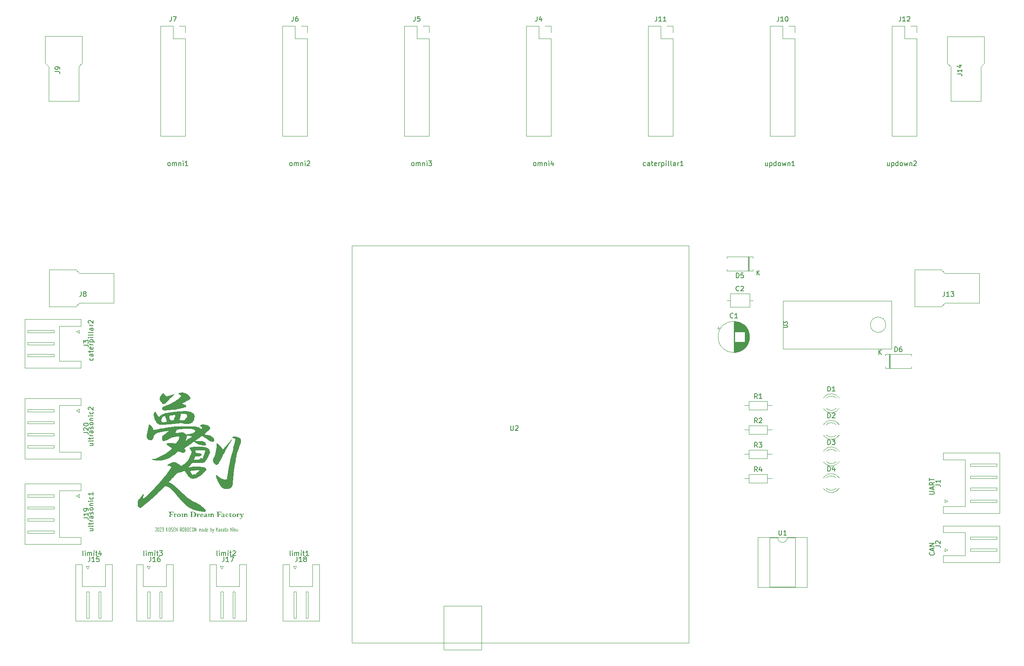
<source format=gbr>
G04 #@! TF.GenerationSoftware,KiCad,Pcbnew,7.0.2*
G04 #@! TF.CreationDate,2023-07-03T12:24:19+09:00*
G04 #@! TF.ProjectId,undercarriage_system,756e6465-7263-4617-9272-696167655f73,rev?*
G04 #@! TF.SameCoordinates,Original*
G04 #@! TF.FileFunction,Legend,Top*
G04 #@! TF.FilePolarity,Positive*
%FSLAX46Y46*%
G04 Gerber Fmt 4.6, Leading zero omitted, Abs format (unit mm)*
G04 Created by KiCad (PCBNEW 7.0.2) date 2023-07-03 12:24:19*
%MOMM*%
%LPD*%
G01*
G04 APERTURE LIST*
%ADD10C,0.200000*%
%ADD11C,0.125000*%
%ADD12C,0.150000*%
%ADD13C,0.120000*%
G04 APERTURE END LIST*
D10*
X96900952Y-73537619D02*
X96805714Y-73490000D01*
X96805714Y-73490000D02*
X96758095Y-73442380D01*
X96758095Y-73442380D02*
X96710476Y-73347142D01*
X96710476Y-73347142D02*
X96710476Y-73061428D01*
X96710476Y-73061428D02*
X96758095Y-72966190D01*
X96758095Y-72966190D02*
X96805714Y-72918571D01*
X96805714Y-72918571D02*
X96900952Y-72870952D01*
X96900952Y-72870952D02*
X97043809Y-72870952D01*
X97043809Y-72870952D02*
X97139047Y-72918571D01*
X97139047Y-72918571D02*
X97186666Y-72966190D01*
X97186666Y-72966190D02*
X97234285Y-73061428D01*
X97234285Y-73061428D02*
X97234285Y-73347142D01*
X97234285Y-73347142D02*
X97186666Y-73442380D01*
X97186666Y-73442380D02*
X97139047Y-73490000D01*
X97139047Y-73490000D02*
X97043809Y-73537619D01*
X97043809Y-73537619D02*
X96900952Y-73537619D01*
X97662857Y-73537619D02*
X97662857Y-72870952D01*
X97662857Y-72966190D02*
X97710476Y-72918571D01*
X97710476Y-72918571D02*
X97805714Y-72870952D01*
X97805714Y-72870952D02*
X97948571Y-72870952D01*
X97948571Y-72870952D02*
X98043809Y-72918571D01*
X98043809Y-72918571D02*
X98091428Y-73013809D01*
X98091428Y-73013809D02*
X98091428Y-73537619D01*
X98091428Y-73013809D02*
X98139047Y-72918571D01*
X98139047Y-72918571D02*
X98234285Y-72870952D01*
X98234285Y-72870952D02*
X98377142Y-72870952D01*
X98377142Y-72870952D02*
X98472381Y-72918571D01*
X98472381Y-72918571D02*
X98520000Y-73013809D01*
X98520000Y-73013809D02*
X98520000Y-73537619D01*
X98996190Y-72870952D02*
X98996190Y-73537619D01*
X98996190Y-72966190D02*
X99043809Y-72918571D01*
X99043809Y-72918571D02*
X99139047Y-72870952D01*
X99139047Y-72870952D02*
X99281904Y-72870952D01*
X99281904Y-72870952D02*
X99377142Y-72918571D01*
X99377142Y-72918571D02*
X99424761Y-73013809D01*
X99424761Y-73013809D02*
X99424761Y-73537619D01*
X99900952Y-73537619D02*
X99900952Y-72870952D01*
X99900952Y-72537619D02*
X99853333Y-72585238D01*
X99853333Y-72585238D02*
X99900952Y-72632857D01*
X99900952Y-72632857D02*
X99948571Y-72585238D01*
X99948571Y-72585238D02*
X99900952Y-72537619D01*
X99900952Y-72537619D02*
X99900952Y-72632857D01*
X100281904Y-72537619D02*
X100900951Y-72537619D01*
X100900951Y-72537619D02*
X100567618Y-72918571D01*
X100567618Y-72918571D02*
X100710475Y-72918571D01*
X100710475Y-72918571D02*
X100805713Y-72966190D01*
X100805713Y-72966190D02*
X100853332Y-73013809D01*
X100853332Y-73013809D02*
X100900951Y-73109047D01*
X100900951Y-73109047D02*
X100900951Y-73347142D01*
X100900951Y-73347142D02*
X100853332Y-73442380D01*
X100853332Y-73442380D02*
X100805713Y-73490000D01*
X100805713Y-73490000D02*
X100710475Y-73537619D01*
X100710475Y-73537619D02*
X100424761Y-73537619D01*
X100424761Y-73537619D02*
X100329523Y-73490000D01*
X100329523Y-73490000D02*
X100281904Y-73442380D01*
X170846666Y-72870952D02*
X170846666Y-73537619D01*
X170418095Y-72870952D02*
X170418095Y-73394761D01*
X170418095Y-73394761D02*
X170465714Y-73490000D01*
X170465714Y-73490000D02*
X170560952Y-73537619D01*
X170560952Y-73537619D02*
X170703809Y-73537619D01*
X170703809Y-73537619D02*
X170799047Y-73490000D01*
X170799047Y-73490000D02*
X170846666Y-73442380D01*
X171322857Y-72870952D02*
X171322857Y-73870952D01*
X171322857Y-72918571D02*
X171418095Y-72870952D01*
X171418095Y-72870952D02*
X171608571Y-72870952D01*
X171608571Y-72870952D02*
X171703809Y-72918571D01*
X171703809Y-72918571D02*
X171751428Y-72966190D01*
X171751428Y-72966190D02*
X171799047Y-73061428D01*
X171799047Y-73061428D02*
X171799047Y-73347142D01*
X171799047Y-73347142D02*
X171751428Y-73442380D01*
X171751428Y-73442380D02*
X171703809Y-73490000D01*
X171703809Y-73490000D02*
X171608571Y-73537619D01*
X171608571Y-73537619D02*
X171418095Y-73537619D01*
X171418095Y-73537619D02*
X171322857Y-73490000D01*
X172656190Y-73537619D02*
X172656190Y-72537619D01*
X172656190Y-73490000D02*
X172560952Y-73537619D01*
X172560952Y-73537619D02*
X172370476Y-73537619D01*
X172370476Y-73537619D02*
X172275238Y-73490000D01*
X172275238Y-73490000D02*
X172227619Y-73442380D01*
X172227619Y-73442380D02*
X172180000Y-73347142D01*
X172180000Y-73347142D02*
X172180000Y-73061428D01*
X172180000Y-73061428D02*
X172227619Y-72966190D01*
X172227619Y-72966190D02*
X172275238Y-72918571D01*
X172275238Y-72918571D02*
X172370476Y-72870952D01*
X172370476Y-72870952D02*
X172560952Y-72870952D01*
X172560952Y-72870952D02*
X172656190Y-72918571D01*
X173275238Y-73537619D02*
X173180000Y-73490000D01*
X173180000Y-73490000D02*
X173132381Y-73442380D01*
X173132381Y-73442380D02*
X173084762Y-73347142D01*
X173084762Y-73347142D02*
X173084762Y-73061428D01*
X173084762Y-73061428D02*
X173132381Y-72966190D01*
X173132381Y-72966190D02*
X173180000Y-72918571D01*
X173180000Y-72918571D02*
X173275238Y-72870952D01*
X173275238Y-72870952D02*
X173418095Y-72870952D01*
X173418095Y-72870952D02*
X173513333Y-72918571D01*
X173513333Y-72918571D02*
X173560952Y-72966190D01*
X173560952Y-72966190D02*
X173608571Y-73061428D01*
X173608571Y-73061428D02*
X173608571Y-73347142D01*
X173608571Y-73347142D02*
X173560952Y-73442380D01*
X173560952Y-73442380D02*
X173513333Y-73490000D01*
X173513333Y-73490000D02*
X173418095Y-73537619D01*
X173418095Y-73537619D02*
X173275238Y-73537619D01*
X173941905Y-72870952D02*
X174132381Y-73537619D01*
X174132381Y-73537619D02*
X174322857Y-73061428D01*
X174322857Y-73061428D02*
X174513333Y-73537619D01*
X174513333Y-73537619D02*
X174703809Y-72870952D01*
X175084762Y-72870952D02*
X175084762Y-73537619D01*
X175084762Y-72966190D02*
X175132381Y-72918571D01*
X175132381Y-72918571D02*
X175227619Y-72870952D01*
X175227619Y-72870952D02*
X175370476Y-72870952D01*
X175370476Y-72870952D02*
X175465714Y-72918571D01*
X175465714Y-72918571D02*
X175513333Y-73013809D01*
X175513333Y-73013809D02*
X175513333Y-73537619D01*
X176513333Y-73537619D02*
X175941905Y-73537619D01*
X176227619Y-73537619D02*
X176227619Y-72537619D01*
X176227619Y-72537619D02*
X176132381Y-72680476D01*
X176132381Y-72680476D02*
X176037143Y-72775714D01*
X176037143Y-72775714D02*
X175941905Y-72823333D01*
X204617619Y-142001904D02*
X205427142Y-142001904D01*
X205427142Y-142001904D02*
X205522380Y-141954285D01*
X205522380Y-141954285D02*
X205570000Y-141906666D01*
X205570000Y-141906666D02*
X205617619Y-141811428D01*
X205617619Y-141811428D02*
X205617619Y-141620952D01*
X205617619Y-141620952D02*
X205570000Y-141525714D01*
X205570000Y-141525714D02*
X205522380Y-141478095D01*
X205522380Y-141478095D02*
X205427142Y-141430476D01*
X205427142Y-141430476D02*
X204617619Y-141430476D01*
X205331904Y-141001904D02*
X205331904Y-140525714D01*
X205617619Y-141097142D02*
X204617619Y-140763809D01*
X204617619Y-140763809D02*
X205617619Y-140430476D01*
X205617619Y-139525714D02*
X205141428Y-139859047D01*
X205617619Y-140097142D02*
X204617619Y-140097142D01*
X204617619Y-140097142D02*
X204617619Y-139716190D01*
X204617619Y-139716190D02*
X204665238Y-139620952D01*
X204665238Y-139620952D02*
X204712857Y-139573333D01*
X204712857Y-139573333D02*
X204808095Y-139525714D01*
X204808095Y-139525714D02*
X204950952Y-139525714D01*
X204950952Y-139525714D02*
X205046190Y-139573333D01*
X205046190Y-139573333D02*
X205093809Y-139620952D01*
X205093809Y-139620952D02*
X205141428Y-139716190D01*
X205141428Y-139716190D02*
X205141428Y-140097142D01*
X204617619Y-139239999D02*
X204617619Y-138668571D01*
X205617619Y-138954285D02*
X204617619Y-138954285D01*
X145446666Y-73490000D02*
X145351428Y-73537619D01*
X145351428Y-73537619D02*
X145160952Y-73537619D01*
X145160952Y-73537619D02*
X145065714Y-73490000D01*
X145065714Y-73490000D02*
X145018095Y-73442380D01*
X145018095Y-73442380D02*
X144970476Y-73347142D01*
X144970476Y-73347142D02*
X144970476Y-73061428D01*
X144970476Y-73061428D02*
X145018095Y-72966190D01*
X145018095Y-72966190D02*
X145065714Y-72918571D01*
X145065714Y-72918571D02*
X145160952Y-72870952D01*
X145160952Y-72870952D02*
X145351428Y-72870952D01*
X145351428Y-72870952D02*
X145446666Y-72918571D01*
X146303809Y-73537619D02*
X146303809Y-73013809D01*
X146303809Y-73013809D02*
X146256190Y-72918571D01*
X146256190Y-72918571D02*
X146160952Y-72870952D01*
X146160952Y-72870952D02*
X145970476Y-72870952D01*
X145970476Y-72870952D02*
X145875238Y-72918571D01*
X146303809Y-73490000D02*
X146208571Y-73537619D01*
X146208571Y-73537619D02*
X145970476Y-73537619D01*
X145970476Y-73537619D02*
X145875238Y-73490000D01*
X145875238Y-73490000D02*
X145827619Y-73394761D01*
X145827619Y-73394761D02*
X145827619Y-73299523D01*
X145827619Y-73299523D02*
X145875238Y-73204285D01*
X145875238Y-73204285D02*
X145970476Y-73156666D01*
X145970476Y-73156666D02*
X146208571Y-73156666D01*
X146208571Y-73156666D02*
X146303809Y-73109047D01*
X146637143Y-72870952D02*
X147018095Y-72870952D01*
X146780000Y-72537619D02*
X146780000Y-73394761D01*
X146780000Y-73394761D02*
X146827619Y-73490000D01*
X146827619Y-73490000D02*
X146922857Y-73537619D01*
X146922857Y-73537619D02*
X147018095Y-73537619D01*
X147732381Y-73490000D02*
X147637143Y-73537619D01*
X147637143Y-73537619D02*
X147446667Y-73537619D01*
X147446667Y-73537619D02*
X147351429Y-73490000D01*
X147351429Y-73490000D02*
X147303810Y-73394761D01*
X147303810Y-73394761D02*
X147303810Y-73013809D01*
X147303810Y-73013809D02*
X147351429Y-72918571D01*
X147351429Y-72918571D02*
X147446667Y-72870952D01*
X147446667Y-72870952D02*
X147637143Y-72870952D01*
X147637143Y-72870952D02*
X147732381Y-72918571D01*
X147732381Y-72918571D02*
X147780000Y-73013809D01*
X147780000Y-73013809D02*
X147780000Y-73109047D01*
X147780000Y-73109047D02*
X147303810Y-73204285D01*
X148208572Y-73537619D02*
X148208572Y-72870952D01*
X148208572Y-73061428D02*
X148256191Y-72966190D01*
X148256191Y-72966190D02*
X148303810Y-72918571D01*
X148303810Y-72918571D02*
X148399048Y-72870952D01*
X148399048Y-72870952D02*
X148494286Y-72870952D01*
X148827620Y-72870952D02*
X148827620Y-73870952D01*
X148827620Y-72918571D02*
X148922858Y-72870952D01*
X148922858Y-72870952D02*
X149113334Y-72870952D01*
X149113334Y-72870952D02*
X149208572Y-72918571D01*
X149208572Y-72918571D02*
X149256191Y-72966190D01*
X149256191Y-72966190D02*
X149303810Y-73061428D01*
X149303810Y-73061428D02*
X149303810Y-73347142D01*
X149303810Y-73347142D02*
X149256191Y-73442380D01*
X149256191Y-73442380D02*
X149208572Y-73490000D01*
X149208572Y-73490000D02*
X149113334Y-73537619D01*
X149113334Y-73537619D02*
X148922858Y-73537619D01*
X148922858Y-73537619D02*
X148827620Y-73490000D01*
X149732382Y-73537619D02*
X149732382Y-72870952D01*
X149732382Y-72537619D02*
X149684763Y-72585238D01*
X149684763Y-72585238D02*
X149732382Y-72632857D01*
X149732382Y-72632857D02*
X149780001Y-72585238D01*
X149780001Y-72585238D02*
X149732382Y-72537619D01*
X149732382Y-72537619D02*
X149732382Y-72632857D01*
X150351429Y-73537619D02*
X150256191Y-73490000D01*
X150256191Y-73490000D02*
X150208572Y-73394761D01*
X150208572Y-73394761D02*
X150208572Y-72537619D01*
X150875239Y-73537619D02*
X150780001Y-73490000D01*
X150780001Y-73490000D02*
X150732382Y-73394761D01*
X150732382Y-73394761D02*
X150732382Y-72537619D01*
X151684763Y-73537619D02*
X151684763Y-73013809D01*
X151684763Y-73013809D02*
X151637144Y-72918571D01*
X151637144Y-72918571D02*
X151541906Y-72870952D01*
X151541906Y-72870952D02*
X151351430Y-72870952D01*
X151351430Y-72870952D02*
X151256192Y-72918571D01*
X151684763Y-73490000D02*
X151589525Y-73537619D01*
X151589525Y-73537619D02*
X151351430Y-73537619D01*
X151351430Y-73537619D02*
X151256192Y-73490000D01*
X151256192Y-73490000D02*
X151208573Y-73394761D01*
X151208573Y-73394761D02*
X151208573Y-73299523D01*
X151208573Y-73299523D02*
X151256192Y-73204285D01*
X151256192Y-73204285D02*
X151351430Y-73156666D01*
X151351430Y-73156666D02*
X151589525Y-73156666D01*
X151589525Y-73156666D02*
X151684763Y-73109047D01*
X152160954Y-73537619D02*
X152160954Y-72870952D01*
X152160954Y-73061428D02*
X152208573Y-72966190D01*
X152208573Y-72966190D02*
X152256192Y-72918571D01*
X152256192Y-72918571D02*
X152351430Y-72870952D01*
X152351430Y-72870952D02*
X152446668Y-72870952D01*
X153303811Y-73537619D02*
X152732383Y-73537619D01*
X153018097Y-73537619D02*
X153018097Y-72537619D01*
X153018097Y-72537619D02*
X152922859Y-72680476D01*
X152922859Y-72680476D02*
X152827621Y-72775714D01*
X152827621Y-72775714D02*
X152732383Y-72823333D01*
X205522380Y-154130476D02*
X205570000Y-154178095D01*
X205570000Y-154178095D02*
X205617619Y-154320952D01*
X205617619Y-154320952D02*
X205617619Y-154416190D01*
X205617619Y-154416190D02*
X205570000Y-154559047D01*
X205570000Y-154559047D02*
X205474761Y-154654285D01*
X205474761Y-154654285D02*
X205379523Y-154701904D01*
X205379523Y-154701904D02*
X205189047Y-154749523D01*
X205189047Y-154749523D02*
X205046190Y-154749523D01*
X205046190Y-154749523D02*
X204855714Y-154701904D01*
X204855714Y-154701904D02*
X204760476Y-154654285D01*
X204760476Y-154654285D02*
X204665238Y-154559047D01*
X204665238Y-154559047D02*
X204617619Y-154416190D01*
X204617619Y-154416190D02*
X204617619Y-154320952D01*
X204617619Y-154320952D02*
X204665238Y-154178095D01*
X204665238Y-154178095D02*
X204712857Y-154130476D01*
X205331904Y-153749523D02*
X205331904Y-153273333D01*
X205617619Y-153844761D02*
X204617619Y-153511428D01*
X204617619Y-153511428D02*
X205617619Y-153178095D01*
X205617619Y-152844761D02*
X204617619Y-152844761D01*
X204617619Y-152844761D02*
X205617619Y-152273333D01*
X205617619Y-152273333D02*
X204617619Y-152273333D01*
X41020952Y-154817619D02*
X40925714Y-154770000D01*
X40925714Y-154770000D02*
X40878095Y-154674761D01*
X40878095Y-154674761D02*
X40878095Y-153817619D01*
X41401905Y-154817619D02*
X41401905Y-154150952D01*
X41401905Y-153817619D02*
X41354286Y-153865238D01*
X41354286Y-153865238D02*
X41401905Y-153912857D01*
X41401905Y-153912857D02*
X41449524Y-153865238D01*
X41449524Y-153865238D02*
X41401905Y-153817619D01*
X41401905Y-153817619D02*
X41401905Y-153912857D01*
X41878095Y-154817619D02*
X41878095Y-154150952D01*
X41878095Y-154246190D02*
X41925714Y-154198571D01*
X41925714Y-154198571D02*
X42020952Y-154150952D01*
X42020952Y-154150952D02*
X42163809Y-154150952D01*
X42163809Y-154150952D02*
X42259047Y-154198571D01*
X42259047Y-154198571D02*
X42306666Y-154293809D01*
X42306666Y-154293809D02*
X42306666Y-154817619D01*
X42306666Y-154293809D02*
X42354285Y-154198571D01*
X42354285Y-154198571D02*
X42449523Y-154150952D01*
X42449523Y-154150952D02*
X42592380Y-154150952D01*
X42592380Y-154150952D02*
X42687619Y-154198571D01*
X42687619Y-154198571D02*
X42735238Y-154293809D01*
X42735238Y-154293809D02*
X42735238Y-154817619D01*
X43211428Y-154817619D02*
X43211428Y-154150952D01*
X43211428Y-153817619D02*
X43163809Y-153865238D01*
X43163809Y-153865238D02*
X43211428Y-153912857D01*
X43211428Y-153912857D02*
X43259047Y-153865238D01*
X43259047Y-153865238D02*
X43211428Y-153817619D01*
X43211428Y-153817619D02*
X43211428Y-153912857D01*
X43544761Y-154150952D02*
X43925713Y-154150952D01*
X43687618Y-153817619D02*
X43687618Y-154674761D01*
X43687618Y-154674761D02*
X43735237Y-154770000D01*
X43735237Y-154770000D02*
X43830475Y-154817619D01*
X43830475Y-154817619D02*
X43925713Y-154817619D01*
X44163809Y-153817619D02*
X44782856Y-153817619D01*
X44782856Y-153817619D02*
X44449523Y-154198571D01*
X44449523Y-154198571D02*
X44592380Y-154198571D01*
X44592380Y-154198571D02*
X44687618Y-154246190D01*
X44687618Y-154246190D02*
X44735237Y-154293809D01*
X44735237Y-154293809D02*
X44782856Y-154389047D01*
X44782856Y-154389047D02*
X44782856Y-154627142D01*
X44782856Y-154627142D02*
X44735237Y-154722380D01*
X44735237Y-154722380D02*
X44687618Y-154770000D01*
X44687618Y-154770000D02*
X44592380Y-154817619D01*
X44592380Y-154817619D02*
X44306666Y-154817619D01*
X44306666Y-154817619D02*
X44211428Y-154770000D01*
X44211428Y-154770000D02*
X44163809Y-154722380D01*
X122300952Y-73537619D02*
X122205714Y-73490000D01*
X122205714Y-73490000D02*
X122158095Y-73442380D01*
X122158095Y-73442380D02*
X122110476Y-73347142D01*
X122110476Y-73347142D02*
X122110476Y-73061428D01*
X122110476Y-73061428D02*
X122158095Y-72966190D01*
X122158095Y-72966190D02*
X122205714Y-72918571D01*
X122205714Y-72918571D02*
X122300952Y-72870952D01*
X122300952Y-72870952D02*
X122443809Y-72870952D01*
X122443809Y-72870952D02*
X122539047Y-72918571D01*
X122539047Y-72918571D02*
X122586666Y-72966190D01*
X122586666Y-72966190D02*
X122634285Y-73061428D01*
X122634285Y-73061428D02*
X122634285Y-73347142D01*
X122634285Y-73347142D02*
X122586666Y-73442380D01*
X122586666Y-73442380D02*
X122539047Y-73490000D01*
X122539047Y-73490000D02*
X122443809Y-73537619D01*
X122443809Y-73537619D02*
X122300952Y-73537619D01*
X123062857Y-73537619D02*
X123062857Y-72870952D01*
X123062857Y-72966190D02*
X123110476Y-72918571D01*
X123110476Y-72918571D02*
X123205714Y-72870952D01*
X123205714Y-72870952D02*
X123348571Y-72870952D01*
X123348571Y-72870952D02*
X123443809Y-72918571D01*
X123443809Y-72918571D02*
X123491428Y-73013809D01*
X123491428Y-73013809D02*
X123491428Y-73537619D01*
X123491428Y-73013809D02*
X123539047Y-72918571D01*
X123539047Y-72918571D02*
X123634285Y-72870952D01*
X123634285Y-72870952D02*
X123777142Y-72870952D01*
X123777142Y-72870952D02*
X123872381Y-72918571D01*
X123872381Y-72918571D02*
X123920000Y-73013809D01*
X123920000Y-73013809D02*
X123920000Y-73537619D01*
X124396190Y-72870952D02*
X124396190Y-73537619D01*
X124396190Y-72966190D02*
X124443809Y-72918571D01*
X124443809Y-72918571D02*
X124539047Y-72870952D01*
X124539047Y-72870952D02*
X124681904Y-72870952D01*
X124681904Y-72870952D02*
X124777142Y-72918571D01*
X124777142Y-72918571D02*
X124824761Y-73013809D01*
X124824761Y-73013809D02*
X124824761Y-73537619D01*
X125300952Y-73537619D02*
X125300952Y-72870952D01*
X125300952Y-72537619D02*
X125253333Y-72585238D01*
X125253333Y-72585238D02*
X125300952Y-72632857D01*
X125300952Y-72632857D02*
X125348571Y-72585238D01*
X125348571Y-72585238D02*
X125300952Y-72537619D01*
X125300952Y-72537619D02*
X125300952Y-72632857D01*
X126205713Y-72870952D02*
X126205713Y-73537619D01*
X125967618Y-72490000D02*
X125729523Y-73204285D01*
X125729523Y-73204285D02*
X126348570Y-73204285D01*
X196246666Y-72870952D02*
X196246666Y-73537619D01*
X195818095Y-72870952D02*
X195818095Y-73394761D01*
X195818095Y-73394761D02*
X195865714Y-73490000D01*
X195865714Y-73490000D02*
X195960952Y-73537619D01*
X195960952Y-73537619D02*
X196103809Y-73537619D01*
X196103809Y-73537619D02*
X196199047Y-73490000D01*
X196199047Y-73490000D02*
X196246666Y-73442380D01*
X196722857Y-72870952D02*
X196722857Y-73870952D01*
X196722857Y-72918571D02*
X196818095Y-72870952D01*
X196818095Y-72870952D02*
X197008571Y-72870952D01*
X197008571Y-72870952D02*
X197103809Y-72918571D01*
X197103809Y-72918571D02*
X197151428Y-72966190D01*
X197151428Y-72966190D02*
X197199047Y-73061428D01*
X197199047Y-73061428D02*
X197199047Y-73347142D01*
X197199047Y-73347142D02*
X197151428Y-73442380D01*
X197151428Y-73442380D02*
X197103809Y-73490000D01*
X197103809Y-73490000D02*
X197008571Y-73537619D01*
X197008571Y-73537619D02*
X196818095Y-73537619D01*
X196818095Y-73537619D02*
X196722857Y-73490000D01*
X198056190Y-73537619D02*
X198056190Y-72537619D01*
X198056190Y-73490000D02*
X197960952Y-73537619D01*
X197960952Y-73537619D02*
X197770476Y-73537619D01*
X197770476Y-73537619D02*
X197675238Y-73490000D01*
X197675238Y-73490000D02*
X197627619Y-73442380D01*
X197627619Y-73442380D02*
X197580000Y-73347142D01*
X197580000Y-73347142D02*
X197580000Y-73061428D01*
X197580000Y-73061428D02*
X197627619Y-72966190D01*
X197627619Y-72966190D02*
X197675238Y-72918571D01*
X197675238Y-72918571D02*
X197770476Y-72870952D01*
X197770476Y-72870952D02*
X197960952Y-72870952D01*
X197960952Y-72870952D02*
X198056190Y-72918571D01*
X198675238Y-73537619D02*
X198580000Y-73490000D01*
X198580000Y-73490000D02*
X198532381Y-73442380D01*
X198532381Y-73442380D02*
X198484762Y-73347142D01*
X198484762Y-73347142D02*
X198484762Y-73061428D01*
X198484762Y-73061428D02*
X198532381Y-72966190D01*
X198532381Y-72966190D02*
X198580000Y-72918571D01*
X198580000Y-72918571D02*
X198675238Y-72870952D01*
X198675238Y-72870952D02*
X198818095Y-72870952D01*
X198818095Y-72870952D02*
X198913333Y-72918571D01*
X198913333Y-72918571D02*
X198960952Y-72966190D01*
X198960952Y-72966190D02*
X199008571Y-73061428D01*
X199008571Y-73061428D02*
X199008571Y-73347142D01*
X199008571Y-73347142D02*
X198960952Y-73442380D01*
X198960952Y-73442380D02*
X198913333Y-73490000D01*
X198913333Y-73490000D02*
X198818095Y-73537619D01*
X198818095Y-73537619D02*
X198675238Y-73537619D01*
X199341905Y-72870952D02*
X199532381Y-73537619D01*
X199532381Y-73537619D02*
X199722857Y-73061428D01*
X199722857Y-73061428D02*
X199913333Y-73537619D01*
X199913333Y-73537619D02*
X200103809Y-72870952D01*
X200484762Y-72870952D02*
X200484762Y-73537619D01*
X200484762Y-72966190D02*
X200532381Y-72918571D01*
X200532381Y-72918571D02*
X200627619Y-72870952D01*
X200627619Y-72870952D02*
X200770476Y-72870952D01*
X200770476Y-72870952D02*
X200865714Y-72918571D01*
X200865714Y-72918571D02*
X200913333Y-73013809D01*
X200913333Y-73013809D02*
X200913333Y-73537619D01*
X201341905Y-72632857D02*
X201389524Y-72585238D01*
X201389524Y-72585238D02*
X201484762Y-72537619D01*
X201484762Y-72537619D02*
X201722857Y-72537619D01*
X201722857Y-72537619D02*
X201818095Y-72585238D01*
X201818095Y-72585238D02*
X201865714Y-72632857D01*
X201865714Y-72632857D02*
X201913333Y-72728095D01*
X201913333Y-72728095D02*
X201913333Y-72823333D01*
X201913333Y-72823333D02*
X201865714Y-72966190D01*
X201865714Y-72966190D02*
X201294286Y-73537619D01*
X201294286Y-73537619D02*
X201913333Y-73537619D01*
X29690952Y-131413333D02*
X30357619Y-131413333D01*
X29690952Y-131841904D02*
X30214761Y-131841904D01*
X30214761Y-131841904D02*
X30310000Y-131794285D01*
X30310000Y-131794285D02*
X30357619Y-131699047D01*
X30357619Y-131699047D02*
X30357619Y-131556190D01*
X30357619Y-131556190D02*
X30310000Y-131460952D01*
X30310000Y-131460952D02*
X30262380Y-131413333D01*
X30357619Y-130794285D02*
X30310000Y-130889523D01*
X30310000Y-130889523D02*
X30214761Y-130937142D01*
X30214761Y-130937142D02*
X29357619Y-130937142D01*
X29690952Y-130556189D02*
X29690952Y-130175237D01*
X29357619Y-130413332D02*
X30214761Y-130413332D01*
X30214761Y-130413332D02*
X30310000Y-130365713D01*
X30310000Y-130365713D02*
X30357619Y-130270475D01*
X30357619Y-130270475D02*
X30357619Y-130175237D01*
X30357619Y-129841903D02*
X29690952Y-129841903D01*
X29881428Y-129841903D02*
X29786190Y-129794284D01*
X29786190Y-129794284D02*
X29738571Y-129746665D01*
X29738571Y-129746665D02*
X29690952Y-129651427D01*
X29690952Y-129651427D02*
X29690952Y-129556189D01*
X30357619Y-128794284D02*
X29833809Y-128794284D01*
X29833809Y-128794284D02*
X29738571Y-128841903D01*
X29738571Y-128841903D02*
X29690952Y-128937141D01*
X29690952Y-128937141D02*
X29690952Y-129127617D01*
X29690952Y-129127617D02*
X29738571Y-129222855D01*
X30310000Y-128794284D02*
X30357619Y-128889522D01*
X30357619Y-128889522D02*
X30357619Y-129127617D01*
X30357619Y-129127617D02*
X30310000Y-129222855D01*
X30310000Y-129222855D02*
X30214761Y-129270474D01*
X30214761Y-129270474D02*
X30119523Y-129270474D01*
X30119523Y-129270474D02*
X30024285Y-129222855D01*
X30024285Y-129222855D02*
X29976666Y-129127617D01*
X29976666Y-129127617D02*
X29976666Y-128889522D01*
X29976666Y-128889522D02*
X29929047Y-128794284D01*
X30310000Y-128365712D02*
X30357619Y-128270474D01*
X30357619Y-128270474D02*
X30357619Y-128079998D01*
X30357619Y-128079998D02*
X30310000Y-127984760D01*
X30310000Y-127984760D02*
X30214761Y-127937141D01*
X30214761Y-127937141D02*
X30167142Y-127937141D01*
X30167142Y-127937141D02*
X30071904Y-127984760D01*
X30071904Y-127984760D02*
X30024285Y-128079998D01*
X30024285Y-128079998D02*
X30024285Y-128222855D01*
X30024285Y-128222855D02*
X29976666Y-128318093D01*
X29976666Y-128318093D02*
X29881428Y-128365712D01*
X29881428Y-128365712D02*
X29833809Y-128365712D01*
X29833809Y-128365712D02*
X29738571Y-128318093D01*
X29738571Y-128318093D02*
X29690952Y-128222855D01*
X29690952Y-128222855D02*
X29690952Y-128079998D01*
X29690952Y-128079998D02*
X29738571Y-127984760D01*
X30357619Y-127365712D02*
X30310000Y-127460950D01*
X30310000Y-127460950D02*
X30262380Y-127508569D01*
X30262380Y-127508569D02*
X30167142Y-127556188D01*
X30167142Y-127556188D02*
X29881428Y-127556188D01*
X29881428Y-127556188D02*
X29786190Y-127508569D01*
X29786190Y-127508569D02*
X29738571Y-127460950D01*
X29738571Y-127460950D02*
X29690952Y-127365712D01*
X29690952Y-127365712D02*
X29690952Y-127222855D01*
X29690952Y-127222855D02*
X29738571Y-127127617D01*
X29738571Y-127127617D02*
X29786190Y-127079998D01*
X29786190Y-127079998D02*
X29881428Y-127032379D01*
X29881428Y-127032379D02*
X30167142Y-127032379D01*
X30167142Y-127032379D02*
X30262380Y-127079998D01*
X30262380Y-127079998D02*
X30310000Y-127127617D01*
X30310000Y-127127617D02*
X30357619Y-127222855D01*
X30357619Y-127222855D02*
X30357619Y-127365712D01*
X29690952Y-126603807D02*
X30357619Y-126603807D01*
X29786190Y-126603807D02*
X29738571Y-126556188D01*
X29738571Y-126556188D02*
X29690952Y-126460950D01*
X29690952Y-126460950D02*
X29690952Y-126318093D01*
X29690952Y-126318093D02*
X29738571Y-126222855D01*
X29738571Y-126222855D02*
X29833809Y-126175236D01*
X29833809Y-126175236D02*
X30357619Y-126175236D01*
X30357619Y-125699045D02*
X29690952Y-125699045D01*
X29357619Y-125699045D02*
X29405238Y-125746664D01*
X29405238Y-125746664D02*
X29452857Y-125699045D01*
X29452857Y-125699045D02*
X29405238Y-125651426D01*
X29405238Y-125651426D02*
X29357619Y-125699045D01*
X29357619Y-125699045D02*
X29452857Y-125699045D01*
X30310000Y-124794284D02*
X30357619Y-124889522D01*
X30357619Y-124889522D02*
X30357619Y-125079998D01*
X30357619Y-125079998D02*
X30310000Y-125175236D01*
X30310000Y-125175236D02*
X30262380Y-125222855D01*
X30262380Y-125222855D02*
X30167142Y-125270474D01*
X30167142Y-125270474D02*
X29881428Y-125270474D01*
X29881428Y-125270474D02*
X29786190Y-125222855D01*
X29786190Y-125222855D02*
X29738571Y-125175236D01*
X29738571Y-125175236D02*
X29690952Y-125079998D01*
X29690952Y-125079998D02*
X29690952Y-124889522D01*
X29690952Y-124889522D02*
X29738571Y-124794284D01*
X29452857Y-124413331D02*
X29405238Y-124365712D01*
X29405238Y-124365712D02*
X29357619Y-124270474D01*
X29357619Y-124270474D02*
X29357619Y-124032379D01*
X29357619Y-124032379D02*
X29405238Y-123937141D01*
X29405238Y-123937141D02*
X29452857Y-123889522D01*
X29452857Y-123889522D02*
X29548095Y-123841903D01*
X29548095Y-123841903D02*
X29643333Y-123841903D01*
X29643333Y-123841903D02*
X29786190Y-123889522D01*
X29786190Y-123889522D02*
X30357619Y-124460950D01*
X30357619Y-124460950D02*
X30357619Y-123841903D01*
X71500952Y-73537619D02*
X71405714Y-73490000D01*
X71405714Y-73490000D02*
X71358095Y-73442380D01*
X71358095Y-73442380D02*
X71310476Y-73347142D01*
X71310476Y-73347142D02*
X71310476Y-73061428D01*
X71310476Y-73061428D02*
X71358095Y-72966190D01*
X71358095Y-72966190D02*
X71405714Y-72918571D01*
X71405714Y-72918571D02*
X71500952Y-72870952D01*
X71500952Y-72870952D02*
X71643809Y-72870952D01*
X71643809Y-72870952D02*
X71739047Y-72918571D01*
X71739047Y-72918571D02*
X71786666Y-72966190D01*
X71786666Y-72966190D02*
X71834285Y-73061428D01*
X71834285Y-73061428D02*
X71834285Y-73347142D01*
X71834285Y-73347142D02*
X71786666Y-73442380D01*
X71786666Y-73442380D02*
X71739047Y-73490000D01*
X71739047Y-73490000D02*
X71643809Y-73537619D01*
X71643809Y-73537619D02*
X71500952Y-73537619D01*
X72262857Y-73537619D02*
X72262857Y-72870952D01*
X72262857Y-72966190D02*
X72310476Y-72918571D01*
X72310476Y-72918571D02*
X72405714Y-72870952D01*
X72405714Y-72870952D02*
X72548571Y-72870952D01*
X72548571Y-72870952D02*
X72643809Y-72918571D01*
X72643809Y-72918571D02*
X72691428Y-73013809D01*
X72691428Y-73013809D02*
X72691428Y-73537619D01*
X72691428Y-73013809D02*
X72739047Y-72918571D01*
X72739047Y-72918571D02*
X72834285Y-72870952D01*
X72834285Y-72870952D02*
X72977142Y-72870952D01*
X72977142Y-72870952D02*
X73072381Y-72918571D01*
X73072381Y-72918571D02*
X73120000Y-73013809D01*
X73120000Y-73013809D02*
X73120000Y-73537619D01*
X73596190Y-72870952D02*
X73596190Y-73537619D01*
X73596190Y-72966190D02*
X73643809Y-72918571D01*
X73643809Y-72918571D02*
X73739047Y-72870952D01*
X73739047Y-72870952D02*
X73881904Y-72870952D01*
X73881904Y-72870952D02*
X73977142Y-72918571D01*
X73977142Y-72918571D02*
X74024761Y-73013809D01*
X74024761Y-73013809D02*
X74024761Y-73537619D01*
X74500952Y-73537619D02*
X74500952Y-72870952D01*
X74500952Y-72537619D02*
X74453333Y-72585238D01*
X74453333Y-72585238D02*
X74500952Y-72632857D01*
X74500952Y-72632857D02*
X74548571Y-72585238D01*
X74548571Y-72585238D02*
X74500952Y-72537619D01*
X74500952Y-72537619D02*
X74500952Y-72632857D01*
X74929523Y-72632857D02*
X74977142Y-72585238D01*
X74977142Y-72585238D02*
X75072380Y-72537619D01*
X75072380Y-72537619D02*
X75310475Y-72537619D01*
X75310475Y-72537619D02*
X75405713Y-72585238D01*
X75405713Y-72585238D02*
X75453332Y-72632857D01*
X75453332Y-72632857D02*
X75500951Y-72728095D01*
X75500951Y-72728095D02*
X75500951Y-72823333D01*
X75500951Y-72823333D02*
X75453332Y-72966190D01*
X75453332Y-72966190D02*
X74881904Y-73537619D01*
X74881904Y-73537619D02*
X75500951Y-73537619D01*
X46100952Y-73537619D02*
X46005714Y-73490000D01*
X46005714Y-73490000D02*
X45958095Y-73442380D01*
X45958095Y-73442380D02*
X45910476Y-73347142D01*
X45910476Y-73347142D02*
X45910476Y-73061428D01*
X45910476Y-73061428D02*
X45958095Y-72966190D01*
X45958095Y-72966190D02*
X46005714Y-72918571D01*
X46005714Y-72918571D02*
X46100952Y-72870952D01*
X46100952Y-72870952D02*
X46243809Y-72870952D01*
X46243809Y-72870952D02*
X46339047Y-72918571D01*
X46339047Y-72918571D02*
X46386666Y-72966190D01*
X46386666Y-72966190D02*
X46434285Y-73061428D01*
X46434285Y-73061428D02*
X46434285Y-73347142D01*
X46434285Y-73347142D02*
X46386666Y-73442380D01*
X46386666Y-73442380D02*
X46339047Y-73490000D01*
X46339047Y-73490000D02*
X46243809Y-73537619D01*
X46243809Y-73537619D02*
X46100952Y-73537619D01*
X46862857Y-73537619D02*
X46862857Y-72870952D01*
X46862857Y-72966190D02*
X46910476Y-72918571D01*
X46910476Y-72918571D02*
X47005714Y-72870952D01*
X47005714Y-72870952D02*
X47148571Y-72870952D01*
X47148571Y-72870952D02*
X47243809Y-72918571D01*
X47243809Y-72918571D02*
X47291428Y-73013809D01*
X47291428Y-73013809D02*
X47291428Y-73537619D01*
X47291428Y-73013809D02*
X47339047Y-72918571D01*
X47339047Y-72918571D02*
X47434285Y-72870952D01*
X47434285Y-72870952D02*
X47577142Y-72870952D01*
X47577142Y-72870952D02*
X47672381Y-72918571D01*
X47672381Y-72918571D02*
X47720000Y-73013809D01*
X47720000Y-73013809D02*
X47720000Y-73537619D01*
X48196190Y-72870952D02*
X48196190Y-73537619D01*
X48196190Y-72966190D02*
X48243809Y-72918571D01*
X48243809Y-72918571D02*
X48339047Y-72870952D01*
X48339047Y-72870952D02*
X48481904Y-72870952D01*
X48481904Y-72870952D02*
X48577142Y-72918571D01*
X48577142Y-72918571D02*
X48624761Y-73013809D01*
X48624761Y-73013809D02*
X48624761Y-73537619D01*
X49100952Y-73537619D02*
X49100952Y-72870952D01*
X49100952Y-72537619D02*
X49053333Y-72585238D01*
X49053333Y-72585238D02*
X49100952Y-72632857D01*
X49100952Y-72632857D02*
X49148571Y-72585238D01*
X49148571Y-72585238D02*
X49100952Y-72537619D01*
X49100952Y-72537619D02*
X49100952Y-72632857D01*
X50100951Y-73537619D02*
X49529523Y-73537619D01*
X49815237Y-73537619D02*
X49815237Y-72537619D01*
X49815237Y-72537619D02*
X49719999Y-72680476D01*
X49719999Y-72680476D02*
X49624761Y-72775714D01*
X49624761Y-72775714D02*
X49529523Y-72823333D01*
D11*
X43275238Y-149038285D02*
X43299047Y-149000190D01*
X43299047Y-149000190D02*
X43346666Y-148962095D01*
X43346666Y-148962095D02*
X43465714Y-148962095D01*
X43465714Y-148962095D02*
X43513333Y-149000190D01*
X43513333Y-149000190D02*
X43537142Y-149038285D01*
X43537142Y-149038285D02*
X43560952Y-149114476D01*
X43560952Y-149114476D02*
X43560952Y-149190666D01*
X43560952Y-149190666D02*
X43537142Y-149304952D01*
X43537142Y-149304952D02*
X43251428Y-149762095D01*
X43251428Y-149762095D02*
X43560952Y-149762095D01*
X43870475Y-148962095D02*
X43918094Y-148962095D01*
X43918094Y-148962095D02*
X43965713Y-149000190D01*
X43965713Y-149000190D02*
X43989523Y-149038285D01*
X43989523Y-149038285D02*
X44013332Y-149114476D01*
X44013332Y-149114476D02*
X44037142Y-149266857D01*
X44037142Y-149266857D02*
X44037142Y-149457333D01*
X44037142Y-149457333D02*
X44013332Y-149609714D01*
X44013332Y-149609714D02*
X43989523Y-149685904D01*
X43989523Y-149685904D02*
X43965713Y-149724000D01*
X43965713Y-149724000D02*
X43918094Y-149762095D01*
X43918094Y-149762095D02*
X43870475Y-149762095D01*
X43870475Y-149762095D02*
X43822856Y-149724000D01*
X43822856Y-149724000D02*
X43799047Y-149685904D01*
X43799047Y-149685904D02*
X43775237Y-149609714D01*
X43775237Y-149609714D02*
X43751428Y-149457333D01*
X43751428Y-149457333D02*
X43751428Y-149266857D01*
X43751428Y-149266857D02*
X43775237Y-149114476D01*
X43775237Y-149114476D02*
X43799047Y-149038285D01*
X43799047Y-149038285D02*
X43822856Y-149000190D01*
X43822856Y-149000190D02*
X43870475Y-148962095D01*
X44227618Y-149038285D02*
X44251427Y-149000190D01*
X44251427Y-149000190D02*
X44299046Y-148962095D01*
X44299046Y-148962095D02*
X44418094Y-148962095D01*
X44418094Y-148962095D02*
X44465713Y-149000190D01*
X44465713Y-149000190D02*
X44489522Y-149038285D01*
X44489522Y-149038285D02*
X44513332Y-149114476D01*
X44513332Y-149114476D02*
X44513332Y-149190666D01*
X44513332Y-149190666D02*
X44489522Y-149304952D01*
X44489522Y-149304952D02*
X44203808Y-149762095D01*
X44203808Y-149762095D02*
X44513332Y-149762095D01*
X44679998Y-148962095D02*
X44989522Y-148962095D01*
X44989522Y-148962095D02*
X44822855Y-149266857D01*
X44822855Y-149266857D02*
X44894284Y-149266857D01*
X44894284Y-149266857D02*
X44941903Y-149304952D01*
X44941903Y-149304952D02*
X44965712Y-149343047D01*
X44965712Y-149343047D02*
X44989522Y-149419238D01*
X44989522Y-149419238D02*
X44989522Y-149609714D01*
X44989522Y-149609714D02*
X44965712Y-149685904D01*
X44965712Y-149685904D02*
X44941903Y-149724000D01*
X44941903Y-149724000D02*
X44894284Y-149762095D01*
X44894284Y-149762095D02*
X44751427Y-149762095D01*
X44751427Y-149762095D02*
X44703808Y-149724000D01*
X44703808Y-149724000D02*
X44679998Y-149685904D01*
X45584759Y-149762095D02*
X45584759Y-148962095D01*
X45870473Y-149762095D02*
X45656188Y-149304952D01*
X45870473Y-148962095D02*
X45584759Y-149419238D01*
X46179997Y-148962095D02*
X46275235Y-148962095D01*
X46275235Y-148962095D02*
X46322854Y-149000190D01*
X46322854Y-149000190D02*
X46370473Y-149076380D01*
X46370473Y-149076380D02*
X46394283Y-149228761D01*
X46394283Y-149228761D02*
X46394283Y-149495428D01*
X46394283Y-149495428D02*
X46370473Y-149647809D01*
X46370473Y-149647809D02*
X46322854Y-149724000D01*
X46322854Y-149724000D02*
X46275235Y-149762095D01*
X46275235Y-149762095D02*
X46179997Y-149762095D01*
X46179997Y-149762095D02*
X46132378Y-149724000D01*
X46132378Y-149724000D02*
X46084759Y-149647809D01*
X46084759Y-149647809D02*
X46060950Y-149495428D01*
X46060950Y-149495428D02*
X46060950Y-149228761D01*
X46060950Y-149228761D02*
X46084759Y-149076380D01*
X46084759Y-149076380D02*
X46132378Y-149000190D01*
X46132378Y-149000190D02*
X46179997Y-148962095D01*
X46584760Y-149724000D02*
X46656188Y-149762095D01*
X46656188Y-149762095D02*
X46775236Y-149762095D01*
X46775236Y-149762095D02*
X46822855Y-149724000D01*
X46822855Y-149724000D02*
X46846664Y-149685904D01*
X46846664Y-149685904D02*
X46870474Y-149609714D01*
X46870474Y-149609714D02*
X46870474Y-149533523D01*
X46870474Y-149533523D02*
X46846664Y-149457333D01*
X46846664Y-149457333D02*
X46822855Y-149419238D01*
X46822855Y-149419238D02*
X46775236Y-149381142D01*
X46775236Y-149381142D02*
X46679998Y-149343047D01*
X46679998Y-149343047D02*
X46632379Y-149304952D01*
X46632379Y-149304952D02*
X46608569Y-149266857D01*
X46608569Y-149266857D02*
X46584760Y-149190666D01*
X46584760Y-149190666D02*
X46584760Y-149114476D01*
X46584760Y-149114476D02*
X46608569Y-149038285D01*
X46608569Y-149038285D02*
X46632379Y-149000190D01*
X46632379Y-149000190D02*
X46679998Y-148962095D01*
X46679998Y-148962095D02*
X46799045Y-148962095D01*
X46799045Y-148962095D02*
X46870474Y-149000190D01*
X47084759Y-149343047D02*
X47251426Y-149343047D01*
X47322854Y-149762095D02*
X47084759Y-149762095D01*
X47084759Y-149762095D02*
X47084759Y-148962095D01*
X47084759Y-148962095D02*
X47322854Y-148962095D01*
X47537140Y-149762095D02*
X47537140Y-148962095D01*
X47537140Y-148962095D02*
X47822854Y-149762095D01*
X47822854Y-149762095D02*
X47822854Y-148962095D01*
X48727616Y-149762095D02*
X48560950Y-149381142D01*
X48441902Y-149762095D02*
X48441902Y-148962095D01*
X48441902Y-148962095D02*
X48632378Y-148962095D01*
X48632378Y-148962095D02*
X48679997Y-149000190D01*
X48679997Y-149000190D02*
X48703807Y-149038285D01*
X48703807Y-149038285D02*
X48727616Y-149114476D01*
X48727616Y-149114476D02*
X48727616Y-149228761D01*
X48727616Y-149228761D02*
X48703807Y-149304952D01*
X48703807Y-149304952D02*
X48679997Y-149343047D01*
X48679997Y-149343047D02*
X48632378Y-149381142D01*
X48632378Y-149381142D02*
X48441902Y-149381142D01*
X49037140Y-148962095D02*
X49132378Y-148962095D01*
X49132378Y-148962095D02*
X49179997Y-149000190D01*
X49179997Y-149000190D02*
X49227616Y-149076380D01*
X49227616Y-149076380D02*
X49251426Y-149228761D01*
X49251426Y-149228761D02*
X49251426Y-149495428D01*
X49251426Y-149495428D02*
X49227616Y-149647809D01*
X49227616Y-149647809D02*
X49179997Y-149724000D01*
X49179997Y-149724000D02*
X49132378Y-149762095D01*
X49132378Y-149762095D02*
X49037140Y-149762095D01*
X49037140Y-149762095D02*
X48989521Y-149724000D01*
X48989521Y-149724000D02*
X48941902Y-149647809D01*
X48941902Y-149647809D02*
X48918093Y-149495428D01*
X48918093Y-149495428D02*
X48918093Y-149228761D01*
X48918093Y-149228761D02*
X48941902Y-149076380D01*
X48941902Y-149076380D02*
X48989521Y-149000190D01*
X48989521Y-149000190D02*
X49037140Y-148962095D01*
X49632379Y-149343047D02*
X49703807Y-149381142D01*
X49703807Y-149381142D02*
X49727617Y-149419238D01*
X49727617Y-149419238D02*
X49751426Y-149495428D01*
X49751426Y-149495428D02*
X49751426Y-149609714D01*
X49751426Y-149609714D02*
X49727617Y-149685904D01*
X49727617Y-149685904D02*
X49703807Y-149724000D01*
X49703807Y-149724000D02*
X49656188Y-149762095D01*
X49656188Y-149762095D02*
X49465712Y-149762095D01*
X49465712Y-149762095D02*
X49465712Y-148962095D01*
X49465712Y-148962095D02*
X49632379Y-148962095D01*
X49632379Y-148962095D02*
X49679998Y-149000190D01*
X49679998Y-149000190D02*
X49703807Y-149038285D01*
X49703807Y-149038285D02*
X49727617Y-149114476D01*
X49727617Y-149114476D02*
X49727617Y-149190666D01*
X49727617Y-149190666D02*
X49703807Y-149266857D01*
X49703807Y-149266857D02*
X49679998Y-149304952D01*
X49679998Y-149304952D02*
X49632379Y-149343047D01*
X49632379Y-149343047D02*
X49465712Y-149343047D01*
X50060950Y-148962095D02*
X50156188Y-148962095D01*
X50156188Y-148962095D02*
X50203807Y-149000190D01*
X50203807Y-149000190D02*
X50251426Y-149076380D01*
X50251426Y-149076380D02*
X50275236Y-149228761D01*
X50275236Y-149228761D02*
X50275236Y-149495428D01*
X50275236Y-149495428D02*
X50251426Y-149647809D01*
X50251426Y-149647809D02*
X50203807Y-149724000D01*
X50203807Y-149724000D02*
X50156188Y-149762095D01*
X50156188Y-149762095D02*
X50060950Y-149762095D01*
X50060950Y-149762095D02*
X50013331Y-149724000D01*
X50013331Y-149724000D02*
X49965712Y-149647809D01*
X49965712Y-149647809D02*
X49941903Y-149495428D01*
X49941903Y-149495428D02*
X49941903Y-149228761D01*
X49941903Y-149228761D02*
X49965712Y-149076380D01*
X49965712Y-149076380D02*
X50013331Y-149000190D01*
X50013331Y-149000190D02*
X50060950Y-148962095D01*
X50775236Y-149685904D02*
X50751427Y-149724000D01*
X50751427Y-149724000D02*
X50679998Y-149762095D01*
X50679998Y-149762095D02*
X50632379Y-149762095D01*
X50632379Y-149762095D02*
X50560951Y-149724000D01*
X50560951Y-149724000D02*
X50513332Y-149647809D01*
X50513332Y-149647809D02*
X50489522Y-149571619D01*
X50489522Y-149571619D02*
X50465713Y-149419238D01*
X50465713Y-149419238D02*
X50465713Y-149304952D01*
X50465713Y-149304952D02*
X50489522Y-149152571D01*
X50489522Y-149152571D02*
X50513332Y-149076380D01*
X50513332Y-149076380D02*
X50560951Y-149000190D01*
X50560951Y-149000190D02*
X50632379Y-148962095D01*
X50632379Y-148962095D02*
X50679998Y-148962095D01*
X50679998Y-148962095D02*
X50751427Y-149000190D01*
X50751427Y-149000190D02*
X50775236Y-149038285D01*
X51084760Y-148962095D02*
X51179998Y-148962095D01*
X51179998Y-148962095D02*
X51227617Y-149000190D01*
X51227617Y-149000190D02*
X51275236Y-149076380D01*
X51275236Y-149076380D02*
X51299046Y-149228761D01*
X51299046Y-149228761D02*
X51299046Y-149495428D01*
X51299046Y-149495428D02*
X51275236Y-149647809D01*
X51275236Y-149647809D02*
X51227617Y-149724000D01*
X51227617Y-149724000D02*
X51179998Y-149762095D01*
X51179998Y-149762095D02*
X51084760Y-149762095D01*
X51084760Y-149762095D02*
X51037141Y-149724000D01*
X51037141Y-149724000D02*
X50989522Y-149647809D01*
X50989522Y-149647809D02*
X50965713Y-149495428D01*
X50965713Y-149495428D02*
X50965713Y-149228761D01*
X50965713Y-149228761D02*
X50989522Y-149076380D01*
X50989522Y-149076380D02*
X51037141Y-149000190D01*
X51037141Y-149000190D02*
X51084760Y-148962095D01*
X51513332Y-149762095D02*
X51513332Y-148962095D01*
X51513332Y-148962095D02*
X51799046Y-149762095D01*
X51799046Y-149762095D02*
X51799046Y-148962095D01*
X52418094Y-149762095D02*
X52418094Y-149228761D01*
X52418094Y-149304952D02*
X52441904Y-149266857D01*
X52441904Y-149266857D02*
X52489523Y-149228761D01*
X52489523Y-149228761D02*
X52560951Y-149228761D01*
X52560951Y-149228761D02*
X52608570Y-149266857D01*
X52608570Y-149266857D02*
X52632380Y-149343047D01*
X52632380Y-149343047D02*
X52632380Y-149762095D01*
X52632380Y-149343047D02*
X52656189Y-149266857D01*
X52656189Y-149266857D02*
X52703808Y-149228761D01*
X52703808Y-149228761D02*
X52775237Y-149228761D01*
X52775237Y-149228761D02*
X52822856Y-149266857D01*
X52822856Y-149266857D02*
X52846666Y-149343047D01*
X52846666Y-149343047D02*
X52846666Y-149762095D01*
X53299047Y-149762095D02*
X53299047Y-149343047D01*
X53299047Y-149343047D02*
X53275237Y-149266857D01*
X53275237Y-149266857D02*
X53227618Y-149228761D01*
X53227618Y-149228761D02*
X53132380Y-149228761D01*
X53132380Y-149228761D02*
X53084761Y-149266857D01*
X53299047Y-149724000D02*
X53251428Y-149762095D01*
X53251428Y-149762095D02*
X53132380Y-149762095D01*
X53132380Y-149762095D02*
X53084761Y-149724000D01*
X53084761Y-149724000D02*
X53060952Y-149647809D01*
X53060952Y-149647809D02*
X53060952Y-149571619D01*
X53060952Y-149571619D02*
X53084761Y-149495428D01*
X53084761Y-149495428D02*
X53132380Y-149457333D01*
X53132380Y-149457333D02*
X53251428Y-149457333D01*
X53251428Y-149457333D02*
X53299047Y-149419238D01*
X53751428Y-149762095D02*
X53751428Y-148962095D01*
X53751428Y-149724000D02*
X53703809Y-149762095D01*
X53703809Y-149762095D02*
X53608571Y-149762095D01*
X53608571Y-149762095D02*
X53560952Y-149724000D01*
X53560952Y-149724000D02*
X53537142Y-149685904D01*
X53537142Y-149685904D02*
X53513333Y-149609714D01*
X53513333Y-149609714D02*
X53513333Y-149381142D01*
X53513333Y-149381142D02*
X53537142Y-149304952D01*
X53537142Y-149304952D02*
X53560952Y-149266857D01*
X53560952Y-149266857D02*
X53608571Y-149228761D01*
X53608571Y-149228761D02*
X53703809Y-149228761D01*
X53703809Y-149228761D02*
X53751428Y-149266857D01*
X54179999Y-149724000D02*
X54132380Y-149762095D01*
X54132380Y-149762095D02*
X54037142Y-149762095D01*
X54037142Y-149762095D02*
X53989523Y-149724000D01*
X53989523Y-149724000D02*
X53965714Y-149647809D01*
X53965714Y-149647809D02*
X53965714Y-149343047D01*
X53965714Y-149343047D02*
X53989523Y-149266857D01*
X53989523Y-149266857D02*
X54037142Y-149228761D01*
X54037142Y-149228761D02*
X54132380Y-149228761D01*
X54132380Y-149228761D02*
X54179999Y-149266857D01*
X54179999Y-149266857D02*
X54203809Y-149343047D01*
X54203809Y-149343047D02*
X54203809Y-149419238D01*
X54203809Y-149419238D02*
X53965714Y-149495428D01*
X54799046Y-149762095D02*
X54799046Y-148962095D01*
X54799046Y-149266857D02*
X54846665Y-149228761D01*
X54846665Y-149228761D02*
X54941903Y-149228761D01*
X54941903Y-149228761D02*
X54989522Y-149266857D01*
X54989522Y-149266857D02*
X55013332Y-149304952D01*
X55013332Y-149304952D02*
X55037141Y-149381142D01*
X55037141Y-149381142D02*
X55037141Y-149609714D01*
X55037141Y-149609714D02*
X55013332Y-149685904D01*
X55013332Y-149685904D02*
X54989522Y-149724000D01*
X54989522Y-149724000D02*
X54941903Y-149762095D01*
X54941903Y-149762095D02*
X54846665Y-149762095D01*
X54846665Y-149762095D02*
X54799046Y-149724000D01*
X55203808Y-149228761D02*
X55322856Y-149762095D01*
X55441903Y-149228761D02*
X55322856Y-149762095D01*
X55322856Y-149762095D02*
X55275237Y-149952571D01*
X55275237Y-149952571D02*
X55251427Y-149990666D01*
X55251427Y-149990666D02*
X55203808Y-150028761D01*
X56013331Y-149762095D02*
X56013331Y-148962095D01*
X56299045Y-149762095D02*
X56084760Y-149304952D01*
X56299045Y-148962095D02*
X56013331Y-149419238D01*
X56727617Y-149762095D02*
X56727617Y-149343047D01*
X56727617Y-149343047D02*
X56703807Y-149266857D01*
X56703807Y-149266857D02*
X56656188Y-149228761D01*
X56656188Y-149228761D02*
X56560950Y-149228761D01*
X56560950Y-149228761D02*
X56513331Y-149266857D01*
X56727617Y-149724000D02*
X56679998Y-149762095D01*
X56679998Y-149762095D02*
X56560950Y-149762095D01*
X56560950Y-149762095D02*
X56513331Y-149724000D01*
X56513331Y-149724000D02*
X56489522Y-149647809D01*
X56489522Y-149647809D02*
X56489522Y-149571619D01*
X56489522Y-149571619D02*
X56513331Y-149495428D01*
X56513331Y-149495428D02*
X56560950Y-149457333D01*
X56560950Y-149457333D02*
X56679998Y-149457333D01*
X56679998Y-149457333D02*
X56727617Y-149419238D01*
X56965712Y-149228761D02*
X56965712Y-149762095D01*
X56965712Y-149304952D02*
X56989522Y-149266857D01*
X56989522Y-149266857D02*
X57037141Y-149228761D01*
X57037141Y-149228761D02*
X57108569Y-149228761D01*
X57108569Y-149228761D02*
X57156188Y-149266857D01*
X57156188Y-149266857D02*
X57179998Y-149343047D01*
X57179998Y-149343047D02*
X57179998Y-149762095D01*
X57632379Y-149762095D02*
X57632379Y-149343047D01*
X57632379Y-149343047D02*
X57608569Y-149266857D01*
X57608569Y-149266857D02*
X57560950Y-149228761D01*
X57560950Y-149228761D02*
X57465712Y-149228761D01*
X57465712Y-149228761D02*
X57418093Y-149266857D01*
X57632379Y-149724000D02*
X57584760Y-149762095D01*
X57584760Y-149762095D02*
X57465712Y-149762095D01*
X57465712Y-149762095D02*
X57418093Y-149724000D01*
X57418093Y-149724000D02*
X57394284Y-149647809D01*
X57394284Y-149647809D02*
X57394284Y-149571619D01*
X57394284Y-149571619D02*
X57418093Y-149495428D01*
X57418093Y-149495428D02*
X57465712Y-149457333D01*
X57465712Y-149457333D02*
X57584760Y-149457333D01*
X57584760Y-149457333D02*
X57632379Y-149419238D01*
X57799046Y-149228761D02*
X57989522Y-149228761D01*
X57870474Y-148962095D02*
X57870474Y-149647809D01*
X57870474Y-149647809D02*
X57894284Y-149724000D01*
X57894284Y-149724000D02*
X57941903Y-149762095D01*
X57941903Y-149762095D02*
X57989522Y-149762095D01*
X58227617Y-149762095D02*
X58179998Y-149724000D01*
X58179998Y-149724000D02*
X58156188Y-149685904D01*
X58156188Y-149685904D02*
X58132379Y-149609714D01*
X58132379Y-149609714D02*
X58132379Y-149381142D01*
X58132379Y-149381142D02*
X58156188Y-149304952D01*
X58156188Y-149304952D02*
X58179998Y-149266857D01*
X58179998Y-149266857D02*
X58227617Y-149228761D01*
X58227617Y-149228761D02*
X58299045Y-149228761D01*
X58299045Y-149228761D02*
X58346664Y-149266857D01*
X58346664Y-149266857D02*
X58370474Y-149304952D01*
X58370474Y-149304952D02*
X58394283Y-149381142D01*
X58394283Y-149381142D02*
X58394283Y-149609714D01*
X58394283Y-149609714D02*
X58370474Y-149685904D01*
X58370474Y-149685904D02*
X58346664Y-149724000D01*
X58346664Y-149724000D02*
X58299045Y-149762095D01*
X58299045Y-149762095D02*
X58227617Y-149762095D01*
X58989521Y-149762095D02*
X58989521Y-148962095D01*
X58989521Y-148962095D02*
X59275235Y-149762095D01*
X59275235Y-149762095D02*
X59275235Y-148962095D01*
X59513331Y-149762095D02*
X59513331Y-149228761D01*
X59513331Y-148962095D02*
X59489522Y-149000190D01*
X59489522Y-149000190D02*
X59513331Y-149038285D01*
X59513331Y-149038285D02*
X59537141Y-149000190D01*
X59537141Y-149000190D02*
X59513331Y-148962095D01*
X59513331Y-148962095D02*
X59513331Y-149038285D01*
X59751426Y-149228761D02*
X59751426Y-149762095D01*
X59751426Y-149304952D02*
X59775236Y-149266857D01*
X59775236Y-149266857D02*
X59822855Y-149228761D01*
X59822855Y-149228761D02*
X59894283Y-149228761D01*
X59894283Y-149228761D02*
X59941902Y-149266857D01*
X59941902Y-149266857D02*
X59965712Y-149343047D01*
X59965712Y-149343047D02*
X59965712Y-149762095D01*
X60275236Y-149762095D02*
X60227617Y-149724000D01*
X60227617Y-149724000D02*
X60203807Y-149685904D01*
X60203807Y-149685904D02*
X60179998Y-149609714D01*
X60179998Y-149609714D02*
X60179998Y-149381142D01*
X60179998Y-149381142D02*
X60203807Y-149304952D01*
X60203807Y-149304952D02*
X60227617Y-149266857D01*
X60227617Y-149266857D02*
X60275236Y-149228761D01*
X60275236Y-149228761D02*
X60346664Y-149228761D01*
X60346664Y-149228761D02*
X60394283Y-149266857D01*
X60394283Y-149266857D02*
X60418093Y-149304952D01*
X60418093Y-149304952D02*
X60441902Y-149381142D01*
X60441902Y-149381142D02*
X60441902Y-149609714D01*
X60441902Y-149609714D02*
X60418093Y-149685904D01*
X60418093Y-149685904D02*
X60394283Y-149724000D01*
X60394283Y-149724000D02*
X60346664Y-149762095D01*
X60346664Y-149762095D02*
X60275236Y-149762095D01*
D10*
X30310000Y-113633333D02*
X30357619Y-113728571D01*
X30357619Y-113728571D02*
X30357619Y-113919047D01*
X30357619Y-113919047D02*
X30310000Y-114014285D01*
X30310000Y-114014285D02*
X30262380Y-114061904D01*
X30262380Y-114061904D02*
X30167142Y-114109523D01*
X30167142Y-114109523D02*
X29881428Y-114109523D01*
X29881428Y-114109523D02*
X29786190Y-114061904D01*
X29786190Y-114061904D02*
X29738571Y-114014285D01*
X29738571Y-114014285D02*
X29690952Y-113919047D01*
X29690952Y-113919047D02*
X29690952Y-113728571D01*
X29690952Y-113728571D02*
X29738571Y-113633333D01*
X30357619Y-112776190D02*
X29833809Y-112776190D01*
X29833809Y-112776190D02*
X29738571Y-112823809D01*
X29738571Y-112823809D02*
X29690952Y-112919047D01*
X29690952Y-112919047D02*
X29690952Y-113109523D01*
X29690952Y-113109523D02*
X29738571Y-113204761D01*
X30310000Y-112776190D02*
X30357619Y-112871428D01*
X30357619Y-112871428D02*
X30357619Y-113109523D01*
X30357619Y-113109523D02*
X30310000Y-113204761D01*
X30310000Y-113204761D02*
X30214761Y-113252380D01*
X30214761Y-113252380D02*
X30119523Y-113252380D01*
X30119523Y-113252380D02*
X30024285Y-113204761D01*
X30024285Y-113204761D02*
X29976666Y-113109523D01*
X29976666Y-113109523D02*
X29976666Y-112871428D01*
X29976666Y-112871428D02*
X29929047Y-112776190D01*
X29690952Y-112442856D02*
X29690952Y-112061904D01*
X29357619Y-112299999D02*
X30214761Y-112299999D01*
X30214761Y-112299999D02*
X30310000Y-112252380D01*
X30310000Y-112252380D02*
X30357619Y-112157142D01*
X30357619Y-112157142D02*
X30357619Y-112061904D01*
X30310000Y-111347618D02*
X30357619Y-111442856D01*
X30357619Y-111442856D02*
X30357619Y-111633332D01*
X30357619Y-111633332D02*
X30310000Y-111728570D01*
X30310000Y-111728570D02*
X30214761Y-111776189D01*
X30214761Y-111776189D02*
X29833809Y-111776189D01*
X29833809Y-111776189D02*
X29738571Y-111728570D01*
X29738571Y-111728570D02*
X29690952Y-111633332D01*
X29690952Y-111633332D02*
X29690952Y-111442856D01*
X29690952Y-111442856D02*
X29738571Y-111347618D01*
X29738571Y-111347618D02*
X29833809Y-111299999D01*
X29833809Y-111299999D02*
X29929047Y-111299999D01*
X29929047Y-111299999D02*
X30024285Y-111776189D01*
X30357619Y-110871427D02*
X29690952Y-110871427D01*
X29881428Y-110871427D02*
X29786190Y-110823808D01*
X29786190Y-110823808D02*
X29738571Y-110776189D01*
X29738571Y-110776189D02*
X29690952Y-110680951D01*
X29690952Y-110680951D02*
X29690952Y-110585713D01*
X29690952Y-110252379D02*
X30690952Y-110252379D01*
X29738571Y-110252379D02*
X29690952Y-110157141D01*
X29690952Y-110157141D02*
X29690952Y-109966665D01*
X29690952Y-109966665D02*
X29738571Y-109871427D01*
X29738571Y-109871427D02*
X29786190Y-109823808D01*
X29786190Y-109823808D02*
X29881428Y-109776189D01*
X29881428Y-109776189D02*
X30167142Y-109776189D01*
X30167142Y-109776189D02*
X30262380Y-109823808D01*
X30262380Y-109823808D02*
X30310000Y-109871427D01*
X30310000Y-109871427D02*
X30357619Y-109966665D01*
X30357619Y-109966665D02*
X30357619Y-110157141D01*
X30357619Y-110157141D02*
X30310000Y-110252379D01*
X30357619Y-109347617D02*
X29690952Y-109347617D01*
X29357619Y-109347617D02*
X29405238Y-109395236D01*
X29405238Y-109395236D02*
X29452857Y-109347617D01*
X29452857Y-109347617D02*
X29405238Y-109299998D01*
X29405238Y-109299998D02*
X29357619Y-109347617D01*
X29357619Y-109347617D02*
X29452857Y-109347617D01*
X30357619Y-108728570D02*
X30310000Y-108823808D01*
X30310000Y-108823808D02*
X30214761Y-108871427D01*
X30214761Y-108871427D02*
X29357619Y-108871427D01*
X30357619Y-108204760D02*
X30310000Y-108299998D01*
X30310000Y-108299998D02*
X30214761Y-108347617D01*
X30214761Y-108347617D02*
X29357619Y-108347617D01*
X30357619Y-107395236D02*
X29833809Y-107395236D01*
X29833809Y-107395236D02*
X29738571Y-107442855D01*
X29738571Y-107442855D02*
X29690952Y-107538093D01*
X29690952Y-107538093D02*
X29690952Y-107728569D01*
X29690952Y-107728569D02*
X29738571Y-107823807D01*
X30310000Y-107395236D02*
X30357619Y-107490474D01*
X30357619Y-107490474D02*
X30357619Y-107728569D01*
X30357619Y-107728569D02*
X30310000Y-107823807D01*
X30310000Y-107823807D02*
X30214761Y-107871426D01*
X30214761Y-107871426D02*
X30119523Y-107871426D01*
X30119523Y-107871426D02*
X30024285Y-107823807D01*
X30024285Y-107823807D02*
X29976666Y-107728569D01*
X29976666Y-107728569D02*
X29976666Y-107490474D01*
X29976666Y-107490474D02*
X29929047Y-107395236D01*
X30357619Y-106919045D02*
X29690952Y-106919045D01*
X29881428Y-106919045D02*
X29786190Y-106871426D01*
X29786190Y-106871426D02*
X29738571Y-106823807D01*
X29738571Y-106823807D02*
X29690952Y-106728569D01*
X29690952Y-106728569D02*
X29690952Y-106633331D01*
X29452857Y-106347616D02*
X29405238Y-106299997D01*
X29405238Y-106299997D02*
X29357619Y-106204759D01*
X29357619Y-106204759D02*
X29357619Y-105966664D01*
X29357619Y-105966664D02*
X29405238Y-105871426D01*
X29405238Y-105871426D02*
X29452857Y-105823807D01*
X29452857Y-105823807D02*
X29548095Y-105776188D01*
X29548095Y-105776188D02*
X29643333Y-105776188D01*
X29643333Y-105776188D02*
X29786190Y-105823807D01*
X29786190Y-105823807D02*
X30357619Y-106395235D01*
X30357619Y-106395235D02*
X30357619Y-105776188D01*
X28320952Y-154817619D02*
X28225714Y-154770000D01*
X28225714Y-154770000D02*
X28178095Y-154674761D01*
X28178095Y-154674761D02*
X28178095Y-153817619D01*
X28701905Y-154817619D02*
X28701905Y-154150952D01*
X28701905Y-153817619D02*
X28654286Y-153865238D01*
X28654286Y-153865238D02*
X28701905Y-153912857D01*
X28701905Y-153912857D02*
X28749524Y-153865238D01*
X28749524Y-153865238D02*
X28701905Y-153817619D01*
X28701905Y-153817619D02*
X28701905Y-153912857D01*
X29178095Y-154817619D02*
X29178095Y-154150952D01*
X29178095Y-154246190D02*
X29225714Y-154198571D01*
X29225714Y-154198571D02*
X29320952Y-154150952D01*
X29320952Y-154150952D02*
X29463809Y-154150952D01*
X29463809Y-154150952D02*
X29559047Y-154198571D01*
X29559047Y-154198571D02*
X29606666Y-154293809D01*
X29606666Y-154293809D02*
X29606666Y-154817619D01*
X29606666Y-154293809D02*
X29654285Y-154198571D01*
X29654285Y-154198571D02*
X29749523Y-154150952D01*
X29749523Y-154150952D02*
X29892380Y-154150952D01*
X29892380Y-154150952D02*
X29987619Y-154198571D01*
X29987619Y-154198571D02*
X30035238Y-154293809D01*
X30035238Y-154293809D02*
X30035238Y-154817619D01*
X30511428Y-154817619D02*
X30511428Y-154150952D01*
X30511428Y-153817619D02*
X30463809Y-153865238D01*
X30463809Y-153865238D02*
X30511428Y-153912857D01*
X30511428Y-153912857D02*
X30559047Y-153865238D01*
X30559047Y-153865238D02*
X30511428Y-153817619D01*
X30511428Y-153817619D02*
X30511428Y-153912857D01*
X30844761Y-154150952D02*
X31225713Y-154150952D01*
X30987618Y-153817619D02*
X30987618Y-154674761D01*
X30987618Y-154674761D02*
X31035237Y-154770000D01*
X31035237Y-154770000D02*
X31130475Y-154817619D01*
X31130475Y-154817619D02*
X31225713Y-154817619D01*
X31987618Y-154150952D02*
X31987618Y-154817619D01*
X31749523Y-153770000D02*
X31511428Y-154484285D01*
X31511428Y-154484285D02*
X32130475Y-154484285D01*
X29690952Y-149193333D02*
X30357619Y-149193333D01*
X29690952Y-149621904D02*
X30214761Y-149621904D01*
X30214761Y-149621904D02*
X30310000Y-149574285D01*
X30310000Y-149574285D02*
X30357619Y-149479047D01*
X30357619Y-149479047D02*
X30357619Y-149336190D01*
X30357619Y-149336190D02*
X30310000Y-149240952D01*
X30310000Y-149240952D02*
X30262380Y-149193333D01*
X30357619Y-148574285D02*
X30310000Y-148669523D01*
X30310000Y-148669523D02*
X30214761Y-148717142D01*
X30214761Y-148717142D02*
X29357619Y-148717142D01*
X29690952Y-148336189D02*
X29690952Y-147955237D01*
X29357619Y-148193332D02*
X30214761Y-148193332D01*
X30214761Y-148193332D02*
X30310000Y-148145713D01*
X30310000Y-148145713D02*
X30357619Y-148050475D01*
X30357619Y-148050475D02*
X30357619Y-147955237D01*
X30357619Y-147621903D02*
X29690952Y-147621903D01*
X29881428Y-147621903D02*
X29786190Y-147574284D01*
X29786190Y-147574284D02*
X29738571Y-147526665D01*
X29738571Y-147526665D02*
X29690952Y-147431427D01*
X29690952Y-147431427D02*
X29690952Y-147336189D01*
X30357619Y-146574284D02*
X29833809Y-146574284D01*
X29833809Y-146574284D02*
X29738571Y-146621903D01*
X29738571Y-146621903D02*
X29690952Y-146717141D01*
X29690952Y-146717141D02*
X29690952Y-146907617D01*
X29690952Y-146907617D02*
X29738571Y-147002855D01*
X30310000Y-146574284D02*
X30357619Y-146669522D01*
X30357619Y-146669522D02*
X30357619Y-146907617D01*
X30357619Y-146907617D02*
X30310000Y-147002855D01*
X30310000Y-147002855D02*
X30214761Y-147050474D01*
X30214761Y-147050474D02*
X30119523Y-147050474D01*
X30119523Y-147050474D02*
X30024285Y-147002855D01*
X30024285Y-147002855D02*
X29976666Y-146907617D01*
X29976666Y-146907617D02*
X29976666Y-146669522D01*
X29976666Y-146669522D02*
X29929047Y-146574284D01*
X30310000Y-146145712D02*
X30357619Y-146050474D01*
X30357619Y-146050474D02*
X30357619Y-145859998D01*
X30357619Y-145859998D02*
X30310000Y-145764760D01*
X30310000Y-145764760D02*
X30214761Y-145717141D01*
X30214761Y-145717141D02*
X30167142Y-145717141D01*
X30167142Y-145717141D02*
X30071904Y-145764760D01*
X30071904Y-145764760D02*
X30024285Y-145859998D01*
X30024285Y-145859998D02*
X30024285Y-146002855D01*
X30024285Y-146002855D02*
X29976666Y-146098093D01*
X29976666Y-146098093D02*
X29881428Y-146145712D01*
X29881428Y-146145712D02*
X29833809Y-146145712D01*
X29833809Y-146145712D02*
X29738571Y-146098093D01*
X29738571Y-146098093D02*
X29690952Y-146002855D01*
X29690952Y-146002855D02*
X29690952Y-145859998D01*
X29690952Y-145859998D02*
X29738571Y-145764760D01*
X30357619Y-145145712D02*
X30310000Y-145240950D01*
X30310000Y-145240950D02*
X30262380Y-145288569D01*
X30262380Y-145288569D02*
X30167142Y-145336188D01*
X30167142Y-145336188D02*
X29881428Y-145336188D01*
X29881428Y-145336188D02*
X29786190Y-145288569D01*
X29786190Y-145288569D02*
X29738571Y-145240950D01*
X29738571Y-145240950D02*
X29690952Y-145145712D01*
X29690952Y-145145712D02*
X29690952Y-145002855D01*
X29690952Y-145002855D02*
X29738571Y-144907617D01*
X29738571Y-144907617D02*
X29786190Y-144859998D01*
X29786190Y-144859998D02*
X29881428Y-144812379D01*
X29881428Y-144812379D02*
X30167142Y-144812379D01*
X30167142Y-144812379D02*
X30262380Y-144859998D01*
X30262380Y-144859998D02*
X30310000Y-144907617D01*
X30310000Y-144907617D02*
X30357619Y-145002855D01*
X30357619Y-145002855D02*
X30357619Y-145145712D01*
X29690952Y-144383807D02*
X30357619Y-144383807D01*
X29786190Y-144383807D02*
X29738571Y-144336188D01*
X29738571Y-144336188D02*
X29690952Y-144240950D01*
X29690952Y-144240950D02*
X29690952Y-144098093D01*
X29690952Y-144098093D02*
X29738571Y-144002855D01*
X29738571Y-144002855D02*
X29833809Y-143955236D01*
X29833809Y-143955236D02*
X30357619Y-143955236D01*
X30357619Y-143479045D02*
X29690952Y-143479045D01*
X29357619Y-143479045D02*
X29405238Y-143526664D01*
X29405238Y-143526664D02*
X29452857Y-143479045D01*
X29452857Y-143479045D02*
X29405238Y-143431426D01*
X29405238Y-143431426D02*
X29357619Y-143479045D01*
X29357619Y-143479045D02*
X29452857Y-143479045D01*
X30310000Y-142574284D02*
X30357619Y-142669522D01*
X30357619Y-142669522D02*
X30357619Y-142859998D01*
X30357619Y-142859998D02*
X30310000Y-142955236D01*
X30310000Y-142955236D02*
X30262380Y-143002855D01*
X30262380Y-143002855D02*
X30167142Y-143050474D01*
X30167142Y-143050474D02*
X29881428Y-143050474D01*
X29881428Y-143050474D02*
X29786190Y-143002855D01*
X29786190Y-143002855D02*
X29738571Y-142955236D01*
X29738571Y-142955236D02*
X29690952Y-142859998D01*
X29690952Y-142859998D02*
X29690952Y-142669522D01*
X29690952Y-142669522D02*
X29738571Y-142574284D01*
X30357619Y-141621903D02*
X30357619Y-142193331D01*
X30357619Y-141907617D02*
X29357619Y-141907617D01*
X29357619Y-141907617D02*
X29500476Y-142002855D01*
X29500476Y-142002855D02*
X29595714Y-142098093D01*
X29595714Y-142098093D02*
X29643333Y-142193331D01*
X71500952Y-154817619D02*
X71405714Y-154770000D01*
X71405714Y-154770000D02*
X71358095Y-154674761D01*
X71358095Y-154674761D02*
X71358095Y-153817619D01*
X71881905Y-154817619D02*
X71881905Y-154150952D01*
X71881905Y-153817619D02*
X71834286Y-153865238D01*
X71834286Y-153865238D02*
X71881905Y-153912857D01*
X71881905Y-153912857D02*
X71929524Y-153865238D01*
X71929524Y-153865238D02*
X71881905Y-153817619D01*
X71881905Y-153817619D02*
X71881905Y-153912857D01*
X72358095Y-154817619D02*
X72358095Y-154150952D01*
X72358095Y-154246190D02*
X72405714Y-154198571D01*
X72405714Y-154198571D02*
X72500952Y-154150952D01*
X72500952Y-154150952D02*
X72643809Y-154150952D01*
X72643809Y-154150952D02*
X72739047Y-154198571D01*
X72739047Y-154198571D02*
X72786666Y-154293809D01*
X72786666Y-154293809D02*
X72786666Y-154817619D01*
X72786666Y-154293809D02*
X72834285Y-154198571D01*
X72834285Y-154198571D02*
X72929523Y-154150952D01*
X72929523Y-154150952D02*
X73072380Y-154150952D01*
X73072380Y-154150952D02*
X73167619Y-154198571D01*
X73167619Y-154198571D02*
X73215238Y-154293809D01*
X73215238Y-154293809D02*
X73215238Y-154817619D01*
X73691428Y-154817619D02*
X73691428Y-154150952D01*
X73691428Y-153817619D02*
X73643809Y-153865238D01*
X73643809Y-153865238D02*
X73691428Y-153912857D01*
X73691428Y-153912857D02*
X73739047Y-153865238D01*
X73739047Y-153865238D02*
X73691428Y-153817619D01*
X73691428Y-153817619D02*
X73691428Y-153912857D01*
X74024761Y-154150952D02*
X74405713Y-154150952D01*
X74167618Y-153817619D02*
X74167618Y-154674761D01*
X74167618Y-154674761D02*
X74215237Y-154770000D01*
X74215237Y-154770000D02*
X74310475Y-154817619D01*
X74310475Y-154817619D02*
X74405713Y-154817619D01*
X75262856Y-154817619D02*
X74691428Y-154817619D01*
X74977142Y-154817619D02*
X74977142Y-153817619D01*
X74977142Y-153817619D02*
X74881904Y-153960476D01*
X74881904Y-153960476D02*
X74786666Y-154055714D01*
X74786666Y-154055714D02*
X74691428Y-154103333D01*
X56260952Y-154817619D02*
X56165714Y-154770000D01*
X56165714Y-154770000D02*
X56118095Y-154674761D01*
X56118095Y-154674761D02*
X56118095Y-153817619D01*
X56641905Y-154817619D02*
X56641905Y-154150952D01*
X56641905Y-153817619D02*
X56594286Y-153865238D01*
X56594286Y-153865238D02*
X56641905Y-153912857D01*
X56641905Y-153912857D02*
X56689524Y-153865238D01*
X56689524Y-153865238D02*
X56641905Y-153817619D01*
X56641905Y-153817619D02*
X56641905Y-153912857D01*
X57118095Y-154817619D02*
X57118095Y-154150952D01*
X57118095Y-154246190D02*
X57165714Y-154198571D01*
X57165714Y-154198571D02*
X57260952Y-154150952D01*
X57260952Y-154150952D02*
X57403809Y-154150952D01*
X57403809Y-154150952D02*
X57499047Y-154198571D01*
X57499047Y-154198571D02*
X57546666Y-154293809D01*
X57546666Y-154293809D02*
X57546666Y-154817619D01*
X57546666Y-154293809D02*
X57594285Y-154198571D01*
X57594285Y-154198571D02*
X57689523Y-154150952D01*
X57689523Y-154150952D02*
X57832380Y-154150952D01*
X57832380Y-154150952D02*
X57927619Y-154198571D01*
X57927619Y-154198571D02*
X57975238Y-154293809D01*
X57975238Y-154293809D02*
X57975238Y-154817619D01*
X58451428Y-154817619D02*
X58451428Y-154150952D01*
X58451428Y-153817619D02*
X58403809Y-153865238D01*
X58403809Y-153865238D02*
X58451428Y-153912857D01*
X58451428Y-153912857D02*
X58499047Y-153865238D01*
X58499047Y-153865238D02*
X58451428Y-153817619D01*
X58451428Y-153817619D02*
X58451428Y-153912857D01*
X58784761Y-154150952D02*
X59165713Y-154150952D01*
X58927618Y-153817619D02*
X58927618Y-154674761D01*
X58927618Y-154674761D02*
X58975237Y-154770000D01*
X58975237Y-154770000D02*
X59070475Y-154817619D01*
X59070475Y-154817619D02*
X59165713Y-154817619D01*
X59451428Y-153912857D02*
X59499047Y-153865238D01*
X59499047Y-153865238D02*
X59594285Y-153817619D01*
X59594285Y-153817619D02*
X59832380Y-153817619D01*
X59832380Y-153817619D02*
X59927618Y-153865238D01*
X59927618Y-153865238D02*
X59975237Y-153912857D01*
X59975237Y-153912857D02*
X60022856Y-154008095D01*
X60022856Y-154008095D02*
X60022856Y-154103333D01*
X60022856Y-154103333D02*
X59975237Y-154246190D01*
X59975237Y-154246190D02*
X59403809Y-154817619D01*
X59403809Y-154817619D02*
X60022856Y-154817619D01*
D12*
X164933333Y-99547380D02*
X164885714Y-99595000D01*
X164885714Y-99595000D02*
X164742857Y-99642619D01*
X164742857Y-99642619D02*
X164647619Y-99642619D01*
X164647619Y-99642619D02*
X164504762Y-99595000D01*
X164504762Y-99595000D02*
X164409524Y-99499761D01*
X164409524Y-99499761D02*
X164361905Y-99404523D01*
X164361905Y-99404523D02*
X164314286Y-99214047D01*
X164314286Y-99214047D02*
X164314286Y-99071190D01*
X164314286Y-99071190D02*
X164361905Y-98880714D01*
X164361905Y-98880714D02*
X164409524Y-98785476D01*
X164409524Y-98785476D02*
X164504762Y-98690238D01*
X164504762Y-98690238D02*
X164647619Y-98642619D01*
X164647619Y-98642619D02*
X164742857Y-98642619D01*
X164742857Y-98642619D02*
X164885714Y-98690238D01*
X164885714Y-98690238D02*
X164933333Y-98737857D01*
X165314286Y-98737857D02*
X165361905Y-98690238D01*
X165361905Y-98690238D02*
X165457143Y-98642619D01*
X165457143Y-98642619D02*
X165695238Y-98642619D01*
X165695238Y-98642619D02*
X165790476Y-98690238D01*
X165790476Y-98690238D02*
X165838095Y-98737857D01*
X165838095Y-98737857D02*
X165885714Y-98833095D01*
X165885714Y-98833095D02*
X165885714Y-98928333D01*
X165885714Y-98928333D02*
X165838095Y-99071190D01*
X165838095Y-99071190D02*
X165266667Y-99642619D01*
X165266667Y-99642619D02*
X165885714Y-99642619D01*
X173228095Y-149532619D02*
X173228095Y-150342142D01*
X173228095Y-150342142D02*
X173275714Y-150437380D01*
X173275714Y-150437380D02*
X173323333Y-150485000D01*
X173323333Y-150485000D02*
X173418571Y-150532619D01*
X173418571Y-150532619D02*
X173609047Y-150532619D01*
X173609047Y-150532619D02*
X173704285Y-150485000D01*
X173704285Y-150485000D02*
X173751904Y-150437380D01*
X173751904Y-150437380D02*
X173799523Y-150342142D01*
X173799523Y-150342142D02*
X173799523Y-149532619D01*
X174799523Y-150532619D02*
X174228095Y-150532619D01*
X174513809Y-150532619D02*
X174513809Y-149532619D01*
X174513809Y-149532619D02*
X174418571Y-149675476D01*
X174418571Y-149675476D02*
X174323333Y-149770714D01*
X174323333Y-149770714D02*
X174228095Y-149818333D01*
X183411905Y-137202619D02*
X183411905Y-136202619D01*
X183411905Y-136202619D02*
X183650000Y-136202619D01*
X183650000Y-136202619D02*
X183792857Y-136250238D01*
X183792857Y-136250238D02*
X183888095Y-136345476D01*
X183888095Y-136345476D02*
X183935714Y-136440714D01*
X183935714Y-136440714D02*
X183983333Y-136631190D01*
X183983333Y-136631190D02*
X183983333Y-136774047D01*
X183983333Y-136774047D02*
X183935714Y-136964523D01*
X183935714Y-136964523D02*
X183888095Y-137059761D01*
X183888095Y-137059761D02*
X183792857Y-137155000D01*
X183792857Y-137155000D02*
X183650000Y-137202619D01*
X183650000Y-137202619D02*
X183411905Y-137202619D01*
X184840476Y-136535952D02*
X184840476Y-137202619D01*
X184602381Y-136155000D02*
X184364286Y-136869285D01*
X184364286Y-136869285D02*
X184983333Y-136869285D01*
X28362619Y-146919523D02*
X29076904Y-146919523D01*
X29076904Y-146919523D02*
X29219761Y-146967142D01*
X29219761Y-146967142D02*
X29315000Y-147062380D01*
X29315000Y-147062380D02*
X29362619Y-147205237D01*
X29362619Y-147205237D02*
X29362619Y-147300475D01*
X29362619Y-145919523D02*
X29362619Y-146490951D01*
X29362619Y-146205237D02*
X28362619Y-146205237D01*
X28362619Y-146205237D02*
X28505476Y-146300475D01*
X28505476Y-146300475D02*
X28600714Y-146395713D01*
X28600714Y-146395713D02*
X28648333Y-146490951D01*
X29362619Y-145443332D02*
X29362619Y-145252856D01*
X29362619Y-145252856D02*
X29315000Y-145157618D01*
X29315000Y-145157618D02*
X29267380Y-145109999D01*
X29267380Y-145109999D02*
X29124523Y-145014761D01*
X29124523Y-145014761D02*
X28934047Y-144967142D01*
X28934047Y-144967142D02*
X28553095Y-144967142D01*
X28553095Y-144967142D02*
X28457857Y-145014761D01*
X28457857Y-145014761D02*
X28410238Y-145062380D01*
X28410238Y-145062380D02*
X28362619Y-145157618D01*
X28362619Y-145157618D02*
X28362619Y-145348094D01*
X28362619Y-145348094D02*
X28410238Y-145443332D01*
X28410238Y-145443332D02*
X28457857Y-145490951D01*
X28457857Y-145490951D02*
X28553095Y-145538570D01*
X28553095Y-145538570D02*
X28791190Y-145538570D01*
X28791190Y-145538570D02*
X28886428Y-145490951D01*
X28886428Y-145490951D02*
X28934047Y-145443332D01*
X28934047Y-145443332D02*
X28981666Y-145348094D01*
X28981666Y-145348094D02*
X28981666Y-145157618D01*
X28981666Y-145157618D02*
X28934047Y-145062380D01*
X28934047Y-145062380D02*
X28886428Y-145014761D01*
X28886428Y-145014761D02*
X28791190Y-144967142D01*
X205872619Y-152733333D02*
X206586904Y-152733333D01*
X206586904Y-152733333D02*
X206729761Y-152780952D01*
X206729761Y-152780952D02*
X206825000Y-152876190D01*
X206825000Y-152876190D02*
X206872619Y-153019047D01*
X206872619Y-153019047D02*
X206872619Y-153114285D01*
X205967857Y-152304761D02*
X205920238Y-152257142D01*
X205920238Y-152257142D02*
X205872619Y-152161904D01*
X205872619Y-152161904D02*
X205872619Y-151923809D01*
X205872619Y-151923809D02*
X205920238Y-151828571D01*
X205920238Y-151828571D02*
X205967857Y-151780952D01*
X205967857Y-151780952D02*
X206063095Y-151733333D01*
X206063095Y-151733333D02*
X206158333Y-151733333D01*
X206158333Y-151733333D02*
X206301190Y-151780952D01*
X206301190Y-151780952D02*
X206872619Y-152352380D01*
X206872619Y-152352380D02*
X206872619Y-151733333D01*
X174220095Y-107251428D02*
X174867714Y-107251428D01*
X174867714Y-107251428D02*
X174943904Y-107215714D01*
X174943904Y-107215714D02*
X174982000Y-107180000D01*
X174982000Y-107180000D02*
X175020095Y-107108571D01*
X175020095Y-107108571D02*
X175020095Y-106965714D01*
X175020095Y-106965714D02*
X174982000Y-106894285D01*
X174982000Y-106894285D02*
X174943904Y-106858571D01*
X174943904Y-106858571D02*
X174867714Y-106822857D01*
X174867714Y-106822857D02*
X174220095Y-106822857D01*
X174220095Y-106537143D02*
X174220095Y-106072857D01*
X174220095Y-106072857D02*
X174524857Y-106322857D01*
X174524857Y-106322857D02*
X174524857Y-106215714D01*
X174524857Y-106215714D02*
X174562952Y-106144286D01*
X174562952Y-106144286D02*
X174601047Y-106108571D01*
X174601047Y-106108571D02*
X174677238Y-106072857D01*
X174677238Y-106072857D02*
X174867714Y-106072857D01*
X174867714Y-106072857D02*
X174943904Y-106108571D01*
X174943904Y-106108571D02*
X174982000Y-106144286D01*
X174982000Y-106144286D02*
X175020095Y-106215714D01*
X175020095Y-106215714D02*
X175020095Y-106430000D01*
X175020095Y-106430000D02*
X174982000Y-106501428D01*
X174982000Y-106501428D02*
X174943904Y-106537143D01*
X198580476Y-42412619D02*
X198580476Y-43126904D01*
X198580476Y-43126904D02*
X198532857Y-43269761D01*
X198532857Y-43269761D02*
X198437619Y-43365000D01*
X198437619Y-43365000D02*
X198294762Y-43412619D01*
X198294762Y-43412619D02*
X198199524Y-43412619D01*
X199580476Y-43412619D02*
X199009048Y-43412619D01*
X199294762Y-43412619D02*
X199294762Y-42412619D01*
X199294762Y-42412619D02*
X199199524Y-42555476D01*
X199199524Y-42555476D02*
X199104286Y-42650714D01*
X199104286Y-42650714D02*
X199009048Y-42698333D01*
X199961429Y-42507857D02*
X200009048Y-42460238D01*
X200009048Y-42460238D02*
X200104286Y-42412619D01*
X200104286Y-42412619D02*
X200342381Y-42412619D01*
X200342381Y-42412619D02*
X200437619Y-42460238D01*
X200437619Y-42460238D02*
X200485238Y-42507857D01*
X200485238Y-42507857D02*
X200532857Y-42603095D01*
X200532857Y-42603095D02*
X200532857Y-42698333D01*
X200532857Y-42698333D02*
X200485238Y-42841190D01*
X200485238Y-42841190D02*
X199913810Y-43412619D01*
X199913810Y-43412619D02*
X200532857Y-43412619D01*
X168743333Y-127142619D02*
X168410000Y-126666428D01*
X168171905Y-127142619D02*
X168171905Y-126142619D01*
X168171905Y-126142619D02*
X168552857Y-126142619D01*
X168552857Y-126142619D02*
X168648095Y-126190238D01*
X168648095Y-126190238D02*
X168695714Y-126237857D01*
X168695714Y-126237857D02*
X168743333Y-126333095D01*
X168743333Y-126333095D02*
X168743333Y-126475952D01*
X168743333Y-126475952D02*
X168695714Y-126571190D01*
X168695714Y-126571190D02*
X168648095Y-126618809D01*
X168648095Y-126618809D02*
X168552857Y-126666428D01*
X168552857Y-126666428D02*
X168171905Y-126666428D01*
X169124286Y-126237857D02*
X169171905Y-126190238D01*
X169171905Y-126190238D02*
X169267143Y-126142619D01*
X169267143Y-126142619D02*
X169505238Y-126142619D01*
X169505238Y-126142619D02*
X169600476Y-126190238D01*
X169600476Y-126190238D02*
X169648095Y-126237857D01*
X169648095Y-126237857D02*
X169695714Y-126333095D01*
X169695714Y-126333095D02*
X169695714Y-126428333D01*
X169695714Y-126428333D02*
X169648095Y-126571190D01*
X169648095Y-126571190D02*
X169076667Y-127142619D01*
X169076667Y-127142619D02*
X169695714Y-127142619D01*
X46656666Y-42412619D02*
X46656666Y-43126904D01*
X46656666Y-43126904D02*
X46609047Y-43269761D01*
X46609047Y-43269761D02*
X46513809Y-43365000D01*
X46513809Y-43365000D02*
X46370952Y-43412619D01*
X46370952Y-43412619D02*
X46275714Y-43412619D01*
X47037619Y-42412619D02*
X47704285Y-42412619D01*
X47704285Y-42412619D02*
X47275714Y-43412619D01*
X72056666Y-42412619D02*
X72056666Y-43126904D01*
X72056666Y-43126904D02*
X72009047Y-43269761D01*
X72009047Y-43269761D02*
X71913809Y-43365000D01*
X71913809Y-43365000D02*
X71770952Y-43412619D01*
X71770952Y-43412619D02*
X71675714Y-43412619D01*
X72961428Y-42412619D02*
X72770952Y-42412619D01*
X72770952Y-42412619D02*
X72675714Y-42460238D01*
X72675714Y-42460238D02*
X72628095Y-42507857D01*
X72628095Y-42507857D02*
X72532857Y-42650714D01*
X72532857Y-42650714D02*
X72485238Y-42841190D01*
X72485238Y-42841190D02*
X72485238Y-43222142D01*
X72485238Y-43222142D02*
X72532857Y-43317380D01*
X72532857Y-43317380D02*
X72580476Y-43365000D01*
X72580476Y-43365000D02*
X72675714Y-43412619D01*
X72675714Y-43412619D02*
X72866190Y-43412619D01*
X72866190Y-43412619D02*
X72961428Y-43365000D01*
X72961428Y-43365000D02*
X73009047Y-43317380D01*
X73009047Y-43317380D02*
X73056666Y-43222142D01*
X73056666Y-43222142D02*
X73056666Y-42984047D01*
X73056666Y-42984047D02*
X73009047Y-42888809D01*
X73009047Y-42888809D02*
X72961428Y-42841190D01*
X72961428Y-42841190D02*
X72866190Y-42793571D01*
X72866190Y-42793571D02*
X72675714Y-42793571D01*
X72675714Y-42793571D02*
X72580476Y-42841190D01*
X72580476Y-42841190D02*
X72532857Y-42888809D01*
X72532857Y-42888809D02*
X72485238Y-42984047D01*
X28362619Y-129139523D02*
X29076904Y-129139523D01*
X29076904Y-129139523D02*
X29219761Y-129187142D01*
X29219761Y-129187142D02*
X29315000Y-129282380D01*
X29315000Y-129282380D02*
X29362619Y-129425237D01*
X29362619Y-129425237D02*
X29362619Y-129520475D01*
X28457857Y-128710951D02*
X28410238Y-128663332D01*
X28410238Y-128663332D02*
X28362619Y-128568094D01*
X28362619Y-128568094D02*
X28362619Y-128329999D01*
X28362619Y-128329999D02*
X28410238Y-128234761D01*
X28410238Y-128234761D02*
X28457857Y-128187142D01*
X28457857Y-128187142D02*
X28553095Y-128139523D01*
X28553095Y-128139523D02*
X28648333Y-128139523D01*
X28648333Y-128139523D02*
X28791190Y-128187142D01*
X28791190Y-128187142D02*
X29362619Y-128758570D01*
X29362619Y-128758570D02*
X29362619Y-128139523D01*
X28362619Y-127520475D02*
X28362619Y-127425237D01*
X28362619Y-127425237D02*
X28410238Y-127329999D01*
X28410238Y-127329999D02*
X28457857Y-127282380D01*
X28457857Y-127282380D02*
X28553095Y-127234761D01*
X28553095Y-127234761D02*
X28743571Y-127187142D01*
X28743571Y-127187142D02*
X28981666Y-127187142D01*
X28981666Y-127187142D02*
X29172142Y-127234761D01*
X29172142Y-127234761D02*
X29267380Y-127282380D01*
X29267380Y-127282380D02*
X29315000Y-127329999D01*
X29315000Y-127329999D02*
X29362619Y-127425237D01*
X29362619Y-127425237D02*
X29362619Y-127520475D01*
X29362619Y-127520475D02*
X29315000Y-127615713D01*
X29315000Y-127615713D02*
X29267380Y-127663332D01*
X29267380Y-127663332D02*
X29172142Y-127710951D01*
X29172142Y-127710951D02*
X28981666Y-127758570D01*
X28981666Y-127758570D02*
X28743571Y-127758570D01*
X28743571Y-127758570D02*
X28553095Y-127710951D01*
X28553095Y-127710951D02*
X28457857Y-127663332D01*
X28457857Y-127663332D02*
X28410238Y-127615713D01*
X28410238Y-127615713D02*
X28362619Y-127520475D01*
X168743333Y-122062619D02*
X168410000Y-121586428D01*
X168171905Y-122062619D02*
X168171905Y-121062619D01*
X168171905Y-121062619D02*
X168552857Y-121062619D01*
X168552857Y-121062619D02*
X168648095Y-121110238D01*
X168648095Y-121110238D02*
X168695714Y-121157857D01*
X168695714Y-121157857D02*
X168743333Y-121253095D01*
X168743333Y-121253095D02*
X168743333Y-121395952D01*
X168743333Y-121395952D02*
X168695714Y-121491190D01*
X168695714Y-121491190D02*
X168648095Y-121538809D01*
X168648095Y-121538809D02*
X168552857Y-121586428D01*
X168552857Y-121586428D02*
X168171905Y-121586428D01*
X169695714Y-122062619D02*
X169124286Y-122062619D01*
X169410000Y-122062619D02*
X169410000Y-121062619D01*
X169410000Y-121062619D02*
X169314762Y-121205476D01*
X169314762Y-121205476D02*
X169219524Y-121300714D01*
X169219524Y-121300714D02*
X169124286Y-121348333D01*
X28362619Y-110923333D02*
X29076904Y-110923333D01*
X29076904Y-110923333D02*
X29219761Y-110970952D01*
X29219761Y-110970952D02*
X29315000Y-111066190D01*
X29315000Y-111066190D02*
X29362619Y-111209047D01*
X29362619Y-111209047D02*
X29362619Y-111304285D01*
X28362619Y-110542380D02*
X28362619Y-109923333D01*
X28362619Y-109923333D02*
X28743571Y-110256666D01*
X28743571Y-110256666D02*
X28743571Y-110113809D01*
X28743571Y-110113809D02*
X28791190Y-110018571D01*
X28791190Y-110018571D02*
X28838809Y-109970952D01*
X28838809Y-109970952D02*
X28934047Y-109923333D01*
X28934047Y-109923333D02*
X29172142Y-109923333D01*
X29172142Y-109923333D02*
X29267380Y-109970952D01*
X29267380Y-109970952D02*
X29315000Y-110018571D01*
X29315000Y-110018571D02*
X29362619Y-110113809D01*
X29362619Y-110113809D02*
X29362619Y-110399523D01*
X29362619Y-110399523D02*
X29315000Y-110494761D01*
X29315000Y-110494761D02*
X29267380Y-110542380D01*
X168743333Y-137302619D02*
X168410000Y-136826428D01*
X168171905Y-137302619D02*
X168171905Y-136302619D01*
X168171905Y-136302619D02*
X168552857Y-136302619D01*
X168552857Y-136302619D02*
X168648095Y-136350238D01*
X168648095Y-136350238D02*
X168695714Y-136397857D01*
X168695714Y-136397857D02*
X168743333Y-136493095D01*
X168743333Y-136493095D02*
X168743333Y-136635952D01*
X168743333Y-136635952D02*
X168695714Y-136731190D01*
X168695714Y-136731190D02*
X168648095Y-136778809D01*
X168648095Y-136778809D02*
X168552857Y-136826428D01*
X168552857Y-136826428D02*
X168171905Y-136826428D01*
X169600476Y-136635952D02*
X169600476Y-137302619D01*
X169362381Y-136255000D02*
X169124286Y-136969285D01*
X169124286Y-136969285D02*
X169743333Y-136969285D01*
X205872619Y-140033333D02*
X206586904Y-140033333D01*
X206586904Y-140033333D02*
X206729761Y-140080952D01*
X206729761Y-140080952D02*
X206825000Y-140176190D01*
X206825000Y-140176190D02*
X206872619Y-140319047D01*
X206872619Y-140319047D02*
X206872619Y-140414285D01*
X206872619Y-139033333D02*
X206872619Y-139604761D01*
X206872619Y-139319047D02*
X205872619Y-139319047D01*
X205872619Y-139319047D02*
X206015476Y-139414285D01*
X206015476Y-139414285D02*
X206110714Y-139509523D01*
X206110714Y-139509523D02*
X206158333Y-139604761D01*
X183411905Y-120552619D02*
X183411905Y-119552619D01*
X183411905Y-119552619D02*
X183650000Y-119552619D01*
X183650000Y-119552619D02*
X183792857Y-119600238D01*
X183792857Y-119600238D02*
X183888095Y-119695476D01*
X183888095Y-119695476D02*
X183935714Y-119790714D01*
X183935714Y-119790714D02*
X183983333Y-119981190D01*
X183983333Y-119981190D02*
X183983333Y-120124047D01*
X183983333Y-120124047D02*
X183935714Y-120314523D01*
X183935714Y-120314523D02*
X183888095Y-120409761D01*
X183888095Y-120409761D02*
X183792857Y-120505000D01*
X183792857Y-120505000D02*
X183650000Y-120552619D01*
X183650000Y-120552619D02*
X183411905Y-120552619D01*
X184935714Y-120552619D02*
X184364286Y-120552619D01*
X184650000Y-120552619D02*
X184650000Y-119552619D01*
X184650000Y-119552619D02*
X184554762Y-119695476D01*
X184554762Y-119695476D02*
X184459524Y-119790714D01*
X184459524Y-119790714D02*
X184364286Y-119838333D01*
X27886666Y-99792619D02*
X27886666Y-100506904D01*
X27886666Y-100506904D02*
X27839047Y-100649761D01*
X27839047Y-100649761D02*
X27743809Y-100745000D01*
X27743809Y-100745000D02*
X27600952Y-100792619D01*
X27600952Y-100792619D02*
X27505714Y-100792619D01*
X28505714Y-100221190D02*
X28410476Y-100173571D01*
X28410476Y-100173571D02*
X28362857Y-100125952D01*
X28362857Y-100125952D02*
X28315238Y-100030714D01*
X28315238Y-100030714D02*
X28315238Y-99983095D01*
X28315238Y-99983095D02*
X28362857Y-99887857D01*
X28362857Y-99887857D02*
X28410476Y-99840238D01*
X28410476Y-99840238D02*
X28505714Y-99792619D01*
X28505714Y-99792619D02*
X28696190Y-99792619D01*
X28696190Y-99792619D02*
X28791428Y-99840238D01*
X28791428Y-99840238D02*
X28839047Y-99887857D01*
X28839047Y-99887857D02*
X28886666Y-99983095D01*
X28886666Y-99983095D02*
X28886666Y-100030714D01*
X28886666Y-100030714D02*
X28839047Y-100125952D01*
X28839047Y-100125952D02*
X28791428Y-100173571D01*
X28791428Y-100173571D02*
X28696190Y-100221190D01*
X28696190Y-100221190D02*
X28505714Y-100221190D01*
X28505714Y-100221190D02*
X28410476Y-100268809D01*
X28410476Y-100268809D02*
X28362857Y-100316428D01*
X28362857Y-100316428D02*
X28315238Y-100411666D01*
X28315238Y-100411666D02*
X28315238Y-100602142D01*
X28315238Y-100602142D02*
X28362857Y-100697380D01*
X28362857Y-100697380D02*
X28410476Y-100745000D01*
X28410476Y-100745000D02*
X28505714Y-100792619D01*
X28505714Y-100792619D02*
X28696190Y-100792619D01*
X28696190Y-100792619D02*
X28791428Y-100745000D01*
X28791428Y-100745000D02*
X28839047Y-100697380D01*
X28839047Y-100697380D02*
X28886666Y-100602142D01*
X28886666Y-100602142D02*
X28886666Y-100411666D01*
X28886666Y-100411666D02*
X28839047Y-100316428D01*
X28839047Y-100316428D02*
X28791428Y-100268809D01*
X28791428Y-100268809D02*
X28696190Y-100221190D01*
X197381905Y-112292619D02*
X197381905Y-111292619D01*
X197381905Y-111292619D02*
X197620000Y-111292619D01*
X197620000Y-111292619D02*
X197762857Y-111340238D01*
X197762857Y-111340238D02*
X197858095Y-111435476D01*
X197858095Y-111435476D02*
X197905714Y-111530714D01*
X197905714Y-111530714D02*
X197953333Y-111721190D01*
X197953333Y-111721190D02*
X197953333Y-111864047D01*
X197953333Y-111864047D02*
X197905714Y-112054523D01*
X197905714Y-112054523D02*
X197858095Y-112149761D01*
X197858095Y-112149761D02*
X197762857Y-112245000D01*
X197762857Y-112245000D02*
X197620000Y-112292619D01*
X197620000Y-112292619D02*
X197381905Y-112292619D01*
X198810476Y-111292619D02*
X198620000Y-111292619D01*
X198620000Y-111292619D02*
X198524762Y-111340238D01*
X198524762Y-111340238D02*
X198477143Y-111387857D01*
X198477143Y-111387857D02*
X198381905Y-111530714D01*
X198381905Y-111530714D02*
X198334286Y-111721190D01*
X198334286Y-111721190D02*
X198334286Y-112102142D01*
X198334286Y-112102142D02*
X198381905Y-112197380D01*
X198381905Y-112197380D02*
X198429524Y-112245000D01*
X198429524Y-112245000D02*
X198524762Y-112292619D01*
X198524762Y-112292619D02*
X198715238Y-112292619D01*
X198715238Y-112292619D02*
X198810476Y-112245000D01*
X198810476Y-112245000D02*
X198858095Y-112197380D01*
X198858095Y-112197380D02*
X198905714Y-112102142D01*
X198905714Y-112102142D02*
X198905714Y-111864047D01*
X198905714Y-111864047D02*
X198858095Y-111768809D01*
X198858095Y-111768809D02*
X198810476Y-111721190D01*
X198810476Y-111721190D02*
X198715238Y-111673571D01*
X198715238Y-111673571D02*
X198524762Y-111673571D01*
X198524762Y-111673571D02*
X198429524Y-111721190D01*
X198429524Y-111721190D02*
X198381905Y-111768809D01*
X198381905Y-111768809D02*
X198334286Y-111864047D01*
X194048095Y-112862619D02*
X194048095Y-111862619D01*
X194619523Y-112862619D02*
X194190952Y-112291190D01*
X194619523Y-111862619D02*
X194048095Y-112434047D01*
X168743333Y-132222619D02*
X168410000Y-131746428D01*
X168171905Y-132222619D02*
X168171905Y-131222619D01*
X168171905Y-131222619D02*
X168552857Y-131222619D01*
X168552857Y-131222619D02*
X168648095Y-131270238D01*
X168648095Y-131270238D02*
X168695714Y-131317857D01*
X168695714Y-131317857D02*
X168743333Y-131413095D01*
X168743333Y-131413095D02*
X168743333Y-131555952D01*
X168743333Y-131555952D02*
X168695714Y-131651190D01*
X168695714Y-131651190D02*
X168648095Y-131698809D01*
X168648095Y-131698809D02*
X168552857Y-131746428D01*
X168552857Y-131746428D02*
X168171905Y-131746428D01*
X169076667Y-131222619D02*
X169695714Y-131222619D01*
X169695714Y-131222619D02*
X169362381Y-131603571D01*
X169362381Y-131603571D02*
X169505238Y-131603571D01*
X169505238Y-131603571D02*
X169600476Y-131651190D01*
X169600476Y-131651190D02*
X169648095Y-131698809D01*
X169648095Y-131698809D02*
X169695714Y-131794047D01*
X169695714Y-131794047D02*
X169695714Y-132032142D01*
X169695714Y-132032142D02*
X169648095Y-132127380D01*
X169648095Y-132127380D02*
X169600476Y-132175000D01*
X169600476Y-132175000D02*
X169505238Y-132222619D01*
X169505238Y-132222619D02*
X169219524Y-132222619D01*
X169219524Y-132222619D02*
X169124286Y-132175000D01*
X169124286Y-132175000D02*
X169076667Y-132127380D01*
X57610476Y-155072619D02*
X57610476Y-155786904D01*
X57610476Y-155786904D02*
X57562857Y-155929761D01*
X57562857Y-155929761D02*
X57467619Y-156025000D01*
X57467619Y-156025000D02*
X57324762Y-156072619D01*
X57324762Y-156072619D02*
X57229524Y-156072619D01*
X58610476Y-156072619D02*
X58039048Y-156072619D01*
X58324762Y-156072619D02*
X58324762Y-155072619D01*
X58324762Y-155072619D02*
X58229524Y-155215476D01*
X58229524Y-155215476D02*
X58134286Y-155310714D01*
X58134286Y-155310714D02*
X58039048Y-155358333D01*
X58943810Y-155072619D02*
X59610476Y-155072619D01*
X59610476Y-155072619D02*
X59181905Y-156072619D01*
X210387619Y-54429523D02*
X211101904Y-54429523D01*
X211101904Y-54429523D02*
X211244761Y-54477142D01*
X211244761Y-54477142D02*
X211340000Y-54572380D01*
X211340000Y-54572380D02*
X211387619Y-54715237D01*
X211387619Y-54715237D02*
X211387619Y-54810475D01*
X211387619Y-53429523D02*
X211387619Y-54000951D01*
X211387619Y-53715237D02*
X210387619Y-53715237D01*
X210387619Y-53715237D02*
X210530476Y-53810475D01*
X210530476Y-53810475D02*
X210625714Y-53905713D01*
X210625714Y-53905713D02*
X210673333Y-54000951D01*
X210720952Y-52572380D02*
X211387619Y-52572380D01*
X210340000Y-52810475D02*
X211054285Y-53048570D01*
X211054285Y-53048570D02*
X211054285Y-52429523D01*
X97456666Y-42412619D02*
X97456666Y-43126904D01*
X97456666Y-43126904D02*
X97409047Y-43269761D01*
X97409047Y-43269761D02*
X97313809Y-43365000D01*
X97313809Y-43365000D02*
X97170952Y-43412619D01*
X97170952Y-43412619D02*
X97075714Y-43412619D01*
X98409047Y-42412619D02*
X97932857Y-42412619D01*
X97932857Y-42412619D02*
X97885238Y-42888809D01*
X97885238Y-42888809D02*
X97932857Y-42841190D01*
X97932857Y-42841190D02*
X98028095Y-42793571D01*
X98028095Y-42793571D02*
X98266190Y-42793571D01*
X98266190Y-42793571D02*
X98361428Y-42841190D01*
X98361428Y-42841190D02*
X98409047Y-42888809D01*
X98409047Y-42888809D02*
X98456666Y-42984047D01*
X98456666Y-42984047D02*
X98456666Y-43222142D01*
X98456666Y-43222142D02*
X98409047Y-43317380D01*
X98409047Y-43317380D02*
X98361428Y-43365000D01*
X98361428Y-43365000D02*
X98266190Y-43412619D01*
X98266190Y-43412619D02*
X98028095Y-43412619D01*
X98028095Y-43412619D02*
X97932857Y-43365000D01*
X97932857Y-43365000D02*
X97885238Y-43317380D01*
X42370476Y-155072619D02*
X42370476Y-155786904D01*
X42370476Y-155786904D02*
X42322857Y-155929761D01*
X42322857Y-155929761D02*
X42227619Y-156025000D01*
X42227619Y-156025000D02*
X42084762Y-156072619D01*
X42084762Y-156072619D02*
X41989524Y-156072619D01*
X43370476Y-156072619D02*
X42799048Y-156072619D01*
X43084762Y-156072619D02*
X43084762Y-155072619D01*
X43084762Y-155072619D02*
X42989524Y-155215476D01*
X42989524Y-155215476D02*
X42894286Y-155310714D01*
X42894286Y-155310714D02*
X42799048Y-155358333D01*
X44227619Y-155072619D02*
X44037143Y-155072619D01*
X44037143Y-155072619D02*
X43941905Y-155120238D01*
X43941905Y-155120238D02*
X43894286Y-155167857D01*
X43894286Y-155167857D02*
X43799048Y-155310714D01*
X43799048Y-155310714D02*
X43751429Y-155501190D01*
X43751429Y-155501190D02*
X43751429Y-155882142D01*
X43751429Y-155882142D02*
X43799048Y-155977380D01*
X43799048Y-155977380D02*
X43846667Y-156025000D01*
X43846667Y-156025000D02*
X43941905Y-156072619D01*
X43941905Y-156072619D02*
X44132381Y-156072619D01*
X44132381Y-156072619D02*
X44227619Y-156025000D01*
X44227619Y-156025000D02*
X44275238Y-155977380D01*
X44275238Y-155977380D02*
X44322857Y-155882142D01*
X44322857Y-155882142D02*
X44322857Y-155644047D01*
X44322857Y-155644047D02*
X44275238Y-155548809D01*
X44275238Y-155548809D02*
X44227619Y-155501190D01*
X44227619Y-155501190D02*
X44132381Y-155453571D01*
X44132381Y-155453571D02*
X43941905Y-155453571D01*
X43941905Y-155453571D02*
X43846667Y-155501190D01*
X43846667Y-155501190D02*
X43799048Y-155548809D01*
X43799048Y-155548809D02*
X43751429Y-155644047D01*
X183411905Y-131652619D02*
X183411905Y-130652619D01*
X183411905Y-130652619D02*
X183650000Y-130652619D01*
X183650000Y-130652619D02*
X183792857Y-130700238D01*
X183792857Y-130700238D02*
X183888095Y-130795476D01*
X183888095Y-130795476D02*
X183935714Y-130890714D01*
X183935714Y-130890714D02*
X183983333Y-131081190D01*
X183983333Y-131081190D02*
X183983333Y-131224047D01*
X183983333Y-131224047D02*
X183935714Y-131414523D01*
X183935714Y-131414523D02*
X183888095Y-131509761D01*
X183888095Y-131509761D02*
X183792857Y-131605000D01*
X183792857Y-131605000D02*
X183650000Y-131652619D01*
X183650000Y-131652619D02*
X183411905Y-131652619D01*
X184316667Y-130652619D02*
X184935714Y-130652619D01*
X184935714Y-130652619D02*
X184602381Y-131033571D01*
X184602381Y-131033571D02*
X184745238Y-131033571D01*
X184745238Y-131033571D02*
X184840476Y-131081190D01*
X184840476Y-131081190D02*
X184888095Y-131128809D01*
X184888095Y-131128809D02*
X184935714Y-131224047D01*
X184935714Y-131224047D02*
X184935714Y-131462142D01*
X184935714Y-131462142D02*
X184888095Y-131557380D01*
X184888095Y-131557380D02*
X184840476Y-131605000D01*
X184840476Y-131605000D02*
X184745238Y-131652619D01*
X184745238Y-131652619D02*
X184459524Y-131652619D01*
X184459524Y-131652619D02*
X184364286Y-131605000D01*
X184364286Y-131605000D02*
X184316667Y-131557380D01*
X183411905Y-126102619D02*
X183411905Y-125102619D01*
X183411905Y-125102619D02*
X183650000Y-125102619D01*
X183650000Y-125102619D02*
X183792857Y-125150238D01*
X183792857Y-125150238D02*
X183888095Y-125245476D01*
X183888095Y-125245476D02*
X183935714Y-125340714D01*
X183935714Y-125340714D02*
X183983333Y-125531190D01*
X183983333Y-125531190D02*
X183983333Y-125674047D01*
X183983333Y-125674047D02*
X183935714Y-125864523D01*
X183935714Y-125864523D02*
X183888095Y-125959761D01*
X183888095Y-125959761D02*
X183792857Y-126055000D01*
X183792857Y-126055000D02*
X183650000Y-126102619D01*
X183650000Y-126102619D02*
X183411905Y-126102619D01*
X184364286Y-125197857D02*
X184411905Y-125150238D01*
X184411905Y-125150238D02*
X184507143Y-125102619D01*
X184507143Y-125102619D02*
X184745238Y-125102619D01*
X184745238Y-125102619D02*
X184840476Y-125150238D01*
X184840476Y-125150238D02*
X184888095Y-125197857D01*
X184888095Y-125197857D02*
X184935714Y-125293095D01*
X184935714Y-125293095D02*
X184935714Y-125388333D01*
X184935714Y-125388333D02*
X184888095Y-125531190D01*
X184888095Y-125531190D02*
X184316667Y-126102619D01*
X184316667Y-126102619D02*
X184935714Y-126102619D01*
X29670476Y-155072619D02*
X29670476Y-155786904D01*
X29670476Y-155786904D02*
X29622857Y-155929761D01*
X29622857Y-155929761D02*
X29527619Y-156025000D01*
X29527619Y-156025000D02*
X29384762Y-156072619D01*
X29384762Y-156072619D02*
X29289524Y-156072619D01*
X30670476Y-156072619D02*
X30099048Y-156072619D01*
X30384762Y-156072619D02*
X30384762Y-155072619D01*
X30384762Y-155072619D02*
X30289524Y-155215476D01*
X30289524Y-155215476D02*
X30194286Y-155310714D01*
X30194286Y-155310714D02*
X30099048Y-155358333D01*
X31575238Y-155072619D02*
X31099048Y-155072619D01*
X31099048Y-155072619D02*
X31051429Y-155548809D01*
X31051429Y-155548809D02*
X31099048Y-155501190D01*
X31099048Y-155501190D02*
X31194286Y-155453571D01*
X31194286Y-155453571D02*
X31432381Y-155453571D01*
X31432381Y-155453571D02*
X31527619Y-155501190D01*
X31527619Y-155501190D02*
X31575238Y-155548809D01*
X31575238Y-155548809D02*
X31622857Y-155644047D01*
X31622857Y-155644047D02*
X31622857Y-155882142D01*
X31622857Y-155882142D02*
X31575238Y-155977380D01*
X31575238Y-155977380D02*
X31527619Y-156025000D01*
X31527619Y-156025000D02*
X31432381Y-156072619D01*
X31432381Y-156072619D02*
X31194286Y-156072619D01*
X31194286Y-156072619D02*
X31099048Y-156025000D01*
X31099048Y-156025000D02*
X31051429Y-155977380D01*
X173180476Y-42412619D02*
X173180476Y-43126904D01*
X173180476Y-43126904D02*
X173132857Y-43269761D01*
X173132857Y-43269761D02*
X173037619Y-43365000D01*
X173037619Y-43365000D02*
X172894762Y-43412619D01*
X172894762Y-43412619D02*
X172799524Y-43412619D01*
X174180476Y-43412619D02*
X173609048Y-43412619D01*
X173894762Y-43412619D02*
X173894762Y-42412619D01*
X173894762Y-42412619D02*
X173799524Y-42555476D01*
X173799524Y-42555476D02*
X173704286Y-42650714D01*
X173704286Y-42650714D02*
X173609048Y-42698333D01*
X174799524Y-42412619D02*
X174894762Y-42412619D01*
X174894762Y-42412619D02*
X174990000Y-42460238D01*
X174990000Y-42460238D02*
X175037619Y-42507857D01*
X175037619Y-42507857D02*
X175085238Y-42603095D01*
X175085238Y-42603095D02*
X175132857Y-42793571D01*
X175132857Y-42793571D02*
X175132857Y-43031666D01*
X175132857Y-43031666D02*
X175085238Y-43222142D01*
X175085238Y-43222142D02*
X175037619Y-43317380D01*
X175037619Y-43317380D02*
X174990000Y-43365000D01*
X174990000Y-43365000D02*
X174894762Y-43412619D01*
X174894762Y-43412619D02*
X174799524Y-43412619D01*
X174799524Y-43412619D02*
X174704286Y-43365000D01*
X174704286Y-43365000D02*
X174656667Y-43317380D01*
X174656667Y-43317380D02*
X174609048Y-43222142D01*
X174609048Y-43222142D02*
X174561429Y-43031666D01*
X174561429Y-43031666D02*
X174561429Y-42793571D01*
X174561429Y-42793571D02*
X174609048Y-42603095D01*
X174609048Y-42603095D02*
X174656667Y-42507857D01*
X174656667Y-42507857D02*
X174704286Y-42460238D01*
X174704286Y-42460238D02*
X174799524Y-42412619D01*
X122856666Y-42412619D02*
X122856666Y-43126904D01*
X122856666Y-43126904D02*
X122809047Y-43269761D01*
X122809047Y-43269761D02*
X122713809Y-43365000D01*
X122713809Y-43365000D02*
X122570952Y-43412619D01*
X122570952Y-43412619D02*
X122475714Y-43412619D01*
X123761428Y-42745952D02*
X123761428Y-43412619D01*
X123523333Y-42365000D02*
X123285238Y-43079285D01*
X123285238Y-43079285D02*
X123904285Y-43079285D01*
X163683333Y-105187380D02*
X163635714Y-105235000D01*
X163635714Y-105235000D02*
X163492857Y-105282619D01*
X163492857Y-105282619D02*
X163397619Y-105282619D01*
X163397619Y-105282619D02*
X163254762Y-105235000D01*
X163254762Y-105235000D02*
X163159524Y-105139761D01*
X163159524Y-105139761D02*
X163111905Y-105044523D01*
X163111905Y-105044523D02*
X163064286Y-104854047D01*
X163064286Y-104854047D02*
X163064286Y-104711190D01*
X163064286Y-104711190D02*
X163111905Y-104520714D01*
X163111905Y-104520714D02*
X163159524Y-104425476D01*
X163159524Y-104425476D02*
X163254762Y-104330238D01*
X163254762Y-104330238D02*
X163397619Y-104282619D01*
X163397619Y-104282619D02*
X163492857Y-104282619D01*
X163492857Y-104282619D02*
X163635714Y-104330238D01*
X163635714Y-104330238D02*
X163683333Y-104377857D01*
X164635714Y-105282619D02*
X164064286Y-105282619D01*
X164350000Y-105282619D02*
X164350000Y-104282619D01*
X164350000Y-104282619D02*
X164254762Y-104425476D01*
X164254762Y-104425476D02*
X164159524Y-104520714D01*
X164159524Y-104520714D02*
X164064286Y-104568333D01*
X22417619Y-53893333D02*
X23131904Y-53893333D01*
X23131904Y-53893333D02*
X23274761Y-53940952D01*
X23274761Y-53940952D02*
X23370000Y-54036190D01*
X23370000Y-54036190D02*
X23417619Y-54179047D01*
X23417619Y-54179047D02*
X23417619Y-54274285D01*
X23417619Y-53369523D02*
X23417619Y-53179047D01*
X23417619Y-53179047D02*
X23370000Y-53083809D01*
X23370000Y-53083809D02*
X23322380Y-53036190D01*
X23322380Y-53036190D02*
X23179523Y-52940952D01*
X23179523Y-52940952D02*
X22989047Y-52893333D01*
X22989047Y-52893333D02*
X22608095Y-52893333D01*
X22608095Y-52893333D02*
X22512857Y-52940952D01*
X22512857Y-52940952D02*
X22465238Y-52988571D01*
X22465238Y-52988571D02*
X22417619Y-53083809D01*
X22417619Y-53083809D02*
X22417619Y-53274285D01*
X22417619Y-53274285D02*
X22465238Y-53369523D01*
X22465238Y-53369523D02*
X22512857Y-53417142D01*
X22512857Y-53417142D02*
X22608095Y-53464761D01*
X22608095Y-53464761D02*
X22846190Y-53464761D01*
X22846190Y-53464761D02*
X22941428Y-53417142D01*
X22941428Y-53417142D02*
X22989047Y-53369523D01*
X22989047Y-53369523D02*
X23036666Y-53274285D01*
X23036666Y-53274285D02*
X23036666Y-53083809D01*
X23036666Y-53083809D02*
X22989047Y-52988571D01*
X22989047Y-52988571D02*
X22941428Y-52940952D01*
X22941428Y-52940952D02*
X22846190Y-52893333D01*
X117348095Y-127732619D02*
X117348095Y-128542142D01*
X117348095Y-128542142D02*
X117395714Y-128637380D01*
X117395714Y-128637380D02*
X117443333Y-128685000D01*
X117443333Y-128685000D02*
X117538571Y-128732619D01*
X117538571Y-128732619D02*
X117729047Y-128732619D01*
X117729047Y-128732619D02*
X117824285Y-128685000D01*
X117824285Y-128685000D02*
X117871904Y-128637380D01*
X117871904Y-128637380D02*
X117919523Y-128542142D01*
X117919523Y-128542142D02*
X117919523Y-127732619D01*
X118348095Y-127827857D02*
X118395714Y-127780238D01*
X118395714Y-127780238D02*
X118490952Y-127732619D01*
X118490952Y-127732619D02*
X118729047Y-127732619D01*
X118729047Y-127732619D02*
X118824285Y-127780238D01*
X118824285Y-127780238D02*
X118871904Y-127827857D01*
X118871904Y-127827857D02*
X118919523Y-127923095D01*
X118919523Y-127923095D02*
X118919523Y-128018333D01*
X118919523Y-128018333D02*
X118871904Y-128161190D01*
X118871904Y-128161190D02*
X118300476Y-128732619D01*
X118300476Y-128732619D02*
X118919523Y-128732619D01*
X164361905Y-96912619D02*
X164361905Y-95912619D01*
X164361905Y-95912619D02*
X164600000Y-95912619D01*
X164600000Y-95912619D02*
X164742857Y-95960238D01*
X164742857Y-95960238D02*
X164838095Y-96055476D01*
X164838095Y-96055476D02*
X164885714Y-96150714D01*
X164885714Y-96150714D02*
X164933333Y-96341190D01*
X164933333Y-96341190D02*
X164933333Y-96484047D01*
X164933333Y-96484047D02*
X164885714Y-96674523D01*
X164885714Y-96674523D02*
X164838095Y-96769761D01*
X164838095Y-96769761D02*
X164742857Y-96865000D01*
X164742857Y-96865000D02*
X164600000Y-96912619D01*
X164600000Y-96912619D02*
X164361905Y-96912619D01*
X165838095Y-95912619D02*
X165361905Y-95912619D01*
X165361905Y-95912619D02*
X165314286Y-96388809D01*
X165314286Y-96388809D02*
X165361905Y-96341190D01*
X165361905Y-96341190D02*
X165457143Y-96293571D01*
X165457143Y-96293571D02*
X165695238Y-96293571D01*
X165695238Y-96293571D02*
X165790476Y-96341190D01*
X165790476Y-96341190D02*
X165838095Y-96388809D01*
X165838095Y-96388809D02*
X165885714Y-96484047D01*
X165885714Y-96484047D02*
X165885714Y-96722142D01*
X165885714Y-96722142D02*
X165838095Y-96817380D01*
X165838095Y-96817380D02*
X165790476Y-96865000D01*
X165790476Y-96865000D02*
X165695238Y-96912619D01*
X165695238Y-96912619D02*
X165457143Y-96912619D01*
X165457143Y-96912619D02*
X165361905Y-96865000D01*
X165361905Y-96865000D02*
X165314286Y-96817380D01*
X168648095Y-96342619D02*
X168648095Y-95342619D01*
X169219523Y-96342619D02*
X168790952Y-95771190D01*
X169219523Y-95342619D02*
X168648095Y-95914047D01*
X147780476Y-42412619D02*
X147780476Y-43126904D01*
X147780476Y-43126904D02*
X147732857Y-43269761D01*
X147732857Y-43269761D02*
X147637619Y-43365000D01*
X147637619Y-43365000D02*
X147494762Y-43412619D01*
X147494762Y-43412619D02*
X147399524Y-43412619D01*
X148780476Y-43412619D02*
X148209048Y-43412619D01*
X148494762Y-43412619D02*
X148494762Y-42412619D01*
X148494762Y-42412619D02*
X148399524Y-42555476D01*
X148399524Y-42555476D02*
X148304286Y-42650714D01*
X148304286Y-42650714D02*
X148209048Y-42698333D01*
X149732857Y-43412619D02*
X149161429Y-43412619D01*
X149447143Y-43412619D02*
X149447143Y-42412619D01*
X149447143Y-42412619D02*
X149351905Y-42555476D01*
X149351905Y-42555476D02*
X149256667Y-42650714D01*
X149256667Y-42650714D02*
X149161429Y-42698333D01*
X207750476Y-99792619D02*
X207750476Y-100506904D01*
X207750476Y-100506904D02*
X207702857Y-100649761D01*
X207702857Y-100649761D02*
X207607619Y-100745000D01*
X207607619Y-100745000D02*
X207464762Y-100792619D01*
X207464762Y-100792619D02*
X207369524Y-100792619D01*
X208750476Y-100792619D02*
X208179048Y-100792619D01*
X208464762Y-100792619D02*
X208464762Y-99792619D01*
X208464762Y-99792619D02*
X208369524Y-99935476D01*
X208369524Y-99935476D02*
X208274286Y-100030714D01*
X208274286Y-100030714D02*
X208179048Y-100078333D01*
X209083810Y-99792619D02*
X209702857Y-99792619D01*
X209702857Y-99792619D02*
X209369524Y-100173571D01*
X209369524Y-100173571D02*
X209512381Y-100173571D01*
X209512381Y-100173571D02*
X209607619Y-100221190D01*
X209607619Y-100221190D02*
X209655238Y-100268809D01*
X209655238Y-100268809D02*
X209702857Y-100364047D01*
X209702857Y-100364047D02*
X209702857Y-100602142D01*
X209702857Y-100602142D02*
X209655238Y-100697380D01*
X209655238Y-100697380D02*
X209607619Y-100745000D01*
X209607619Y-100745000D02*
X209512381Y-100792619D01*
X209512381Y-100792619D02*
X209226667Y-100792619D01*
X209226667Y-100792619D02*
X209131429Y-100745000D01*
X209131429Y-100745000D02*
X209083810Y-100697380D01*
X72850476Y-155072619D02*
X72850476Y-155786904D01*
X72850476Y-155786904D02*
X72802857Y-155929761D01*
X72802857Y-155929761D02*
X72707619Y-156025000D01*
X72707619Y-156025000D02*
X72564762Y-156072619D01*
X72564762Y-156072619D02*
X72469524Y-156072619D01*
X73850476Y-156072619D02*
X73279048Y-156072619D01*
X73564762Y-156072619D02*
X73564762Y-155072619D01*
X73564762Y-155072619D02*
X73469524Y-155215476D01*
X73469524Y-155215476D02*
X73374286Y-155310714D01*
X73374286Y-155310714D02*
X73279048Y-155358333D01*
X74421905Y-155501190D02*
X74326667Y-155453571D01*
X74326667Y-155453571D02*
X74279048Y-155405952D01*
X74279048Y-155405952D02*
X74231429Y-155310714D01*
X74231429Y-155310714D02*
X74231429Y-155263095D01*
X74231429Y-155263095D02*
X74279048Y-155167857D01*
X74279048Y-155167857D02*
X74326667Y-155120238D01*
X74326667Y-155120238D02*
X74421905Y-155072619D01*
X74421905Y-155072619D02*
X74612381Y-155072619D01*
X74612381Y-155072619D02*
X74707619Y-155120238D01*
X74707619Y-155120238D02*
X74755238Y-155167857D01*
X74755238Y-155167857D02*
X74802857Y-155263095D01*
X74802857Y-155263095D02*
X74802857Y-155310714D01*
X74802857Y-155310714D02*
X74755238Y-155405952D01*
X74755238Y-155405952D02*
X74707619Y-155453571D01*
X74707619Y-155453571D02*
X74612381Y-155501190D01*
X74612381Y-155501190D02*
X74421905Y-155501190D01*
X74421905Y-155501190D02*
X74326667Y-155548809D01*
X74326667Y-155548809D02*
X74279048Y-155596428D01*
X74279048Y-155596428D02*
X74231429Y-155691666D01*
X74231429Y-155691666D02*
X74231429Y-155882142D01*
X74231429Y-155882142D02*
X74279048Y-155977380D01*
X74279048Y-155977380D02*
X74326667Y-156025000D01*
X74326667Y-156025000D02*
X74421905Y-156072619D01*
X74421905Y-156072619D02*
X74612381Y-156072619D01*
X74612381Y-156072619D02*
X74707619Y-156025000D01*
X74707619Y-156025000D02*
X74755238Y-155977380D01*
X74755238Y-155977380D02*
X74802857Y-155882142D01*
X74802857Y-155882142D02*
X74802857Y-155691666D01*
X74802857Y-155691666D02*
X74755238Y-155596428D01*
X74755238Y-155596428D02*
X74707619Y-155548809D01*
X74707619Y-155548809D02*
X74612381Y-155501190D01*
D13*
X162390000Y-101600000D02*
X163080000Y-101600000D01*
X163080000Y-100180000D02*
X163080000Y-103020000D01*
X163080000Y-103020000D02*
X167120000Y-103020000D01*
X167120000Y-100180000D02*
X163080000Y-100180000D01*
X167120000Y-103020000D02*
X167120000Y-100180000D01*
X167810000Y-101600000D02*
X167120000Y-101600000D01*
X168850000Y-151010000D02*
X168850000Y-161410000D01*
X168850000Y-161410000D02*
X179130000Y-161410000D01*
X171340000Y-151070000D02*
X171340000Y-161350000D01*
X171340000Y-161350000D02*
X176640000Y-161350000D01*
X172990000Y-151070000D02*
X171340000Y-151070000D01*
X176640000Y-151070000D02*
X174990000Y-151070000D01*
X176640000Y-161350000D02*
X176640000Y-151070000D01*
X179130000Y-151010000D02*
X168850000Y-151010000D01*
X179130000Y-161410000D02*
X179130000Y-151010000D01*
X172990000Y-151070000D02*
G75*
G03*
X174990000Y-151070000I1000000J0D01*
G01*
X182590000Y-138464000D02*
X182590000Y-138620000D01*
X182590000Y-140780000D02*
X182590000Y-140936000D01*
X185822334Y-138621392D02*
G75*
G03*
X182590001Y-138464485I-1672334J-1078608D01*
G01*
X185191129Y-138620164D02*
G75*
G03*
X183109040Y-138620001I-1041129J-1079836D01*
G01*
X183109040Y-140779999D02*
G75*
G03*
X185191129Y-140779836I1040960J1079999D01*
G01*
X182590001Y-140935515D02*
G75*
G03*
X185822334Y-140778608I1559999J1235515D01*
G01*
X27810000Y-139800000D02*
X27810000Y-141220000D01*
X16090000Y-139800000D02*
X27810000Y-139800000D01*
X27810000Y-141220000D02*
X23310000Y-141220000D01*
X23310000Y-141220000D02*
X23310000Y-146110000D01*
X27500000Y-142060000D02*
X27500000Y-142660000D01*
X22200000Y-142110000D02*
X16700000Y-142110000D01*
X16700000Y-142110000D02*
X16700000Y-142610000D01*
X26900000Y-142360000D02*
X27500000Y-142060000D01*
X22200000Y-142610000D02*
X22200000Y-142110000D01*
X16700000Y-142610000D02*
X22200000Y-142610000D01*
X27500000Y-142660000D02*
X26900000Y-142360000D01*
X22200000Y-144610000D02*
X16700000Y-144610000D01*
X16700000Y-144610000D02*
X16700000Y-145110000D01*
X22200000Y-145110000D02*
X22200000Y-144610000D01*
X16700000Y-145110000D02*
X22200000Y-145110000D01*
X16090000Y-146110000D02*
X16090000Y-139800000D01*
X16090000Y-146110000D02*
X16090000Y-152420000D01*
X22200000Y-147110000D02*
X16700000Y-147110000D01*
X16700000Y-147110000D02*
X16700000Y-147610000D01*
X22200000Y-147610000D02*
X22200000Y-147110000D01*
X16700000Y-147610000D02*
X22200000Y-147610000D01*
X22200000Y-149610000D02*
X16700000Y-149610000D01*
X16700000Y-149610000D02*
X16700000Y-150110000D01*
X22200000Y-150110000D02*
X22200000Y-149610000D01*
X16700000Y-150110000D02*
X22200000Y-150110000D01*
X27810000Y-151000000D02*
X23310000Y-151000000D01*
X23310000Y-151000000D02*
X23310000Y-146110000D01*
X27810000Y-152420000D02*
X27810000Y-151000000D01*
X16090000Y-152420000D02*
X27810000Y-152420000D01*
X207500000Y-156210000D02*
X207500000Y-154790000D01*
X219220000Y-156210000D02*
X207500000Y-156210000D01*
X207500000Y-154790000D02*
X212000000Y-154790000D01*
X212000000Y-154790000D02*
X212000000Y-152400000D01*
X207810000Y-153950000D02*
X207810000Y-153350000D01*
X213110000Y-153900000D02*
X218610000Y-153900000D01*
X218610000Y-153900000D02*
X218610000Y-153400000D01*
X208410000Y-153650000D02*
X207810000Y-153950000D01*
X213110000Y-153400000D02*
X213110000Y-153900000D01*
X218610000Y-153400000D02*
X213110000Y-153400000D01*
X207810000Y-153350000D02*
X208410000Y-153650000D01*
X219220000Y-152400000D02*
X219220000Y-156210000D01*
X219220000Y-152400000D02*
X219220000Y-148590000D01*
X213110000Y-151400000D02*
X218610000Y-151400000D01*
X218610000Y-151400000D02*
X218610000Y-150900000D01*
X213110000Y-150900000D02*
X213110000Y-151400000D01*
X218610000Y-150900000D02*
X213110000Y-150900000D01*
X207500000Y-150010000D02*
X212000000Y-150010000D01*
X212000000Y-150010000D02*
X212000000Y-152400000D01*
X207500000Y-148590000D02*
X207500000Y-150010000D01*
X219220000Y-148590000D02*
X207500000Y-148590000D01*
X174120000Y-111680000D02*
X196720000Y-111680000D01*
X196720000Y-111680000D02*
X196720000Y-101680000D01*
X174120000Y-101680000D02*
X174120000Y-111680000D01*
X196720000Y-101680000D02*
X174120000Y-101680000D01*
X195520000Y-106680000D02*
G75*
G03*
X195520000Y-106680000I-1600000J0D01*
G01*
X196790000Y-44390000D02*
X196790000Y-67370000D01*
X196790000Y-44390000D02*
X199390000Y-44390000D01*
X196790000Y-67370000D02*
X201990000Y-67370000D01*
X199390000Y-44390000D02*
X199390000Y-46990000D01*
X199390000Y-46990000D02*
X201990000Y-46990000D01*
X200660000Y-44390000D02*
X201990000Y-44390000D01*
X201990000Y-44390000D02*
X201990000Y-45720000D01*
X201990000Y-46990000D02*
X201990000Y-67370000D01*
X166040000Y-128600000D02*
X166990000Y-128600000D01*
X166990000Y-127680000D02*
X166990000Y-129520000D01*
X166990000Y-129520000D02*
X170830000Y-129520000D01*
X170830000Y-127680000D02*
X166990000Y-127680000D01*
X170830000Y-129520000D02*
X170830000Y-127680000D01*
X171780000Y-128600000D02*
X170830000Y-128600000D01*
X44390000Y-44390000D02*
X44390000Y-67370000D01*
X44390000Y-44390000D02*
X46990000Y-44390000D01*
X44390000Y-67370000D02*
X49590000Y-67370000D01*
X46990000Y-44390000D02*
X46990000Y-46990000D01*
X46990000Y-46990000D02*
X49590000Y-46990000D01*
X48260000Y-44390000D02*
X49590000Y-44390000D01*
X49590000Y-44390000D02*
X49590000Y-45720000D01*
X49590000Y-46990000D02*
X49590000Y-67370000D01*
X69790000Y-44390000D02*
X69790000Y-67370000D01*
X69790000Y-44390000D02*
X72390000Y-44390000D01*
X69790000Y-67370000D02*
X74990000Y-67370000D01*
X72390000Y-44390000D02*
X72390000Y-46990000D01*
X72390000Y-46990000D02*
X74990000Y-46990000D01*
X73660000Y-44390000D02*
X74990000Y-44390000D01*
X74990000Y-44390000D02*
X74990000Y-45720000D01*
X74990000Y-46990000D02*
X74990000Y-67370000D01*
X27810000Y-122020000D02*
X27810000Y-123440000D01*
X16090000Y-122020000D02*
X27810000Y-122020000D01*
X27810000Y-123440000D02*
X23310000Y-123440000D01*
X23310000Y-123440000D02*
X23310000Y-128330000D01*
X27500000Y-124280000D02*
X27500000Y-124880000D01*
X22200000Y-124330000D02*
X16700000Y-124330000D01*
X16700000Y-124330000D02*
X16700000Y-124830000D01*
X26900000Y-124580000D02*
X27500000Y-124280000D01*
X22200000Y-124830000D02*
X22200000Y-124330000D01*
X16700000Y-124830000D02*
X22200000Y-124830000D01*
X27500000Y-124880000D02*
X26900000Y-124580000D01*
X22200000Y-126830000D02*
X16700000Y-126830000D01*
X16700000Y-126830000D02*
X16700000Y-127330000D01*
X22200000Y-127330000D02*
X22200000Y-126830000D01*
X16700000Y-127330000D02*
X22200000Y-127330000D01*
X16090000Y-128330000D02*
X16090000Y-122020000D01*
X16090000Y-128330000D02*
X16090000Y-134640000D01*
X22200000Y-129330000D02*
X16700000Y-129330000D01*
X16700000Y-129330000D02*
X16700000Y-129830000D01*
X22200000Y-129830000D02*
X22200000Y-129330000D01*
X16700000Y-129830000D02*
X22200000Y-129830000D01*
X22200000Y-131830000D02*
X16700000Y-131830000D01*
X16700000Y-131830000D02*
X16700000Y-132330000D01*
X22200000Y-132330000D02*
X22200000Y-131830000D01*
X16700000Y-132330000D02*
X22200000Y-132330000D01*
X27810000Y-133220000D02*
X23310000Y-133220000D01*
X23310000Y-133220000D02*
X23310000Y-128330000D01*
X27810000Y-134640000D02*
X27810000Y-133220000D01*
X16090000Y-134640000D02*
X27810000Y-134640000D01*
X166040000Y-123520000D02*
X166990000Y-123520000D01*
X166990000Y-122600000D02*
X166990000Y-124440000D01*
X166990000Y-124440000D02*
X170830000Y-124440000D01*
X170830000Y-122600000D02*
X166990000Y-122600000D01*
X170830000Y-124440000D02*
X170830000Y-122600000D01*
X171780000Y-123520000D02*
X170830000Y-123520000D01*
X27810000Y-105530000D02*
X27810000Y-106950000D01*
X16090000Y-105530000D02*
X27810000Y-105530000D01*
X27810000Y-106950000D02*
X23310000Y-106950000D01*
X23310000Y-106950000D02*
X23310000Y-110590000D01*
X27500000Y-107790000D02*
X27500000Y-108390000D01*
X22200000Y-107840000D02*
X16700000Y-107840000D01*
X16700000Y-107840000D02*
X16700000Y-108340000D01*
X26900000Y-108090000D02*
X27500000Y-107790000D01*
X22200000Y-108340000D02*
X22200000Y-107840000D01*
X16700000Y-108340000D02*
X22200000Y-108340000D01*
X27500000Y-108390000D02*
X26900000Y-108090000D01*
X22200000Y-110340000D02*
X16700000Y-110340000D01*
X16700000Y-110340000D02*
X16700000Y-110840000D01*
X16090000Y-110590000D02*
X16090000Y-105530000D01*
X16090000Y-110590000D02*
X16090000Y-115650000D01*
X22200000Y-110840000D02*
X22200000Y-110340000D01*
X16700000Y-110840000D02*
X22200000Y-110840000D01*
X22200000Y-112840000D02*
X16700000Y-112840000D01*
X16700000Y-112840000D02*
X16700000Y-113340000D01*
X22200000Y-113340000D02*
X22200000Y-112840000D01*
X16700000Y-113340000D02*
X22200000Y-113340000D01*
X27810000Y-114230000D02*
X23310000Y-114230000D01*
X23310000Y-114230000D02*
X23310000Y-110590000D01*
X27810000Y-115650000D02*
X27810000Y-114230000D01*
X16090000Y-115650000D02*
X27810000Y-115650000D01*
X166040000Y-138760000D02*
X166990000Y-138760000D01*
X166990000Y-137840000D02*
X166990000Y-139680000D01*
X166990000Y-139680000D02*
X170830000Y-139680000D01*
X170830000Y-137840000D02*
X166990000Y-137840000D01*
X170830000Y-139680000D02*
X170830000Y-137840000D01*
X171780000Y-138760000D02*
X170830000Y-138760000D01*
X207500000Y-146010000D02*
X207500000Y-144590000D01*
X219220000Y-146010000D02*
X207500000Y-146010000D01*
X207500000Y-144590000D02*
X212000000Y-144590000D01*
X212000000Y-144590000D02*
X212000000Y-139700000D01*
X207810000Y-143750000D02*
X207810000Y-143150000D01*
X213110000Y-143700000D02*
X218610000Y-143700000D01*
X218610000Y-143700000D02*
X218610000Y-143200000D01*
X208410000Y-143450000D02*
X207810000Y-143750000D01*
X213110000Y-143200000D02*
X213110000Y-143700000D01*
X218610000Y-143200000D02*
X213110000Y-143200000D01*
X207810000Y-143150000D02*
X208410000Y-143450000D01*
X213110000Y-141200000D02*
X218610000Y-141200000D01*
X218610000Y-141200000D02*
X218610000Y-140700000D01*
X213110000Y-140700000D02*
X213110000Y-141200000D01*
X218610000Y-140700000D02*
X213110000Y-140700000D01*
X219220000Y-139700000D02*
X219220000Y-146010000D01*
X219220000Y-139700000D02*
X219220000Y-133390000D01*
X213110000Y-138700000D02*
X218610000Y-138700000D01*
X218610000Y-138700000D02*
X218610000Y-138200000D01*
X213110000Y-138200000D02*
X213110000Y-138700000D01*
X218610000Y-138200000D02*
X213110000Y-138200000D01*
X213110000Y-136200000D02*
X218610000Y-136200000D01*
X218610000Y-136200000D02*
X218610000Y-135700000D01*
X213110000Y-135700000D02*
X213110000Y-136200000D01*
X218610000Y-135700000D02*
X213110000Y-135700000D01*
X207500000Y-134810000D02*
X212000000Y-134810000D01*
X212000000Y-134810000D02*
X212000000Y-139700000D01*
X207500000Y-133390000D02*
X207500000Y-134810000D01*
X219220000Y-133390000D02*
X207500000Y-133390000D01*
X182590000Y-121814000D02*
X182590000Y-121970000D01*
X182590000Y-124130000D02*
X182590000Y-124286000D01*
X185822334Y-121971392D02*
G75*
G03*
X182590001Y-121814485I-1672334J-1078608D01*
G01*
X185191129Y-121970164D02*
G75*
G03*
X183109040Y-121970001I-1041129J-1079836D01*
G01*
X183109040Y-124129999D02*
G75*
G03*
X185191129Y-124129836I1040960J1079999D01*
G01*
X182590001Y-124285515D02*
G75*
G03*
X185822334Y-124128608I1559999J1235515D01*
G01*
X21190000Y-95210000D02*
X26765000Y-95210000D01*
X21190000Y-102910000D02*
X21190000Y-95210000D01*
X21190000Y-102910000D02*
X26765000Y-102910000D01*
X27490000Y-95935000D02*
X26765000Y-95210000D01*
X27490000Y-95935000D02*
X34690000Y-95935000D01*
X27490000Y-102185000D02*
X26765000Y-102910000D01*
X27490000Y-102185000D02*
X34690000Y-102185000D01*
X34690000Y-95935000D02*
X34690000Y-102185000D01*
X195400000Y-112830000D02*
X200840000Y-112830000D01*
X195400000Y-113160000D02*
X195400000Y-112830000D01*
X195400000Y-115440000D02*
X195400000Y-115770000D01*
X195400000Y-115770000D02*
X200840000Y-115770000D01*
X196180000Y-112830000D02*
X196180000Y-115770000D01*
X196300000Y-112830000D02*
X196300000Y-115770000D01*
X196420000Y-112830000D02*
X196420000Y-115770000D01*
X200840000Y-112830000D02*
X200840000Y-113160000D01*
X200840000Y-115770000D02*
X200840000Y-115440000D01*
X166040000Y-133680000D02*
X166990000Y-133680000D01*
X166990000Y-132760000D02*
X166990000Y-134600000D01*
X166990000Y-134600000D02*
X170830000Y-134600000D01*
X170830000Y-132760000D02*
X166990000Y-132760000D01*
X170830000Y-134600000D02*
X170830000Y-132760000D01*
X171780000Y-133680000D02*
X170830000Y-133680000D01*
X54610000Y-156700000D02*
X56030000Y-156700000D01*
X54610000Y-168420000D02*
X54610000Y-156700000D01*
X56030000Y-156700000D02*
X56030000Y-161200000D01*
X56030000Y-161200000D02*
X58420000Y-161200000D01*
X56870000Y-157010000D02*
X57470000Y-157010000D01*
X56920000Y-162310000D02*
X56920000Y-167810000D01*
X56920000Y-167810000D02*
X57420000Y-167810000D01*
X57170000Y-157610000D02*
X56870000Y-157010000D01*
X57420000Y-162310000D02*
X56920000Y-162310000D01*
X57420000Y-167810000D02*
X57420000Y-162310000D01*
X57470000Y-157010000D02*
X57170000Y-157610000D01*
X58420000Y-168420000D02*
X54610000Y-168420000D01*
X58420000Y-168420000D02*
X62230000Y-168420000D01*
X59420000Y-162310000D02*
X59420000Y-167810000D01*
X59420000Y-167810000D02*
X59920000Y-167810000D01*
X59920000Y-162310000D02*
X59420000Y-162310000D01*
X59920000Y-167810000D02*
X59920000Y-162310000D01*
X60810000Y-156700000D02*
X60810000Y-161200000D01*
X60810000Y-161200000D02*
X58420000Y-161200000D01*
X62230000Y-156700000D02*
X60810000Y-156700000D01*
X62230000Y-168420000D02*
X62230000Y-156700000D01*
X216045000Y-46590000D02*
X216045000Y-52165000D01*
X208345000Y-46590000D02*
X216045000Y-46590000D01*
X208345000Y-46590000D02*
X208345000Y-52165000D01*
X215320000Y-52890000D02*
X216045000Y-52165000D01*
X215320000Y-52890000D02*
X215320000Y-60090000D01*
X209070000Y-52890000D02*
X208345000Y-52165000D01*
X209070000Y-52890000D02*
X209070000Y-60090000D01*
X215320000Y-60090000D02*
X209070000Y-60090000D01*
X95190000Y-44390000D02*
X95190000Y-67370000D01*
X95190000Y-44390000D02*
X97790000Y-44390000D01*
X95190000Y-67370000D02*
X100390000Y-67370000D01*
X97790000Y-44390000D02*
X97790000Y-46990000D01*
X97790000Y-46990000D02*
X100390000Y-46990000D01*
X99060000Y-44390000D02*
X100390000Y-44390000D01*
X100390000Y-44390000D02*
X100390000Y-45720000D01*
X100390000Y-46990000D02*
X100390000Y-67370000D01*
X39370000Y-156700000D02*
X40790000Y-156700000D01*
X39370000Y-168420000D02*
X39370000Y-156700000D01*
X40790000Y-156700000D02*
X40790000Y-161200000D01*
X40790000Y-161200000D02*
X43180000Y-161200000D01*
X41630000Y-157010000D02*
X42230000Y-157010000D01*
X41680000Y-162310000D02*
X41680000Y-167810000D01*
X41680000Y-167810000D02*
X42180000Y-167810000D01*
X41930000Y-157610000D02*
X41630000Y-157010000D01*
X42180000Y-162310000D02*
X41680000Y-162310000D01*
X42180000Y-167810000D02*
X42180000Y-162310000D01*
X42230000Y-157010000D02*
X41930000Y-157610000D01*
X43180000Y-168420000D02*
X39370000Y-168420000D01*
X43180000Y-168420000D02*
X46990000Y-168420000D01*
X44180000Y-162310000D02*
X44180000Y-167810000D01*
X44180000Y-167810000D02*
X44680000Y-167810000D01*
X44680000Y-162310000D02*
X44180000Y-162310000D01*
X44680000Y-167810000D02*
X44680000Y-162310000D01*
X45570000Y-156700000D02*
X45570000Y-161200000D01*
X45570000Y-161200000D02*
X43180000Y-161200000D01*
X46990000Y-156700000D02*
X45570000Y-156700000D01*
X46990000Y-168420000D02*
X46990000Y-156700000D01*
G36*
X58989779Y-145928671D02*
G01*
X58997751Y-146067144D01*
X59117263Y-146067144D01*
X59196346Y-146075232D01*
X59227356Y-146094441D01*
X59211543Y-146117188D01*
X59150160Y-146135892D01*
X59105042Y-146141195D01*
X58994995Y-146149305D01*
X58994995Y-146380131D01*
X58998944Y-146523742D01*
X59013508Y-146620263D01*
X59042761Y-146674947D01*
X59090777Y-146693049D01*
X59161628Y-146679822D01*
X59212596Y-146660773D01*
X59252230Y-146653112D01*
X59257956Y-146670572D01*
X59234251Y-146702086D01*
X59185590Y-146736589D01*
X59180936Y-146739053D01*
X59060009Y-146774450D01*
X58934540Y-146765057D01*
X58899754Y-146753453D01*
X58859270Y-146729558D01*
X58832275Y-146690413D01*
X58816395Y-146626617D01*
X58809255Y-146528772D01*
X58808440Y-146391932D01*
X58810661Y-146149637D01*
X58724790Y-146141206D01*
X58638920Y-146132775D01*
X58750662Y-146073229D01*
X58865908Y-145982797D01*
X58922106Y-145901940D01*
X58981807Y-145790197D01*
X58989779Y-145928671D01*
G37*
G36*
X58413649Y-146092746D02*
G01*
X58490064Y-146131787D01*
X58535047Y-146187101D01*
X58541171Y-146237133D01*
X58516524Y-146288883D01*
X58471069Y-146300680D01*
X58416525Y-146274100D01*
X58366285Y-146213598D01*
X58311297Y-146142591D01*
X58257888Y-146122628D01*
X58201718Y-146152334D01*
X58194569Y-146159189D01*
X58149760Y-146233540D01*
X58131547Y-146329938D01*
X58136924Y-146435725D01*
X58162886Y-146538239D01*
X58206431Y-146624822D01*
X58264553Y-146682811D01*
X58322944Y-146700166D01*
X58408363Y-146676379D01*
X58475874Y-146615116D01*
X58494462Y-146579871D01*
X58521935Y-146531703D01*
X58545951Y-146515535D01*
X58571653Y-146533072D01*
X58564277Y-146578849D01*
X58526815Y-146642614D01*
X58498880Y-146676763D01*
X58402721Y-146747601D01*
X58286504Y-146777576D01*
X58165390Y-146765098D01*
X58072222Y-146721507D01*
X57976242Y-146634492D01*
X57925933Y-146529594D01*
X57914070Y-146423219D01*
X57938211Y-146292281D01*
X58007414Y-146183524D01*
X58112022Y-146108182D01*
X58213007Y-146077452D01*
X58317423Y-146073471D01*
X58413649Y-146092746D01*
G37*
G36*
X48347712Y-146084929D02*
G01*
X48466982Y-146142479D01*
X48560251Y-146242259D01*
X48584538Y-146284901D01*
X48614883Y-146363732D01*
X48615220Y-146436042D01*
X48604740Y-146482274D01*
X48551551Y-146592195D01*
X48461024Y-146691149D01*
X48373831Y-146749695D01*
X48284597Y-146773774D01*
X48172864Y-146774689D01*
X48063245Y-146753010D01*
X48033568Y-146741803D01*
X47925388Y-146669236D01*
X47859498Y-146565791D01*
X47839319Y-146446729D01*
X48054696Y-146446729D01*
X48074028Y-146554994D01*
X48112731Y-146641416D01*
X48165585Y-146699240D01*
X48227373Y-146721708D01*
X48292875Y-146702062D01*
X48328446Y-146671021D01*
X48364103Y-146599646D01*
X48380775Y-146498114D01*
X48378677Y-146385397D01*
X48358027Y-146280471D01*
X48323144Y-146207552D01*
X48254159Y-146142509D01*
X48186852Y-146127340D01*
X48127340Y-146159353D01*
X48081738Y-146235858D01*
X48059953Y-146323378D01*
X48054696Y-146446729D01*
X47839319Y-146446729D01*
X47838084Y-146439444D01*
X47858392Y-146301644D01*
X47919952Y-146196327D01*
X48024092Y-146121497D01*
X48059733Y-146106241D01*
X48209583Y-146072039D01*
X48347712Y-146084929D01*
G37*
G36*
X59873985Y-146084929D02*
G01*
X59993254Y-146142479D01*
X60086524Y-146242259D01*
X60110810Y-146284901D01*
X60141155Y-146363732D01*
X60141492Y-146436042D01*
X60131013Y-146482274D01*
X60077823Y-146592195D01*
X59987296Y-146691149D01*
X59900103Y-146749695D01*
X59810869Y-146773774D01*
X59699136Y-146774689D01*
X59589517Y-146753010D01*
X59559840Y-146741803D01*
X59451660Y-146669236D01*
X59385770Y-146565791D01*
X59365591Y-146446729D01*
X59580968Y-146446729D01*
X59600300Y-146554994D01*
X59639003Y-146641416D01*
X59691857Y-146699240D01*
X59753645Y-146721708D01*
X59819147Y-146702062D01*
X59854718Y-146671021D01*
X59890375Y-146599646D01*
X59907047Y-146498114D01*
X59904949Y-146385397D01*
X59884299Y-146280471D01*
X59849416Y-146207552D01*
X59780431Y-146142509D01*
X59713124Y-146127340D01*
X59653612Y-146159353D01*
X59608010Y-146235858D01*
X59586225Y-146323378D01*
X59580968Y-146446729D01*
X59365591Y-146446729D01*
X59364356Y-146439444D01*
X59384664Y-146301644D01*
X59446224Y-146196327D01*
X59550364Y-146121497D01*
X59586005Y-146106241D01*
X59735855Y-146072039D01*
X59873985Y-146084929D01*
G37*
G36*
X53147346Y-146088318D02*
G01*
X53246114Y-146145127D01*
X53317453Y-146227502D01*
X53349771Y-146325375D01*
X53350550Y-146343164D01*
X53348798Y-146374643D01*
X53336822Y-146394268D01*
X53304538Y-146404840D01*
X53241864Y-146409158D01*
X53138720Y-146410026D01*
X53109870Y-146410031D01*
X52869190Y-146410031D01*
X52885647Y-146495753D01*
X52921081Y-146580145D01*
X52983946Y-146651399D01*
X53058522Y-146694164D01*
X53094856Y-146700068D01*
X53155623Y-146686491D01*
X53228846Y-146653332D01*
X53239090Y-146647316D01*
X53307595Y-146607890D01*
X53338744Y-146598222D01*
X53338579Y-146618081D01*
X53326014Y-146643976D01*
X53267425Y-146704000D01*
X53173893Y-146748344D01*
X53061891Y-146773124D01*
X52947893Y-146774458D01*
X52860445Y-146753740D01*
X52768619Y-146690470D01*
X52700497Y-146592859D01*
X52666664Y-146477659D01*
X52664777Y-146444091D01*
X52684963Y-146326093D01*
X52892080Y-146326093D01*
X52905677Y-146348902D01*
X52949661Y-146356517D01*
X53013059Y-146357279D01*
X53099463Y-146351614D01*
X53145404Y-146332346D01*
X53157968Y-146313579D01*
X53157113Y-146254090D01*
X53126406Y-146187400D01*
X53079029Y-146136817D01*
X53050952Y-146124365D01*
X52988281Y-146136407D01*
X52933246Y-146187508D01*
X52899172Y-146264281D01*
X52896300Y-146279742D01*
X52892080Y-146326093D01*
X52684963Y-146326093D01*
X52688130Y-146307579D01*
X52753048Y-146194652D01*
X52851815Y-146113212D01*
X52976717Y-146071164D01*
X53032741Y-146067144D01*
X53147346Y-146088318D01*
G37*
G36*
X47714779Y-146086622D02*
G01*
X47762289Y-146134972D01*
X47778741Y-146197073D01*
X47758511Y-146257800D01*
X47724235Y-146288646D01*
X47682232Y-146301669D01*
X47642904Y-146275817D01*
X47627406Y-146258017D01*
X47587369Y-146203443D01*
X47566281Y-146165701D01*
X47545608Y-146151379D01*
X47504855Y-146180120D01*
X47480743Y-146211548D01*
X47465838Y-146257678D01*
X47458127Y-146330352D01*
X47455596Y-146441415D01*
X47455535Y-146470255D01*
X47456266Y-146584576D01*
X47460090Y-146656518D01*
X47469453Y-146696447D01*
X47486801Y-146714732D01*
X47514581Y-146721740D01*
X47514880Y-146721783D01*
X47561259Y-146737644D01*
X47574226Y-146754753D01*
X47549876Y-146765842D01*
X47484896Y-146774324D01*
X47391393Y-146778872D01*
X47350031Y-146779294D01*
X47248720Y-146776763D01*
X47171236Y-146770010D01*
X47129686Y-146760292D01*
X47125836Y-146755994D01*
X47147786Y-146731368D01*
X47178588Y-146718900D01*
X47202032Y-146708751D01*
X47217294Y-146686531D01*
X47226108Y-146642524D01*
X47230206Y-146567013D01*
X47231321Y-146450284D01*
X47231339Y-146423219D01*
X47230587Y-146297743D01*
X47227176Y-146215295D01*
X47219372Y-146166159D01*
X47205441Y-146140619D01*
X47183651Y-146128959D01*
X47178588Y-146127539D01*
X47130692Y-146107722D01*
X47130428Y-146088873D01*
X47172729Y-146074306D01*
X47252526Y-146067336D01*
X47270903Y-146067144D01*
X47354737Y-146069434D01*
X47398410Y-146079334D01*
X47414423Y-146101390D01*
X47415971Y-146119896D01*
X47422536Y-146162813D01*
X47431592Y-146172648D01*
X47461099Y-146157931D01*
X47511240Y-146122273D01*
X47514277Y-146119896D01*
X47580751Y-146082091D01*
X47641839Y-146067144D01*
X47714779Y-146086622D01*
G37*
G36*
X52515195Y-146086622D02*
G01*
X52562704Y-146134972D01*
X52579156Y-146197073D01*
X52558926Y-146257800D01*
X52524651Y-146288646D01*
X52482647Y-146301669D01*
X52443320Y-146275817D01*
X52427821Y-146258017D01*
X52387784Y-146203443D01*
X52366696Y-146165701D01*
X52346023Y-146151379D01*
X52305270Y-146180120D01*
X52281159Y-146211548D01*
X52266254Y-146257678D01*
X52258543Y-146330352D01*
X52256012Y-146441415D01*
X52255950Y-146470255D01*
X52256681Y-146584576D01*
X52260505Y-146656518D01*
X52269868Y-146696447D01*
X52287217Y-146714732D01*
X52314997Y-146721740D01*
X52315296Y-146721783D01*
X52361675Y-146737644D01*
X52374642Y-146754753D01*
X52350291Y-146765842D01*
X52285311Y-146774324D01*
X52191808Y-146778872D01*
X52150446Y-146779294D01*
X52049136Y-146776763D01*
X51971652Y-146770010D01*
X51930101Y-146760292D01*
X51926251Y-146755994D01*
X51948202Y-146731368D01*
X51979003Y-146718900D01*
X52002448Y-146708751D01*
X52017710Y-146686531D01*
X52026523Y-146642524D01*
X52030621Y-146567013D01*
X52031737Y-146450284D01*
X52031755Y-146423219D01*
X52031003Y-146297743D01*
X52027591Y-146215295D01*
X52019787Y-146166159D01*
X52005857Y-146140619D01*
X51984067Y-146128959D01*
X51979003Y-146127539D01*
X51931107Y-146107722D01*
X51930844Y-146088873D01*
X51973144Y-146074306D01*
X52052941Y-146067336D01*
X52071319Y-146067144D01*
X52155153Y-146069434D01*
X52198826Y-146079334D01*
X52214839Y-146101390D01*
X52216386Y-146119896D01*
X52222952Y-146162813D01*
X52232008Y-146172648D01*
X52261515Y-146157931D01*
X52311656Y-146122273D01*
X52314692Y-146119896D01*
X52381166Y-146082091D01*
X52442254Y-146067144D01*
X52515195Y-146086622D01*
G37*
G36*
X60823606Y-146086622D02*
G01*
X60871115Y-146134972D01*
X60887567Y-146197073D01*
X60867337Y-146257800D01*
X60833062Y-146288646D01*
X60791059Y-146301669D01*
X60751731Y-146275817D01*
X60736232Y-146258017D01*
X60696195Y-146203443D01*
X60675108Y-146165701D01*
X60654434Y-146151379D01*
X60613681Y-146180120D01*
X60589570Y-146211548D01*
X60574665Y-146257678D01*
X60566954Y-146330352D01*
X60564423Y-146441415D01*
X60564361Y-146470255D01*
X60565092Y-146584576D01*
X60568916Y-146656518D01*
X60578279Y-146696447D01*
X60595628Y-146714732D01*
X60623408Y-146721740D01*
X60623707Y-146721783D01*
X60670086Y-146737644D01*
X60683053Y-146754753D01*
X60658702Y-146765842D01*
X60593722Y-146774324D01*
X60500220Y-146778872D01*
X60458858Y-146779294D01*
X60357547Y-146776763D01*
X60280063Y-146770010D01*
X60238513Y-146760292D01*
X60234662Y-146755994D01*
X60256613Y-146731368D01*
X60287414Y-146718900D01*
X60310859Y-146708751D01*
X60326121Y-146686531D01*
X60334934Y-146642524D01*
X60339032Y-146567013D01*
X60340148Y-146450284D01*
X60340166Y-146423219D01*
X60339414Y-146297743D01*
X60336003Y-146215295D01*
X60328198Y-146166159D01*
X60314268Y-146140619D01*
X60292478Y-146128959D01*
X60287414Y-146127539D01*
X60239519Y-146107722D01*
X60239255Y-146088873D01*
X60281556Y-146074306D01*
X60361352Y-146067336D01*
X60379730Y-146067144D01*
X60463564Y-146069434D01*
X60507237Y-146079334D01*
X60523250Y-146101390D01*
X60524797Y-146119896D01*
X60531363Y-146162813D01*
X60540419Y-146172648D01*
X60569926Y-146157931D01*
X60620067Y-146122273D01*
X60623104Y-146119896D01*
X60689577Y-146082091D01*
X60750666Y-146067144D01*
X60823606Y-146086622D01*
G37*
G36*
X44944780Y-120966845D02*
G01*
X44980885Y-120989495D01*
X45043906Y-121042225D01*
X45126130Y-121117321D01*
X45219844Y-121207068D01*
X45317336Y-121303753D01*
X45410894Y-121399660D01*
X45492805Y-121487077D01*
X45555358Y-121558289D01*
X45590840Y-121605582D01*
X45596033Y-121618256D01*
X45599629Y-121631245D01*
X45613964Y-121637720D01*
X45644355Y-121636318D01*
X45696119Y-121625676D01*
X45774576Y-121604432D01*
X45885043Y-121571221D01*
X46032837Y-121524681D01*
X46223278Y-121463448D01*
X46311803Y-121434790D01*
X46570656Y-121352468D01*
X46783038Y-121288513D01*
X46951682Y-121242280D01*
X47079324Y-121213123D01*
X47168697Y-121200398D01*
X47222536Y-121203459D01*
X47241112Y-121215512D01*
X47229363Y-121242453D01*
X47184230Y-121291037D01*
X47114852Y-121351691D01*
X47099403Y-121364010D01*
X46977305Y-121467088D01*
X46832454Y-121600771D01*
X46675181Y-121754574D01*
X46515816Y-121918013D01*
X46364689Y-122080604D01*
X46232132Y-122231863D01*
X46171419Y-122305756D01*
X45946674Y-122571850D01*
X45727719Y-122799747D01*
X45520107Y-122983680D01*
X45513811Y-122988697D01*
X45420920Y-123055270D01*
X45313157Y-123121626D01*
X45203723Y-123180809D01*
X45105822Y-123225863D01*
X45032653Y-123249831D01*
X45014178Y-123251963D01*
X44981771Y-123233967D01*
X44920801Y-123184508D01*
X44839002Y-123110403D01*
X44744106Y-123018471D01*
X44707545Y-122981630D01*
X44516092Y-122775002D01*
X44369732Y-122590517D01*
X44266836Y-122425833D01*
X44205772Y-122278611D01*
X44198446Y-122251100D01*
X44182314Y-122162453D01*
X44184059Y-122084218D01*
X44204877Y-121989415D01*
X44211005Y-121967589D01*
X44287633Y-121761040D01*
X44401890Y-121549515D01*
X44557315Y-121327279D01*
X44743658Y-121103994D01*
X44817098Y-121025139D01*
X44868655Y-120980870D01*
X44908761Y-120964076D01*
X44944780Y-120966845D01*
G37*
G36*
X51170715Y-145675933D02*
G01*
X51332424Y-145689308D01*
X51443765Y-145711221D01*
X51583454Y-145778054D01*
X51693996Y-145880987D01*
X51772041Y-146010102D01*
X51814238Y-146155485D01*
X51817238Y-146307220D01*
X51777690Y-146455391D01*
X51726185Y-146547080D01*
X51669381Y-146619911D01*
X51610068Y-146674905D01*
X51539771Y-146714703D01*
X51450012Y-146741945D01*
X51332317Y-146759274D01*
X51178208Y-146769330D01*
X50996500Y-146774437D01*
X50810932Y-146776432D01*
X50676609Y-146774395D01*
X50592170Y-146768266D01*
X50556260Y-146757982D01*
X50554704Y-146754655D01*
X50577161Y-146733141D01*
X50617414Y-146726542D01*
X50678141Y-146713294D01*
X50708130Y-146692797D01*
X50721307Y-146652310D01*
X50733725Y-146570802D01*
X50744720Y-146460008D01*
X50751152Y-146367322D01*
X51006885Y-146367322D01*
X51006897Y-146490715D01*
X51009666Y-146576782D01*
X51015783Y-146633224D01*
X51025841Y-146667743D01*
X51040432Y-146688039D01*
X51047049Y-146693450D01*
X51128595Y-146723259D01*
X51229411Y-146717388D01*
X51331447Y-146677440D01*
X51348675Y-146666671D01*
X51443848Y-146578747D01*
X51502873Y-146463024D01*
X51528773Y-146312588D01*
X51530571Y-146250771D01*
X51512572Y-146076393D01*
X51460565Y-145933928D01*
X51377672Y-145827485D01*
X51267016Y-145761174D01*
X51141880Y-145739123D01*
X51016282Y-145737446D01*
X51009038Y-146198902D01*
X51006885Y-146367322D01*
X50751152Y-146367322D01*
X50753627Y-146331658D01*
X50759782Y-146197484D01*
X50762519Y-146069219D01*
X50761174Y-145958595D01*
X50755083Y-145877344D01*
X50754544Y-145873607D01*
X50737692Y-145794531D01*
X50711969Y-145753009D01*
X50671794Y-145734687D01*
X50614562Y-145715191D01*
X50608142Y-145698774D01*
X50650661Y-145685847D01*
X50740248Y-145676822D01*
X50875029Y-145672113D01*
X50958743Y-145671506D01*
X51170715Y-145675933D01*
G37*
G36*
X53871509Y-146073271D02*
G01*
X53965585Y-146098357D01*
X53984882Y-146107386D01*
X54023111Y-146129376D01*
X54046202Y-146155083D01*
X54057999Y-146197153D01*
X54062346Y-146268229D01*
X54063060Y-146364551D01*
X54065779Y-146507760D01*
X54074554Y-146605635D01*
X54091151Y-146665419D01*
X54117337Y-146694352D01*
X54144904Y-146700166D01*
X54186075Y-146711115D01*
X54194579Y-146724926D01*
X54171198Y-146746871D01*
X54112653Y-146762707D01*
X54036343Y-146770786D01*
X53959669Y-146769461D01*
X53900029Y-146757084D01*
X53892419Y-146753540D01*
X53826611Y-146734834D01*
X53777596Y-146750226D01*
X53689701Y-146776515D01*
X53600107Y-146771225D01*
X53530921Y-146736041D01*
X53526081Y-146731059D01*
X53491654Y-146663006D01*
X53485006Y-146583566D01*
X53665720Y-146583566D01*
X53683071Y-146658445D01*
X53718976Y-146694821D01*
X53772377Y-146693119D01*
X53826308Y-146655201D01*
X53837009Y-146641546D01*
X53858494Y-146591412D01*
X53873090Y-146522584D01*
X53879093Y-146453079D01*
X53874800Y-146400913D01*
X53861400Y-146383655D01*
X53830283Y-146396323D01*
X53773601Y-146427816D01*
X53755896Y-146438558D01*
X53685856Y-146503496D01*
X53665720Y-146583566D01*
X53485006Y-146583566D01*
X53484804Y-146581152D01*
X53505648Y-146509253D01*
X53524881Y-146485795D01*
X53571909Y-146454053D01*
X53646877Y-146411579D01*
X53701204Y-146383655D01*
X53807693Y-146322218D01*
X53864841Y-146265695D01*
X53875384Y-146210606D01*
X53862052Y-146179242D01*
X53808582Y-146130809D01*
X53748769Y-146129819D01*
X53697195Y-146175296D01*
X53688669Y-146190881D01*
X53644388Y-146245840D01*
X53590047Y-146267921D01*
X53541353Y-146255854D01*
X53514014Y-146208366D01*
X53513493Y-146205069D01*
X53529508Y-146152826D01*
X53585498Y-146111001D01*
X53669283Y-146082117D01*
X53768681Y-146068699D01*
X53871509Y-146073271D01*
G37*
G36*
X57485008Y-146073271D02*
G01*
X57579085Y-146098357D01*
X57598381Y-146107386D01*
X57636610Y-146129376D01*
X57659701Y-146155083D01*
X57671498Y-146197153D01*
X57675845Y-146268229D01*
X57676559Y-146364551D01*
X57679278Y-146507760D01*
X57688053Y-146605635D01*
X57704650Y-146665419D01*
X57730836Y-146694352D01*
X57758403Y-146700166D01*
X57799575Y-146711115D01*
X57808079Y-146724926D01*
X57784697Y-146746871D01*
X57726152Y-146762707D01*
X57649843Y-146770786D01*
X57573169Y-146769461D01*
X57513529Y-146757084D01*
X57505919Y-146753540D01*
X57440110Y-146734834D01*
X57391095Y-146750226D01*
X57303201Y-146776515D01*
X57213607Y-146771225D01*
X57144421Y-146736041D01*
X57139581Y-146731059D01*
X57105154Y-146663006D01*
X57098506Y-146583566D01*
X57279220Y-146583566D01*
X57296570Y-146658445D01*
X57332476Y-146694821D01*
X57385877Y-146693119D01*
X57439808Y-146655201D01*
X57450508Y-146641546D01*
X57471993Y-146591412D01*
X57486589Y-146522584D01*
X57492593Y-146453079D01*
X57488299Y-146400913D01*
X57474899Y-146383655D01*
X57443782Y-146396323D01*
X57387100Y-146427816D01*
X57369395Y-146438558D01*
X57299356Y-146503496D01*
X57279220Y-146583566D01*
X57098506Y-146583566D01*
X57098304Y-146581152D01*
X57119148Y-146509253D01*
X57138381Y-146485795D01*
X57185408Y-146454053D01*
X57260377Y-146411579D01*
X57314704Y-146383655D01*
X57421193Y-146322218D01*
X57478340Y-146265695D01*
X57488884Y-146210606D01*
X57475551Y-146179242D01*
X57422082Y-146130809D01*
X57362269Y-146129819D01*
X57310695Y-146175296D01*
X57302169Y-146190881D01*
X57257887Y-146245840D01*
X57203546Y-146267921D01*
X57154853Y-146255854D01*
X57127513Y-146208366D01*
X57126993Y-146205069D01*
X57143007Y-146152826D01*
X57198998Y-146111001D01*
X57282783Y-146082117D01*
X57382180Y-146068699D01*
X57485008Y-146073271D01*
G37*
G36*
X61663311Y-146069333D02*
G01*
X61720656Y-146075023D01*
X61738089Y-146081598D01*
X61720455Y-146107268D01*
X61677566Y-146150208D01*
X61673220Y-146154131D01*
X61632486Y-146210017D01*
X61580212Y-146313828D01*
X61517897Y-146462374D01*
X61472691Y-146581475D01*
X61420053Y-146721255D01*
X61368592Y-146851724D01*
X61323243Y-146960786D01*
X61288939Y-147036343D01*
X61280678Y-147052233D01*
X61211658Y-147142826D01*
X61128599Y-147202175D01*
X61042384Y-147227047D01*
X60963895Y-147214212D01*
X60905981Y-147163513D01*
X60879027Y-147103439D01*
X60890619Y-147049625D01*
X60893113Y-147044822D01*
X60940544Y-146998572D01*
X60999769Y-146997826D01*
X61057443Y-147041710D01*
X61067929Y-147056241D01*
X61105468Y-147103260D01*
X61133526Y-147122181D01*
X61165651Y-147100502D01*
X61207399Y-147046612D01*
X61248680Y-146977230D01*
X61279405Y-146909075D01*
X61289699Y-146863379D01*
X61278925Y-146809536D01*
X61249951Y-146722597D01*
X61207800Y-146613934D01*
X61157493Y-146494914D01*
X61104051Y-146376908D01*
X61052497Y-146271284D01*
X61007853Y-146189413D01*
X60975139Y-146142664D01*
X60969140Y-146137623D01*
X60929778Y-146106900D01*
X60930005Y-146086107D01*
X60973449Y-146073743D01*
X61063738Y-146068305D01*
X61138037Y-146067731D01*
X61243827Y-146068499D01*
X61304440Y-146071625D01*
X61327453Y-146079401D01*
X61320441Y-146094117D01*
X61294788Y-146115137D01*
X61233937Y-146161957D01*
X61299249Y-146341888D01*
X61334801Y-146433997D01*
X61366884Y-146507030D01*
X61388921Y-146546098D01*
X61389927Y-146547186D01*
X61412202Y-146539344D01*
X61442769Y-146482840D01*
X61471188Y-146407043D01*
X61508354Y-146287074D01*
X61523620Y-146206809D01*
X61517079Y-146158002D01*
X61488824Y-146132407D01*
X61474330Y-146127539D01*
X61426115Y-146107913D01*
X61425678Y-146089498D01*
X61468073Y-146075126D01*
X61548349Y-146067629D01*
X61579834Y-146067144D01*
X61663311Y-146069333D01*
G37*
G36*
X47109351Y-145753931D02*
G01*
X47121544Y-145837472D01*
X47125836Y-145905008D01*
X47124117Y-145944062D01*
X47113124Y-145950906D01*
X47084104Y-145922385D01*
X47045317Y-145875977D01*
X46935835Y-145782476D01*
X46799733Y-145733911D01*
X46664257Y-145728764D01*
X46558754Y-145737446D01*
X46551093Y-145955047D01*
X46548180Y-146061800D01*
X46550235Y-146126397D01*
X46559575Y-146159370D01*
X46578517Y-146171247D01*
X46598985Y-146172648D01*
X46696285Y-146148724D01*
X46770065Y-146078294D01*
X46794373Y-146033039D01*
X46811594Y-145996687D01*
X46822567Y-145987182D01*
X46828838Y-146010876D01*
X46831951Y-146074120D01*
X46833454Y-146183266D01*
X46833549Y-146193987D01*
X46832021Y-146317385D01*
X46825104Y-146395061D01*
X46813118Y-146423986D01*
X46809325Y-146423219D01*
X46785056Y-146385057D01*
X46782949Y-146368911D01*
X46760449Y-146312518D01*
X46705775Y-146260429D01*
X46638170Y-146228750D01*
X46611505Y-146225400D01*
X46579273Y-146227532D01*
X46559745Y-146240972D01*
X46549741Y-146276290D01*
X46546075Y-146344053D01*
X46545566Y-146444320D01*
X46549202Y-146571791D01*
X46562571Y-146655253D01*
X46589359Y-146703103D01*
X46633254Y-146723735D01*
X46669532Y-146726542D01*
X46716518Y-146736281D01*
X46730197Y-146752918D01*
X46704934Y-146764724D01*
X46633461Y-146773304D01*
X46522253Y-146778092D01*
X46433468Y-146778905D01*
X46306742Y-146778048D01*
X46226433Y-146775262D01*
X46186217Y-146769628D01*
X46179767Y-146760224D01*
X46200761Y-146746131D01*
X46202408Y-146745291D01*
X46244848Y-146706308D01*
X46275486Y-146635405D01*
X46295062Y-146527905D01*
X46304318Y-146379131D01*
X46303994Y-146184407D01*
X46302120Y-146115725D01*
X46294556Y-145960471D01*
X46281850Y-145850837D01*
X46261676Y-145779765D01*
X46231709Y-145740200D01*
X46189621Y-145725084D01*
X46173073Y-145724258D01*
X46131999Y-145712571D01*
X46123551Y-145697882D01*
X46149335Y-145687878D01*
X46224394Y-145680086D01*
X46345290Y-145674692D01*
X46508587Y-145671883D01*
X46608208Y-145671506D01*
X47092866Y-145671506D01*
X47109351Y-145753931D01*
G37*
G36*
X57079444Y-145753931D02*
G01*
X57091638Y-145837472D01*
X57095929Y-145905008D01*
X57094210Y-145944062D01*
X57083217Y-145950906D01*
X57054197Y-145922385D01*
X57015410Y-145875977D01*
X56905928Y-145782476D01*
X56769826Y-145733911D01*
X56634351Y-145728764D01*
X56528847Y-145737446D01*
X56521186Y-145955047D01*
X56518274Y-146061800D01*
X56520328Y-146126397D01*
X56529668Y-146159370D01*
X56548610Y-146171247D01*
X56569078Y-146172648D01*
X56666379Y-146148724D01*
X56740159Y-146078294D01*
X56764466Y-146033039D01*
X56781688Y-145996687D01*
X56792661Y-145987182D01*
X56798931Y-146010876D01*
X56802045Y-146074120D01*
X56803547Y-146183266D01*
X56803643Y-146193987D01*
X56802114Y-146317385D01*
X56795197Y-146395061D01*
X56783212Y-146423986D01*
X56779418Y-146423219D01*
X56755149Y-146385057D01*
X56753042Y-146368911D01*
X56730542Y-146312518D01*
X56675869Y-146260429D01*
X56608263Y-146228750D01*
X56581599Y-146225400D01*
X56549366Y-146227532D01*
X56529839Y-146240972D01*
X56519834Y-146276290D01*
X56516169Y-146344053D01*
X56515659Y-146444320D01*
X56519296Y-146571791D01*
X56532664Y-146655253D01*
X56559452Y-146703103D01*
X56603347Y-146723735D01*
X56639626Y-146726542D01*
X56686611Y-146736281D01*
X56700291Y-146752918D01*
X56675027Y-146764724D01*
X56603554Y-146773304D01*
X56492346Y-146778092D01*
X56403562Y-146778905D01*
X56276835Y-146778048D01*
X56196527Y-146775262D01*
X56156310Y-146769628D01*
X56149861Y-146760224D01*
X56170854Y-146746131D01*
X56172502Y-146745291D01*
X56214942Y-146706308D01*
X56245579Y-146635405D01*
X56265156Y-146527905D01*
X56274411Y-146379131D01*
X56274087Y-146184407D01*
X56272213Y-146115725D01*
X56264649Y-145960471D01*
X56251943Y-145850837D01*
X56231770Y-145779765D01*
X56201802Y-145740200D01*
X56159714Y-145725084D01*
X56143167Y-145724258D01*
X56102092Y-145712571D01*
X56093645Y-145697882D01*
X56119428Y-145687878D01*
X56194487Y-145680086D01*
X56315384Y-145674692D01*
X56478680Y-145671883D01*
X56578302Y-145671506D01*
X57062959Y-145671506D01*
X57079444Y-145753931D01*
G37*
G36*
X49369088Y-120902763D02*
G01*
X49564416Y-120960317D01*
X49720615Y-121014786D01*
X49850338Y-121073158D01*
X49966239Y-121142420D01*
X50080970Y-121229560D01*
X50207184Y-121341567D01*
X50268575Y-121399533D01*
X50416026Y-121550213D01*
X50520598Y-121680857D01*
X50585713Y-121796706D01*
X50614792Y-121903004D01*
X50616991Y-121933460D01*
X50612266Y-122000532D01*
X50591721Y-122064289D01*
X50551295Y-122128014D01*
X50486925Y-122194993D01*
X50394551Y-122268509D01*
X50270110Y-122351845D01*
X50109541Y-122448286D01*
X49908782Y-122561115D01*
X49702301Y-122673003D01*
X49535473Y-122762460D01*
X49374977Y-122848633D01*
X49229705Y-122926742D01*
X49108546Y-122992004D01*
X49020390Y-123039637D01*
X48990582Y-123055831D01*
X48837571Y-123139273D01*
X49267529Y-123323521D01*
X49697487Y-123507769D01*
X49730375Y-123637041D01*
X49747330Y-123717465D01*
X49753903Y-123778412D01*
X49752066Y-123796467D01*
X49722025Y-123818258D01*
X49648785Y-123850593D01*
X49540230Y-123890865D01*
X49404246Y-123936465D01*
X49248720Y-123984786D01*
X49081537Y-124033220D01*
X48910583Y-124079160D01*
X48853458Y-124093633D01*
X48509509Y-124173252D01*
X48143660Y-124245810D01*
X47751291Y-124311930D01*
X47327781Y-124372234D01*
X46868512Y-124427343D01*
X46368861Y-124477880D01*
X45824210Y-124524466D01*
X45437778Y-124553355D01*
X45345737Y-124554817D01*
X45230533Y-124549878D01*
X45144622Y-124542428D01*
X44971727Y-124509054D01*
X44843725Y-124450681D01*
X44757703Y-124364610D01*
X44710747Y-124248141D01*
X44699351Y-124129900D01*
X44702750Y-124054151D01*
X44716596Y-123990262D01*
X44746185Y-123934222D01*
X44796814Y-123882022D01*
X44873777Y-123829652D01*
X44982370Y-123773102D01*
X45127890Y-123708362D01*
X45315631Y-123631423D01*
X45404323Y-123596100D01*
X45961159Y-123363344D01*
X46482963Y-123120712D01*
X46966935Y-122869861D01*
X47410274Y-122612449D01*
X47810183Y-122350133D01*
X48163860Y-122084570D01*
X48468507Y-121817417D01*
X48557277Y-121729727D01*
X48709487Y-121574475D01*
X48537313Y-121399742D01*
X48443638Y-121311897D01*
X48355176Y-121241713D01*
X48284940Y-121199283D01*
X48272803Y-121194536D01*
X48189800Y-121150828D01*
X48144167Y-121091722D01*
X48143483Y-121027065D01*
X48143617Y-121026712D01*
X48173133Y-120983084D01*
X48229490Y-120945691D01*
X48319155Y-120912106D01*
X48448593Y-120879902D01*
X48622332Y-120846985D01*
X48961562Y-120788515D01*
X49369088Y-120902763D01*
G37*
G36*
X59322652Y-130571298D02*
G01*
X59309089Y-130617019D01*
X59278660Y-130685348D01*
X59229815Y-130778880D01*
X59161006Y-130900210D01*
X59070684Y-131051933D01*
X58957300Y-131236644D01*
X58819304Y-131456938D01*
X58655147Y-131715411D01*
X58463282Y-132014656D01*
X58433100Y-132061537D01*
X58192340Y-132456913D01*
X57957059Y-132885272D01*
X57833023Y-133129761D01*
X57658867Y-133476482D01*
X57469886Y-133840447D01*
X57274069Y-134206800D01*
X57079406Y-134560683D01*
X56893886Y-134887241D01*
X56818866Y-135015639D01*
X56743627Y-135144940D01*
X56670607Y-135273558D01*
X56608088Y-135386713D01*
X56564356Y-135469625D01*
X56563949Y-135470435D01*
X56509631Y-135567944D01*
X56449413Y-135660129D01*
X56411314Y-135709252D01*
X56348981Y-135764949D01*
X56261510Y-135824861D01*
X56165047Y-135879863D01*
X56075737Y-135920831D01*
X56009726Y-135938640D01*
X56005145Y-135938796D01*
X55967852Y-135923163D01*
X55901991Y-135881453D01*
X55819448Y-135821447D01*
X55785813Y-135795175D01*
X55598403Y-135627669D01*
X55460073Y-135461085D01*
X55367526Y-135290094D01*
X55317460Y-135109369D01*
X55307912Y-135023462D01*
X55295588Y-134833465D01*
X55522777Y-134364064D01*
X55614080Y-134171452D01*
X55684139Y-134013282D01*
X55737466Y-133877962D01*
X55778575Y-133753897D01*
X55811977Y-133629494D01*
X55817139Y-133607795D01*
X55855389Y-133432744D01*
X55894386Y-133233118D01*
X55933075Y-133016434D01*
X55970404Y-132790203D01*
X56005319Y-132561941D01*
X56036766Y-132339162D01*
X56063694Y-132129378D01*
X56085049Y-131940104D01*
X56099777Y-131778855D01*
X56106825Y-131653144D01*
X56105141Y-131570485D01*
X56103954Y-131561522D01*
X56100924Y-131479472D01*
X56125880Y-131442030D01*
X56179720Y-131448538D01*
X56225303Y-131472668D01*
X56458446Y-131624516D01*
X56652367Y-131767939D01*
X56817382Y-131912654D01*
X56963804Y-132068375D01*
X57101947Y-132244819D01*
X57206696Y-132397159D01*
X57272964Y-132495416D01*
X57329639Y-132574839D01*
X57370120Y-132626468D01*
X57386916Y-132641807D01*
X57416336Y-132622297D01*
X57476518Y-132566225D01*
X57564124Y-132477279D01*
X57675817Y-132359147D01*
X57808260Y-132215518D01*
X57958116Y-132050078D01*
X58122048Y-131866518D01*
X58296718Y-131668523D01*
X58478791Y-131459784D01*
X58664927Y-131243986D01*
X58851792Y-131024819D01*
X58877419Y-130994552D01*
X58980452Y-130873277D01*
X59078359Y-130758978D01*
X59163204Y-130660852D01*
X59227051Y-130588093D01*
X59252986Y-130559350D01*
X59339535Y-130465795D01*
X59322652Y-130571298D01*
G37*
G36*
X48981410Y-146069069D02*
G01*
X49029171Y-146077525D01*
X49048368Y-146096532D01*
X49051277Y-146119896D01*
X49059716Y-146164568D01*
X49088608Y-146164765D01*
X49132875Y-146130849D01*
X49212400Y-146087784D01*
X49309786Y-146073348D01*
X49401960Y-146088896D01*
X49444387Y-146112545D01*
X49487515Y-146143563D01*
X49523320Y-146148780D01*
X49574619Y-146128580D01*
X49601218Y-146115188D01*
X49717330Y-146074764D01*
X49823834Y-146072454D01*
X49908347Y-146108075D01*
X49921682Y-146119896D01*
X49947693Y-146153524D01*
X49963604Y-146199147D01*
X49971723Y-146269369D01*
X49974360Y-146376794D01*
X49974434Y-146407874D01*
X49976476Y-146546113D01*
X49983705Y-146639380D01*
X49997773Y-146695339D01*
X50020335Y-146721652D01*
X50043196Y-146726542D01*
X50076445Y-146741727D01*
X50079937Y-146752918D01*
X50055392Y-146766208D01*
X49988947Y-146775472D01*
X49891395Y-146779269D01*
X49882118Y-146779294D01*
X49777323Y-146775350D01*
X49709171Y-146764752D01*
X49682108Y-146749352D01*
X49700581Y-146731000D01*
X49737051Y-146718900D01*
X49761796Y-146707893D01*
X49777343Y-146683648D01*
X49785790Y-146635759D01*
X49789236Y-146553820D01*
X49789802Y-146457340D01*
X49786556Y-146320815D01*
X49775127Y-146229200D01*
X49752986Y-146174955D01*
X49717599Y-146150541D01*
X49685618Y-146147111D01*
X49617093Y-146164748D01*
X49569029Y-146218189D01*
X49537997Y-146313150D01*
X49523653Y-146417042D01*
X49517548Y-146566122D01*
X49531050Y-146666775D01*
X49564109Y-146718768D01*
X49591330Y-146726542D01*
X49626848Y-146740583D01*
X49631547Y-146752918D01*
X49607001Y-146766208D01*
X49540557Y-146775472D01*
X49443004Y-146779269D01*
X49433728Y-146779294D01*
X49324377Y-146775163D01*
X49256613Y-146763655D01*
X49233817Y-146746103D01*
X49259368Y-146723836D01*
X49275472Y-146717004D01*
X49294905Y-146698394D01*
X49306985Y-146654526D01*
X49313098Y-146576211D01*
X49314632Y-146457017D01*
X49312050Y-146318321D01*
X49302980Y-146225529D01*
X49284620Y-146171919D01*
X49254173Y-146150774D01*
X49208838Y-146155373D01*
X49191304Y-146160982D01*
X49125554Y-146207685D01*
X49081381Y-146295836D01*
X49057688Y-146428423D01*
X49052766Y-146537786D01*
X49054022Y-146630650D01*
X49062287Y-146683663D01*
X49081182Y-146709619D01*
X49104029Y-146718900D01*
X49153101Y-146738154D01*
X49153869Y-146755610D01*
X49110778Y-146769415D01*
X49028276Y-146777720D01*
X48958961Y-146779294D01*
X48859285Y-146776021D01*
X48789811Y-146767162D01*
X48761327Y-146754155D01*
X48761142Y-146752918D01*
X48782420Y-146729321D01*
X48799511Y-146726542D01*
X48833353Y-146700999D01*
X48854781Y-146624784D01*
X48863687Y-146498523D01*
X48861542Y-146357279D01*
X48855657Y-146254261D01*
X48845879Y-146191409D01*
X48828417Y-146156138D01*
X48799481Y-146135864D01*
X48794112Y-146133424D01*
X48743555Y-146104046D01*
X48744954Y-146083157D01*
X48798188Y-146070838D01*
X48893022Y-146067144D01*
X48981410Y-146069069D01*
G37*
G36*
X54493975Y-146069069D02*
G01*
X54541736Y-146077525D01*
X54560933Y-146096532D01*
X54563842Y-146119896D01*
X54572280Y-146164568D01*
X54601173Y-146164765D01*
X54645440Y-146130849D01*
X54724965Y-146087784D01*
X54822351Y-146073348D01*
X54914525Y-146088896D01*
X54956952Y-146112545D01*
X55000080Y-146143563D01*
X55035885Y-146148780D01*
X55087184Y-146128580D01*
X55113783Y-146115188D01*
X55229895Y-146074764D01*
X55336399Y-146072454D01*
X55420912Y-146108075D01*
X55434247Y-146119896D01*
X55460258Y-146153524D01*
X55476169Y-146199147D01*
X55484288Y-146269369D01*
X55486925Y-146376794D01*
X55486999Y-146407874D01*
X55489041Y-146546113D01*
X55496269Y-146639380D01*
X55510338Y-146695339D01*
X55532899Y-146721652D01*
X55555760Y-146726542D01*
X55589010Y-146741727D01*
X55592502Y-146752918D01*
X55567957Y-146766208D01*
X55501512Y-146775472D01*
X55403960Y-146779269D01*
X55394683Y-146779294D01*
X55289888Y-146775350D01*
X55221736Y-146764752D01*
X55194673Y-146749352D01*
X55213146Y-146731000D01*
X55249616Y-146718900D01*
X55274361Y-146707893D01*
X55289907Y-146683648D01*
X55298355Y-146635759D01*
X55301801Y-146553820D01*
X55302367Y-146457340D01*
X55299121Y-146320815D01*
X55287692Y-146229200D01*
X55265551Y-146174955D01*
X55230164Y-146150541D01*
X55198183Y-146147111D01*
X55129657Y-146164748D01*
X55081594Y-146218189D01*
X55050562Y-146313150D01*
X55036218Y-146417042D01*
X55030113Y-146566122D01*
X55043615Y-146666775D01*
X55076674Y-146718768D01*
X55103895Y-146726542D01*
X55139412Y-146740583D01*
X55144112Y-146752918D01*
X55119566Y-146766208D01*
X55053122Y-146775472D01*
X54955569Y-146779269D01*
X54946293Y-146779294D01*
X54836942Y-146775163D01*
X54769178Y-146763655D01*
X54746382Y-146746103D01*
X54771933Y-146723836D01*
X54788037Y-146717004D01*
X54807470Y-146698394D01*
X54819550Y-146654526D01*
X54825663Y-146576211D01*
X54827197Y-146457017D01*
X54824615Y-146318321D01*
X54815544Y-146225529D01*
X54797185Y-146171919D01*
X54766738Y-146150774D01*
X54721403Y-146155373D01*
X54703868Y-146160982D01*
X54638119Y-146207685D01*
X54593946Y-146295836D01*
X54570253Y-146428423D01*
X54565331Y-146537786D01*
X54566587Y-146630650D01*
X54574852Y-146683663D01*
X54593747Y-146709619D01*
X54616594Y-146718900D01*
X54665666Y-146738154D01*
X54666434Y-146755610D01*
X54623343Y-146769415D01*
X54540841Y-146777720D01*
X54471526Y-146779294D01*
X54371850Y-146776021D01*
X54302375Y-146767162D01*
X54273892Y-146754155D01*
X54273707Y-146752918D01*
X54294984Y-146729321D01*
X54312076Y-146726542D01*
X54345918Y-146700999D01*
X54367345Y-146624784D01*
X54376252Y-146498523D01*
X54374107Y-146357279D01*
X54368222Y-146254261D01*
X54358444Y-146191409D01*
X54340982Y-146156138D01*
X54312046Y-146135864D01*
X54306677Y-146133424D01*
X54256120Y-146104046D01*
X54257519Y-146083157D01*
X54310753Y-146070838D01*
X54405586Y-146067144D01*
X54493975Y-146069069D01*
G37*
G36*
X60080310Y-130016838D02*
G01*
X60355293Y-130061504D01*
X60595156Y-130134530D01*
X60797022Y-130234719D01*
X60958012Y-130360873D01*
X61075249Y-130511795D01*
X61097076Y-130552626D01*
X61133838Y-130634054D01*
X61155780Y-130706205D01*
X61166357Y-130787768D01*
X61169022Y-130897430D01*
X61168778Y-130940561D01*
X61166411Y-131026145D01*
X61159765Y-131107846D01*
X61146994Y-131191863D01*
X61126251Y-131284396D01*
X61095694Y-131391644D01*
X61053474Y-131519807D01*
X60997749Y-131675084D01*
X60926671Y-131863676D01*
X60838396Y-132091781D01*
X60787007Y-132223167D01*
X60692748Y-132466271D01*
X60609174Y-132688898D01*
X60534752Y-132897132D01*
X60467948Y-133097054D01*
X60407230Y-133294749D01*
X60351065Y-133496300D01*
X60297920Y-133707789D01*
X60246261Y-133935301D01*
X60194558Y-134184917D01*
X60141275Y-134462722D01*
X60084881Y-134774799D01*
X60023843Y-135127231D01*
X59960387Y-135503593D01*
X59893631Y-135906512D01*
X59835424Y-136266788D01*
X59784669Y-136593444D01*
X59740270Y-136895502D01*
X59701130Y-137181984D01*
X59666151Y-137461912D01*
X59634237Y-137744310D01*
X59604292Y-138038199D01*
X59575217Y-138352603D01*
X59545917Y-138696542D01*
X59515294Y-139079041D01*
X59497046Y-139314912D01*
X59475515Y-139577001D01*
X59453702Y-139793125D01*
X59429716Y-139970045D01*
X59401668Y-140114524D01*
X59367666Y-140233324D01*
X59325821Y-140333207D01*
X59274241Y-140420934D01*
X59211037Y-140503268D01*
X59144315Y-140576615D01*
X58971098Y-140719006D01*
X58759959Y-140824804D01*
X58511004Y-140893980D01*
X58224335Y-140926505D01*
X57913582Y-140923210D01*
X57774304Y-140909799D01*
X57661688Y-140885239D01*
X57549870Y-140843230D01*
X57509158Y-140824661D01*
X57317631Y-140709047D01*
X57125841Y-140543117D01*
X56935826Y-140329257D01*
X56749621Y-140069852D01*
X56569262Y-139767290D01*
X56507499Y-139650871D01*
X56422302Y-139477151D01*
X56335572Y-139285374D01*
X56250288Y-139083593D01*
X56169425Y-138879861D01*
X56095962Y-138682231D01*
X56032876Y-138498756D01*
X55983144Y-138337488D01*
X55949744Y-138206481D01*
X55935653Y-138113786D01*
X55935389Y-138103496D01*
X55945059Y-138019327D01*
X55975865Y-137981057D01*
X56030499Y-137987965D01*
X56111655Y-138039333D01*
X56127898Y-138052126D01*
X56453353Y-138303313D01*
X56752537Y-138511662D01*
X57027939Y-138678555D01*
X57282047Y-138805377D01*
X57517351Y-138893510D01*
X57731852Y-138943639D01*
X57908344Y-138954555D01*
X58052962Y-138927795D01*
X58163200Y-138864665D01*
X58236551Y-138766471D01*
X58266797Y-138664795D01*
X58275180Y-138610024D01*
X58290023Y-138511897D01*
X58310000Y-138379229D01*
X58333783Y-138220837D01*
X58360047Y-138045538D01*
X58375330Y-137943365D01*
X58424366Y-137614964D01*
X58466667Y-137332099D01*
X58503503Y-137088161D01*
X58536143Y-136876545D01*
X58565857Y-136690643D01*
X58593913Y-136523850D01*
X58621580Y-136369558D01*
X58650129Y-136221162D01*
X58680828Y-136072054D01*
X58714947Y-135915629D01*
X58753754Y-135745279D01*
X58798519Y-135554397D01*
X58850512Y-135336378D01*
X58911001Y-135084615D01*
X58978341Y-134804632D01*
X59066091Y-134440637D01*
X59155715Y-134071081D01*
X59245972Y-133700963D01*
X59335617Y-133335283D01*
X59423406Y-132979040D01*
X59508096Y-132637233D01*
X59588444Y-132314862D01*
X59663205Y-132016927D01*
X59731136Y-131748426D01*
X59790993Y-131514359D01*
X59841533Y-131319725D01*
X59881511Y-131169524D01*
X59893513Y-131125722D01*
X59926770Y-130962075D01*
X59942766Y-130787861D01*
X59943428Y-130743272D01*
X59942330Y-130544922D01*
X59666481Y-130376623D01*
X59540033Y-130297116D01*
X59455506Y-130236093D01*
X59408296Y-130187178D01*
X59393797Y-130143995D01*
X59407402Y-130100170D01*
X59436791Y-130058677D01*
X59461500Y-130033546D01*
X59493968Y-130017107D01*
X59544940Y-130007542D01*
X59625159Y-130003032D01*
X59745371Y-130001756D01*
X59773084Y-130001729D01*
X60080310Y-130016838D01*
G37*
G36*
X49719020Y-124696423D02*
G01*
X49835953Y-124702248D01*
X49940480Y-124712875D01*
X50046044Y-124729454D01*
X50166088Y-124753138D01*
X50225005Y-124765684D01*
X50448478Y-124818301D01*
X50634277Y-124873166D01*
X50797379Y-124935772D01*
X50952761Y-125011613D01*
X51057296Y-125070954D01*
X51211279Y-125171841D01*
X51323984Y-125271841D01*
X51401172Y-125381614D01*
X51448605Y-125511819D01*
X51472045Y-125673115D01*
X51477403Y-125848115D01*
X51459612Y-126151245D01*
X51406414Y-126418148D01*
X51316397Y-126652930D01*
X51188154Y-126859700D01*
X51091336Y-126973007D01*
X50913601Y-127127230D01*
X50706871Y-127245992D01*
X50467619Y-127330545D01*
X50192314Y-127382141D01*
X49882118Y-127401965D01*
X49740174Y-127402119D01*
X49632059Y-127396129D01*
X49538980Y-127381536D01*
X49442142Y-127355877D01*
X49380976Y-127336323D01*
X49224488Y-127289273D01*
X49075101Y-127255988D01*
X48922368Y-127235833D01*
X48755840Y-127228175D01*
X48565068Y-127232379D01*
X48339604Y-127247812D01*
X48174131Y-127263106D01*
X47691006Y-127310644D01*
X47234332Y-127355003D01*
X46806547Y-127395964D01*
X46410092Y-127433309D01*
X46047406Y-127466821D01*
X45720931Y-127496280D01*
X45433104Y-127521468D01*
X45186367Y-127542169D01*
X44983160Y-127558163D01*
X44825921Y-127569232D01*
X44717092Y-127575158D01*
X44672876Y-127576146D01*
X44503955Y-127566279D01*
X44333649Y-127541563D01*
X44253496Y-127523614D01*
X44023457Y-127442212D01*
X43822451Y-127324086D01*
X43644759Y-127164729D01*
X43484661Y-126959637D01*
X43431687Y-126876152D01*
X43357173Y-126737368D01*
X44533329Y-126737368D01*
X44674735Y-126880553D01*
X44730663Y-126937012D01*
X44776333Y-126977346D01*
X44821358Y-127003198D01*
X44875348Y-127016209D01*
X44947914Y-127018023D01*
X45048667Y-127010281D01*
X45187219Y-126994626D01*
X45278693Y-126983749D01*
X45423322Y-126966937D01*
X45533103Y-126950799D01*
X45610531Y-126928915D01*
X45658098Y-126894866D01*
X45678297Y-126842232D01*
X45673622Y-126764594D01*
X45646565Y-126655532D01*
X45599621Y-126508626D01*
X45536290Y-126320466D01*
X45473888Y-126135659D01*
X45423914Y-125995237D01*
X45382104Y-125893543D01*
X45344195Y-125824920D01*
X45305922Y-125783712D01*
X45263023Y-125764262D01*
X45211233Y-125760914D01*
X45146288Y-125768011D01*
X45122502Y-125771494D01*
X44995759Y-125804731D01*
X44889636Y-125867581D01*
X44796644Y-125966829D01*
X44709294Y-126109261D01*
X44676081Y-126175998D01*
X44604775Y-126341994D01*
X44562810Y-126481120D01*
X44547951Y-126576108D01*
X44533329Y-126737368D01*
X43357173Y-126737368D01*
X43241597Y-126522106D01*
X43100139Y-126167833D01*
X43003889Y-125804576D01*
X42995322Y-125760540D01*
X42975015Y-125637984D01*
X42966634Y-125536709D01*
X42969713Y-125433233D01*
X42983787Y-125304075D01*
X42985947Y-125287589D01*
X43004993Y-125161299D01*
X43025740Y-125072241D01*
X43053178Y-125004998D01*
X43092295Y-124944154D01*
X43100694Y-124933040D01*
X43177943Y-124841694D01*
X43238542Y-124793496D01*
X43289147Y-124784269D01*
X43318470Y-124796318D01*
X43346062Y-124829117D01*
X43391074Y-124899671D01*
X43447773Y-124998337D01*
X43510431Y-125115471D01*
X43525128Y-125144100D01*
X43653090Y-125380668D01*
X43772258Y-125569575D01*
X43885348Y-125714644D01*
X43995077Y-125819694D01*
X44017720Y-125836863D01*
X44124245Y-125914029D01*
X44226963Y-125784081D01*
X44272080Y-125736705D01*
X46228650Y-125736705D01*
X46232524Y-125774595D01*
X46239931Y-125824425D01*
X46240784Y-125831455D01*
X46291295Y-126098969D01*
X46377277Y-126330528D01*
X46500595Y-126530837D01*
X46534478Y-126573034D01*
X46582545Y-126620507D01*
X46636108Y-126646543D01*
X46707721Y-126653063D01*
X46809940Y-126641987D01*
X46891446Y-126627646D01*
X46960290Y-126612448D01*
X47013860Y-126591427D01*
X47059591Y-126556713D01*
X47088405Y-126520940D01*
X48305663Y-126520940D01*
X48306264Y-126533692D01*
X48340495Y-126544311D01*
X48404582Y-126550445D01*
X48416057Y-126550772D01*
X48492087Y-126558914D01*
X48594096Y-126578251D01*
X48682014Y-126599852D01*
X48798320Y-126624142D01*
X48936863Y-126641965D01*
X49064465Y-126649356D01*
X49275472Y-126651580D01*
X49539231Y-126360449D01*
X49670486Y-126214912D01*
X49770229Y-126101784D01*
X49842760Y-126014741D01*
X49892380Y-125947458D01*
X49923388Y-125893613D01*
X49940085Y-125846880D01*
X49946771Y-125800936D01*
X49947800Y-125759590D01*
X49932599Y-125645482D01*
X49892787Y-125522351D01*
X49883785Y-125502065D01*
X49854157Y-125443105D01*
X49822463Y-125398566D01*
X49780449Y-125364998D01*
X49719866Y-125338948D01*
X49632462Y-125316963D01*
X49509985Y-125295592D01*
X49344184Y-125271383D01*
X49326421Y-125268886D01*
X49172291Y-125250009D01*
X49048988Y-125242601D01*
X48935954Y-125246211D01*
X48829731Y-125257996D01*
X48728304Y-125273075D01*
X48647398Y-125287319D01*
X48601024Y-125298194D01*
X48596228Y-125300232D01*
X48585990Y-125332442D01*
X48589872Y-125392989D01*
X48590892Y-125398706D01*
X48596546Y-125485343D01*
X48590957Y-125607411D01*
X48576154Y-125749283D01*
X48554169Y-125895335D01*
X48527033Y-126029942D01*
X48496776Y-126137481D01*
X48493795Y-126145771D01*
X48448937Y-126251672D01*
X48395323Y-126356855D01*
X48364227Y-126408407D01*
X48325112Y-126474066D01*
X48305663Y-126520940D01*
X47088405Y-126520940D01*
X47104922Y-126500434D01*
X47157287Y-126414718D01*
X47224122Y-126291694D01*
X47243595Y-126254885D01*
X47309201Y-126116172D01*
X47369193Y-125963085D01*
X47418870Y-125810297D01*
X47453530Y-125672483D01*
X47468472Y-125564316D01*
X47468723Y-125552205D01*
X47464139Y-125510519D01*
X47440361Y-125496064D01*
X47382346Y-125501429D01*
X47369813Y-125503476D01*
X47311287Y-125512660D01*
X47211409Y-125527751D01*
X47081038Y-125547134D01*
X46931033Y-125569191D01*
X46809325Y-125586930D01*
X46618847Y-125614194D01*
X46474307Y-125635160D01*
X46369647Y-125652433D01*
X46298809Y-125668618D01*
X46255735Y-125686322D01*
X46234368Y-125708149D01*
X46228650Y-125736705D01*
X44272080Y-125736705D01*
X44384271Y-125618896D01*
X44581940Y-125471576D01*
X44822564Y-125340762D01*
X45108732Y-125225095D01*
X45443035Y-125123218D01*
X45530093Y-125100824D01*
X45721683Y-125058600D01*
X45958639Y-125015369D01*
X46233606Y-124971903D01*
X46539228Y-124928977D01*
X46868150Y-124887363D01*
X47213017Y-124847834D01*
X47566472Y-124811165D01*
X47921161Y-124778127D01*
X48269727Y-124749496D01*
X48604816Y-124726043D01*
X48919072Y-124708543D01*
X49205140Y-124697768D01*
X49394164Y-124694580D01*
X49576238Y-124694251D01*
X49719020Y-124696423D01*
G37*
G36*
X52684404Y-132108125D02*
G01*
X52976357Y-132118751D01*
X53232212Y-132138285D01*
X53460060Y-132167640D01*
X53667987Y-132207730D01*
X53864083Y-132259469D01*
X53948992Y-132286256D01*
X54141090Y-132357706D01*
X54294795Y-132435977D01*
X54416359Y-132528656D01*
X54512031Y-132643327D01*
X54588061Y-132787577D01*
X54650699Y-132968992D01*
X54706194Y-133195157D01*
X54709130Y-133208889D01*
X54748370Y-133393520D01*
X54589341Y-133720230D01*
X54487343Y-133922423D01*
X54374725Y-134132906D01*
X54255441Y-134345326D01*
X54133444Y-134553326D01*
X54012687Y-134750553D01*
X53897124Y-134930652D01*
X53790708Y-135087268D01*
X53697393Y-135214047D01*
X53621132Y-135304633D01*
X53579437Y-135343547D01*
X53474599Y-135408392D01*
X53352892Y-135452091D01*
X53203568Y-135477188D01*
X53015872Y-135486229D01*
X52976015Y-135486345D01*
X52853672Y-135487913D01*
X52695201Y-135492726D01*
X52517081Y-135500136D01*
X52335793Y-135509499D01*
X52242762Y-135515114D01*
X52050227Y-135524649D01*
X51836270Y-135530704D01*
X51622874Y-135532926D01*
X51432024Y-135530961D01*
X51372357Y-135529134D01*
X50963530Y-135513642D01*
X50822453Y-135698219D01*
X50748668Y-135788544D01*
X50649325Y-135901563D01*
X50536924Y-136023442D01*
X50423966Y-136140345D01*
X50413627Y-136150723D01*
X50145877Y-136418651D01*
X50383260Y-136400564D01*
X50530136Y-136387071D01*
X50695421Y-136368414D01*
X50845546Y-136348412D01*
X50858027Y-136346546D01*
X51203219Y-136301623D01*
X51540576Y-136273655D01*
X51882163Y-136262487D01*
X52240047Y-136267967D01*
X52626292Y-136289940D01*
X52968099Y-136319712D01*
X53182056Y-136343045D01*
X53351706Y-136367876D01*
X53485482Y-136396888D01*
X53591816Y-136432766D01*
X53679141Y-136478193D01*
X53755887Y-136535853D01*
X53810779Y-136587925D01*
X53893031Y-136686949D01*
X53953040Y-136789169D01*
X53982138Y-136878998D01*
X53983572Y-136898690D01*
X53965289Y-136932369D01*
X53914228Y-136996330D01*
X53836072Y-137084753D01*
X53736505Y-137191816D01*
X53621209Y-137311697D01*
X53495867Y-137438575D01*
X53366161Y-137566629D01*
X53237776Y-137690036D01*
X53116393Y-137802976D01*
X53007696Y-137899626D01*
X53000079Y-137906172D01*
X52669219Y-138173099D01*
X52356123Y-138391311D01*
X52059558Y-138561305D01*
X51778290Y-138683577D01*
X51511084Y-138758625D01*
X51256706Y-138786945D01*
X51013922Y-138769035D01*
X50911701Y-138746962D01*
X50730217Y-138684666D01*
X50561835Y-138593529D01*
X50401121Y-138468832D01*
X50242645Y-138305857D01*
X50080973Y-138099886D01*
X49955907Y-137916737D01*
X49799321Y-137679034D01*
X49667835Y-137485701D01*
X49560377Y-137335306D01*
X49475873Y-137226418D01*
X49439685Y-137186654D01*
X50590473Y-137186654D01*
X50596559Y-137214261D01*
X50625739Y-137275030D01*
X50672438Y-137357839D01*
X50694692Y-137394511D01*
X50765466Y-137513967D01*
X50838753Y-137645771D01*
X50899288Y-137762425D01*
X50901947Y-137767861D01*
X50989906Y-137948432D01*
X51148162Y-137929637D01*
X51269929Y-137915446D01*
X51403765Y-137900241D01*
X51468221Y-137893080D01*
X51541367Y-137883360D01*
X51599087Y-137868320D01*
X51653584Y-137841171D01*
X51717062Y-137795124D01*
X51801724Y-137723389D01*
X51850671Y-137680312D01*
X51966479Y-137576283D01*
X52085320Y-137466601D01*
X52200779Y-137357521D01*
X52306439Y-137255298D01*
X52395883Y-137166185D01*
X52462694Y-137096437D01*
X52500455Y-137052309D01*
X52506521Y-137041059D01*
X52495388Y-137034586D01*
X52459094Y-137030856D01*
X52393297Y-137029975D01*
X52293655Y-137032047D01*
X52155826Y-137037178D01*
X51975468Y-137045475D01*
X51748239Y-137057043D01*
X51662492Y-137061581D01*
X51536917Y-137069903D01*
X51391508Y-137082144D01*
X51235451Y-137097235D01*
X51077931Y-137114102D01*
X50928135Y-137131674D01*
X50795246Y-137148880D01*
X50688452Y-137164648D01*
X50616937Y-137177906D01*
X50590473Y-137186654D01*
X49439685Y-137186654D01*
X49413249Y-137157606D01*
X49371432Y-137127440D01*
X49362629Y-137125711D01*
X49311483Y-137137176D01*
X49235518Y-137166437D01*
X49188874Y-137188341D01*
X49031672Y-137260965D01*
X48840435Y-137339272D01*
X48632488Y-137416909D01*
X48425157Y-137487523D01*
X48235767Y-137544761D01*
X48167684Y-137562798D01*
X47877549Y-137635613D01*
X47706332Y-137822459D01*
X47644131Y-137889093D01*
X47551322Y-137986853D01*
X47434209Y-138109180D01*
X47299096Y-138249515D01*
X47152288Y-138401297D01*
X47000089Y-138557966D01*
X46953313Y-138605974D01*
X46804291Y-138759406D01*
X46662023Y-138907017D01*
X46532127Y-139042891D01*
X46420221Y-139161112D01*
X46331924Y-139255765D01*
X46272854Y-139320935D01*
X46259312Y-139336652D01*
X46147114Y-139470660D01*
X46260618Y-139528254D01*
X46560966Y-139697092D01*
X46875753Y-139904418D01*
X47194384Y-140142283D01*
X47506265Y-140402741D01*
X47800800Y-140677845D01*
X47823934Y-140700887D01*
X47959007Y-140833669D01*
X48106237Y-140974333D01*
X48251895Y-141110018D01*
X48382252Y-141227860D01*
X48443326Y-141281157D01*
X48537638Y-141364270D01*
X48661155Y-141476609D01*
X48805514Y-141610372D01*
X48962349Y-141757755D01*
X49123295Y-141910955D01*
X49266686Y-142049241D01*
X49554451Y-142322442D01*
X49819650Y-142559747D01*
X50071151Y-142767623D01*
X50317823Y-142952537D01*
X50568534Y-143120954D01*
X50832153Y-143279343D01*
X51117548Y-143434169D01*
X51277196Y-143515265D01*
X51651343Y-143706439D01*
X51984328Y-143887692D01*
X52285278Y-144065043D01*
X52563318Y-144244512D01*
X52827572Y-144432117D01*
X53087167Y-144633878D01*
X53351226Y-144855815D01*
X53476019Y-144965726D01*
X53604123Y-145083798D01*
X53694409Y-145178297D01*
X53751404Y-145257104D01*
X53779640Y-145328100D01*
X53783646Y-145399164D01*
X53768811Y-145475092D01*
X53731588Y-145559732D01*
X53676254Y-145638283D01*
X53672027Y-145642810D01*
X53601121Y-145716806D01*
X53284610Y-145681314D01*
X53028671Y-145649167D01*
X52756573Y-145608917D01*
X52482940Y-145563112D01*
X52222396Y-145514299D01*
X51989562Y-145465025D01*
X51850428Y-145431503D01*
X51539229Y-145344868D01*
X51253911Y-145250426D01*
X50988198Y-145144256D01*
X50735811Y-145022439D01*
X50490472Y-144881056D01*
X50245902Y-144716185D01*
X49995824Y-144523908D01*
X49733960Y-144300304D01*
X49454031Y-144041455D01*
X49154730Y-143748414D01*
X48986647Y-143578808D01*
X48829493Y-143416853D01*
X48677694Y-143256330D01*
X48525676Y-143091025D01*
X48367864Y-142914718D01*
X48198683Y-142721195D01*
X48012560Y-142504238D01*
X47803919Y-142257630D01*
X47601470Y-142016185D01*
X47479518Y-141874493D01*
X47331398Y-141709007D01*
X47168928Y-141532534D01*
X47003925Y-141357883D01*
X46848209Y-141197863D01*
X46823380Y-141172905D01*
X46675796Y-141026022D01*
X46557867Y-140911390D01*
X46462707Y-140823214D01*
X46383431Y-140755697D01*
X46313156Y-140703043D01*
X46244995Y-140659457D01*
X46172064Y-140619141D01*
X46155211Y-140610400D01*
X45953766Y-140515427D01*
X45753724Y-140436961D01*
X45569903Y-140380360D01*
X45448917Y-140355074D01*
X45327706Y-140336898D01*
X44875005Y-140782632D01*
X44674112Y-140979499D01*
X44455234Y-141192336D01*
X44225076Y-141414739D01*
X43990344Y-141640304D01*
X43757743Y-141862627D01*
X43533979Y-142075303D01*
X43325756Y-142271929D01*
X43139780Y-142446100D01*
X42982757Y-142591412D01*
X42944796Y-142626143D01*
X42770310Y-142783648D01*
X42577949Y-142954406D01*
X42371697Y-143135093D01*
X42155540Y-143322385D01*
X41933462Y-143512958D01*
X41709448Y-143703489D01*
X41487483Y-143890654D01*
X41271553Y-144071128D01*
X41065641Y-144241589D01*
X40873733Y-144398712D01*
X40699814Y-144539173D01*
X40547868Y-144659650D01*
X40421881Y-144756817D01*
X40325838Y-144827352D01*
X40263722Y-144867930D01*
X40248057Y-144875477D01*
X40126850Y-144891967D01*
X40006027Y-144858722D01*
X39890101Y-144778596D01*
X39783585Y-144654445D01*
X39714578Y-144538073D01*
X39670219Y-144441323D01*
X39641214Y-144348723D01*
X39627268Y-144250173D01*
X39628085Y-144135571D01*
X39643371Y-143994818D01*
X39672830Y-143817811D01*
X39690765Y-143722954D01*
X39774407Y-143291016D01*
X40203209Y-142720669D01*
X40355106Y-142519363D01*
X40479199Y-142356828D01*
X40578758Y-142229206D01*
X40657052Y-142132637D01*
X40717352Y-142063265D01*
X40762925Y-142017231D01*
X40797042Y-141990676D01*
X40822973Y-141979742D01*
X40831811Y-141978879D01*
X40886259Y-141998761D01*
X40930393Y-142044993D01*
X40946643Y-142097453D01*
X40944649Y-142108096D01*
X40930811Y-142148561D01*
X40903098Y-142227161D01*
X40865579Y-142332425D01*
X40823909Y-142448478D01*
X40774000Y-142589748D01*
X40741320Y-142692297D01*
X40724050Y-142766593D01*
X40720371Y-142823108D01*
X40728464Y-142872312D01*
X40742842Y-142915162D01*
X40769195Y-142984474D01*
X40891139Y-142897097D01*
X41271204Y-142603245D01*
X41659236Y-142261031D01*
X42051697Y-141873577D01*
X42052857Y-141872371D01*
X42645610Y-141251683D01*
X43197854Y-140664406D01*
X43709749Y-140110350D01*
X44181455Y-139589326D01*
X44613130Y-139101147D01*
X45004935Y-138645624D01*
X45357029Y-138222567D01*
X45669570Y-137831788D01*
X45942720Y-137473098D01*
X46176636Y-137146308D01*
X46371478Y-136851231D01*
X46527406Y-136587676D01*
X46548074Y-136549686D01*
X46637881Y-136382487D01*
X46515674Y-136271242D01*
X46413454Y-136191875D01*
X46302232Y-136136828D01*
X46167816Y-136100895D01*
X45996011Y-136078874D01*
X45989466Y-136078318D01*
X45893857Y-136069324D01*
X45839321Y-136058653D01*
X45814332Y-136040591D01*
X45807366Y-136009425D01*
X45807040Y-135987887D01*
X45815714Y-135943535D01*
X45845030Y-135897934D01*
X45899931Y-135847525D01*
X45985362Y-135788751D01*
X46106264Y-135718051D01*
X46267581Y-135631866D01*
X46385494Y-135571412D01*
X46604291Y-135463248D01*
X46785848Y-135381443D01*
X46937888Y-135324772D01*
X47068135Y-135292009D01*
X47184313Y-135281927D01*
X47294146Y-135293302D01*
X47405357Y-135324908D01*
X47525671Y-135375518D01*
X47549245Y-135386723D01*
X47650432Y-135438168D01*
X47776681Y-135506460D01*
X47919316Y-135586470D01*
X48069661Y-135673071D01*
X48219042Y-135761135D01*
X48358783Y-135845535D01*
X48480207Y-135921142D01*
X48574639Y-135982830D01*
X48633404Y-136025469D01*
X48640771Y-136031865D01*
X48687748Y-136083220D01*
X48713083Y-136124319D01*
X48737653Y-136124618D01*
X48796361Y-136094427D01*
X48883680Y-136038033D01*
X48994082Y-135959720D01*
X49122036Y-135863773D01*
X49262017Y-135754478D01*
X49408494Y-135636119D01*
X49555940Y-135512983D01*
X49698825Y-135389354D01*
X49831623Y-135269517D01*
X49904879Y-135200527D01*
X49986426Y-135121356D01*
X50050615Y-135054904D01*
X50103774Y-134991793D01*
X50152229Y-134922648D01*
X50186845Y-134864201D01*
X51345806Y-134864201D01*
X51589871Y-134845281D01*
X51720094Y-134834441D01*
X51879817Y-134820046D01*
X52046095Y-134804210D01*
X52159130Y-134792881D01*
X52484324Y-134759402D01*
X52647084Y-134598493D01*
X52809844Y-134437583D01*
X52974856Y-134526010D01*
X53057581Y-134566402D01*
X53121237Y-134590139D01*
X53153114Y-134592573D01*
X53154014Y-134591548D01*
X53180560Y-134536516D01*
X53219627Y-134439630D01*
X53268287Y-134309477D01*
X53323614Y-134154640D01*
X53382680Y-133983707D01*
X53442557Y-133805261D01*
X53500319Y-133627890D01*
X53553038Y-133460178D01*
X53597785Y-133310711D01*
X53628688Y-133199408D01*
X53665457Y-133059790D01*
X53686711Y-132963660D01*
X53687965Y-132902916D01*
X53664731Y-132869458D01*
X53612523Y-132855188D01*
X53526856Y-132852005D01*
X53436272Y-132852016D01*
X53126170Y-132851415D01*
X52836603Y-132851565D01*
X52571653Y-132852423D01*
X52335406Y-132853947D01*
X52131944Y-132856095D01*
X51965351Y-132858825D01*
X51839711Y-132862096D01*
X51759108Y-132865865D01*
X51728570Y-132869599D01*
X51704449Y-132904927D01*
X51691689Y-132980752D01*
X51690802Y-133085949D01*
X51702300Y-133209390D01*
X51710527Y-133261641D01*
X51723092Y-133320181D01*
X51743690Y-133354821D01*
X51785860Y-133376158D01*
X51863144Y-133394784D01*
X51887044Y-133399744D01*
X51985670Y-133417190D01*
X52114860Y-133436066D01*
X52252624Y-133453266D01*
X52308702Y-133459339D01*
X52509896Y-133484156D01*
X52680644Y-133513774D01*
X52815417Y-133546829D01*
X52908687Y-133581957D01*
X52954923Y-133617793D01*
X52955594Y-133618990D01*
X52979911Y-133715560D01*
X52963988Y-133823291D01*
X52937525Y-133881479D01*
X52872235Y-133948101D01*
X52762416Y-134010018D01*
X52616232Y-134064993D01*
X52441849Y-134110789D01*
X52247431Y-134145171D01*
X52041142Y-134165901D01*
X51880093Y-134171152D01*
X51762078Y-134172285D01*
X51666314Y-134175016D01*
X51603327Y-134178920D01*
X51583364Y-134183074D01*
X51575028Y-134210783D01*
X51552184Y-134278691D01*
X51518084Y-134377325D01*
X51475976Y-134497209D01*
X51464585Y-134529370D01*
X51345806Y-134864201D01*
X50186845Y-134864201D01*
X50202309Y-134838092D01*
X50260341Y-134728748D01*
X50332652Y-134585239D01*
X50367823Y-134514497D01*
X50489118Y-134260613D01*
X50601299Y-134007240D01*
X50700059Y-133765029D01*
X50781095Y-133544633D01*
X50840100Y-133356704D01*
X50848722Y-133324555D01*
X50880247Y-133202837D01*
X50648009Y-132775506D01*
X50570870Y-132630118D01*
X50508616Y-132505846D01*
X50464237Y-132409140D01*
X50440723Y-132346449D01*
X50439079Y-132324978D01*
X50475661Y-132309287D01*
X50554719Y-132287607D01*
X50666570Y-132261850D01*
X50801534Y-132233928D01*
X50949930Y-132205754D01*
X51102075Y-132179238D01*
X51248288Y-132156295D01*
X51378888Y-132138834D01*
X51385545Y-132138057D01*
X51486142Y-132129520D01*
X51628715Y-132121736D01*
X51802490Y-132115070D01*
X51996693Y-132109887D01*
X52200549Y-132106550D01*
X52348266Y-132105493D01*
X52684404Y-132108125D01*
G37*
G36*
X42125422Y-127478966D02*
G01*
X42183293Y-127514354D01*
X42267067Y-127574834D01*
X42363703Y-127649916D01*
X42460155Y-127729115D01*
X42543381Y-127801943D01*
X42600336Y-127857911D01*
X42608267Y-127867195D01*
X42647248Y-127926650D01*
X42699232Y-128020525D01*
X42757149Y-128134455D01*
X42813929Y-128254075D01*
X42862501Y-128365021D01*
X42894180Y-128448038D01*
X42923196Y-128530198D01*
X42947608Y-128591345D01*
X42958938Y-128613337D01*
X42987446Y-128612839D01*
X43062364Y-128603198D01*
X43178317Y-128585321D01*
X43329931Y-128560117D01*
X43511829Y-128528493D01*
X43718638Y-128491358D01*
X43944982Y-128449619D01*
X44094375Y-128421522D01*
X44511482Y-128342897D01*
X44882586Y-128273909D01*
X45213372Y-128213658D01*
X45509525Y-128161248D01*
X45776731Y-128115780D01*
X46020676Y-128076356D01*
X46247045Y-128042078D01*
X46461524Y-128012048D01*
X46669798Y-127985368D01*
X46877553Y-127961140D01*
X47090474Y-127938465D01*
X47257715Y-127921868D01*
X47576692Y-127895937D01*
X47941200Y-127875018D01*
X48344248Y-127859209D01*
X48778844Y-127848611D01*
X49237997Y-127843321D01*
X49714715Y-127843438D01*
X50202008Y-127849063D01*
X50692883Y-127860293D01*
X50971869Y-127869250D01*
X51207571Y-127878096D01*
X51397508Y-127886462D01*
X51548655Y-127894941D01*
X51667988Y-127904125D01*
X51762482Y-127914606D01*
X51839112Y-127926977D01*
X51904855Y-127941831D01*
X51939439Y-127951432D01*
X52123539Y-128013086D01*
X52319186Y-128091298D01*
X52507821Y-128177887D01*
X52670880Y-128264672D01*
X52724634Y-128297511D01*
X52804849Y-128346741D01*
X52868937Y-128381864D01*
X52903040Y-128395286D01*
X52903060Y-128395286D01*
X52938272Y-128372527D01*
X52977306Y-128315655D01*
X53011365Y-128241775D01*
X53031646Y-128167995D01*
X53033941Y-128140853D01*
X53019984Y-128070755D01*
X52971295Y-128004530D01*
X52940806Y-127976004D01*
X52878452Y-127927136D01*
X52828174Y-127897863D01*
X52813933Y-127894143D01*
X52766003Y-127873971D01*
X52708222Y-127824386D01*
X52655270Y-127761786D01*
X52621827Y-127702570D01*
X52617356Y-127674557D01*
X52648519Y-127631878D01*
X52722937Y-127590564D01*
X52831119Y-127552725D01*
X52963575Y-127520472D01*
X53110813Y-127495916D01*
X53263342Y-127481166D01*
X53411672Y-127478335D01*
X53482531Y-127482150D01*
X53690482Y-127511580D01*
X53905703Y-127563392D01*
X54115278Y-127632907D01*
X54306290Y-127715448D01*
X54465822Y-127806337D01*
X54546145Y-127867347D01*
X54648723Y-127982938D01*
X54718320Y-128114841D01*
X54750670Y-128250633D01*
X54741506Y-128377894D01*
X54731822Y-128407988D01*
X54706141Y-128440673D01*
X54646327Y-128501238D01*
X54558863Y-128583900D01*
X54450230Y-128682878D01*
X54326911Y-128792391D01*
X54195389Y-128906655D01*
X54062145Y-129019888D01*
X53933662Y-129126310D01*
X53858950Y-129186563D01*
X53765141Y-129265349D01*
X53696339Y-129331385D01*
X53659396Y-129377717D01*
X53655363Y-129393133D01*
X53663103Y-129441559D01*
X53666963Y-129515061D01*
X53667061Y-129528310D01*
X53671678Y-129595204D01*
X53694532Y-129628234D01*
X53749124Y-129646078D01*
X53752783Y-129646875D01*
X53816342Y-129656121D01*
X53916082Y-129665635D01*
X54035459Y-129673969D01*
X54102264Y-129677468D01*
X54311818Y-129694260D01*
X54495744Y-129727140D01*
X54674564Y-129781356D01*
X54868800Y-129862153D01*
X54921953Y-129887016D01*
X55143134Y-130011142D01*
X55316460Y-130151882D01*
X55445326Y-130313339D01*
X55533125Y-130499618D01*
X55577981Y-130680425D01*
X55583309Y-130809800D01*
X55557956Y-130924292D01*
X55506050Y-131011007D01*
X55460963Y-131045888D01*
X55339633Y-131081718D01*
X55187876Y-131083697D01*
X55013811Y-131053991D01*
X54825554Y-130994765D01*
X54631225Y-130908184D01*
X54438940Y-130796415D01*
X54382928Y-130758339D01*
X54312761Y-130708722D01*
X54208532Y-130634789D01*
X54079123Y-130542857D01*
X53933416Y-130439247D01*
X53780293Y-130330277D01*
X53628635Y-130222269D01*
X53487324Y-130121540D01*
X53365242Y-130034411D01*
X53312493Y-129996709D01*
X53216852Y-129931171D01*
X53151303Y-129894737D01*
X53105428Y-129882720D01*
X53072583Y-129888816D01*
X53038011Y-129909082D01*
X52965818Y-129956067D01*
X52861473Y-130026053D01*
X52730440Y-130115324D01*
X52578186Y-130220162D01*
X52410177Y-130336848D01*
X52282356Y-130426231D01*
X51548915Y-130940561D01*
X51665049Y-130949518D01*
X51737602Y-130950490D01*
X51847221Y-130946385D01*
X51978548Y-130937982D01*
X52105158Y-130927146D01*
X52288333Y-130912895D01*
X52455467Y-130908631D01*
X52622477Y-130915080D01*
X52805283Y-130932968D01*
X53019803Y-130963021D01*
X53072479Y-130971281D01*
X53315552Y-131022558D01*
X53510627Y-131092277D01*
X53659704Y-131182056D01*
X53764781Y-131293514D01*
X53827859Y-131428270D01*
X53850936Y-131587942D01*
X53851113Y-131601618D01*
X53846405Y-131689918D01*
X53825484Y-131749578D01*
X53779590Y-131804181D01*
X53773798Y-131809784D01*
X53700507Y-131860721D01*
X53604462Y-131890644D01*
X53478036Y-131900485D01*
X53313601Y-131891174D01*
X53208288Y-131878773D01*
X52845486Y-131811455D01*
X52499284Y-131709746D01*
X52178620Y-131577047D01*
X51892436Y-131416762D01*
X51770641Y-131331555D01*
X51675097Y-131259543D01*
X51582184Y-131189525D01*
X51510917Y-131135831D01*
X51506882Y-131132792D01*
X51443764Y-131091534D01*
X51395445Y-131070992D01*
X51383729Y-131070785D01*
X51355640Y-131087496D01*
X51289542Y-131130281D01*
X51190977Y-131195444D01*
X51065487Y-131279293D01*
X50918614Y-131378133D01*
X50755900Y-131488271D01*
X50682785Y-131537952D01*
X50495640Y-131664682D01*
X50304519Y-131793068D01*
X50118733Y-131916928D01*
X49947596Y-132030080D01*
X49800418Y-132126344D01*
X49686514Y-132199538D01*
X49677548Y-132205201D01*
X49345062Y-132414805D01*
X49425835Y-132506800D01*
X49508050Y-132619925D01*
X49569432Y-132742565D01*
X49601559Y-132856531D01*
X49604344Y-132892378D01*
X49583075Y-132996876D01*
X49525803Y-133111432D01*
X49443520Y-133222148D01*
X49347223Y-133315124D01*
X49247904Y-133376463D01*
X49211879Y-133388531D01*
X49125933Y-133393068D01*
X49003715Y-133377653D01*
X48856344Y-133345502D01*
X48694939Y-133299831D01*
X48530620Y-133243854D01*
X48374508Y-133180786D01*
X48237721Y-133113843D01*
X48212410Y-133099545D01*
X48098880Y-133033543D01*
X47901208Y-133213532D01*
X47556110Y-133518176D01*
X47231686Y-133783824D01*
X46920249Y-134015957D01*
X46614114Y-134220060D01*
X46305594Y-134401613D01*
X46044423Y-134538009D01*
X45760233Y-134670698D01*
X45500039Y-134773500D01*
X45247970Y-134851069D01*
X44988155Y-134908062D01*
X44704721Y-134949133D01*
X44606936Y-134959624D01*
X44469063Y-134971982D01*
X44316981Y-134983304D01*
X44159857Y-134993175D01*
X44006861Y-135001179D01*
X43867160Y-135006903D01*
X43749924Y-135009930D01*
X43664320Y-135009846D01*
X43619516Y-135006236D01*
X43615487Y-135004494D01*
X43585222Y-134996231D01*
X43512594Y-134983892D01*
X43407699Y-134968993D01*
X43280628Y-134953052D01*
X43246628Y-134949087D01*
X43043195Y-134919479D01*
X42872240Y-134881837D01*
X42738902Y-134837838D01*
X42648323Y-134789156D01*
X42606748Y-134740597D01*
X42607018Y-134720105D01*
X42629638Y-134703760D01*
X42680884Y-134690352D01*
X42767035Y-134678673D01*
X42894367Y-134667516D01*
X43037570Y-134657673D01*
X43314517Y-134639934D01*
X43954703Y-134342377D01*
X44513341Y-134070933D01*
X45020089Y-133799928D01*
X45475801Y-133528813D01*
X45881331Y-133257045D01*
X46237530Y-132984075D01*
X46545252Y-132709357D01*
X46618096Y-132636894D01*
X46782941Y-132468952D01*
X46473028Y-132238451D01*
X46259751Y-132078554D01*
X46085913Y-131944955D01*
X45947554Y-131833962D01*
X45840715Y-131741888D01*
X45761434Y-131665041D01*
X45705753Y-131599732D01*
X45669709Y-131542271D01*
X45649345Y-131488968D01*
X45644423Y-131466413D01*
X45645893Y-131439072D01*
X45668847Y-131420790D01*
X45723680Y-131407310D01*
X45820228Y-131394442D01*
X45905649Y-131387472D01*
X46031785Y-131380985D01*
X46186600Y-131375415D01*
X46358058Y-131371196D01*
X46532378Y-131368775D01*
X46742560Y-131368342D01*
X46910555Y-131371254D01*
X47046853Y-131378086D01*
X47161946Y-131389419D01*
X47266325Y-131405829D01*
X47290800Y-131410557D01*
X47398213Y-131432676D01*
X47487705Y-131452360D01*
X47545227Y-131466470D01*
X47556327Y-131469921D01*
X47583547Y-131452943D01*
X47636247Y-131392580D01*
X47712942Y-131290781D01*
X47812144Y-131149498D01*
X47901737Y-131016823D01*
X47979481Y-130898900D01*
X49585331Y-130898900D01*
X49598521Y-130900500D01*
X49646364Y-130875700D01*
X49720831Y-130829095D01*
X49792734Y-130780209D01*
X49885779Y-130715125D01*
X50010876Y-130627708D01*
X50156803Y-130525797D01*
X50312340Y-130417227D01*
X50466265Y-130309835D01*
X50469557Y-130307539D01*
X50604655Y-130212593D01*
X50723767Y-130127510D01*
X50820531Y-130056949D01*
X50888580Y-130005570D01*
X50921552Y-129978033D01*
X50923656Y-129975058D01*
X50899424Y-129965685D01*
X50832918Y-129948516D01*
X50733702Y-129925527D01*
X50611340Y-129898692D01*
X50475398Y-129869986D01*
X50335441Y-129841385D01*
X50201032Y-129814862D01*
X50081736Y-129792393D01*
X49987118Y-129775952D01*
X49926743Y-129767515D01*
X49915088Y-129766816D01*
X49886697Y-129776529D01*
X49872773Y-129813770D01*
X49868936Y-129890732D01*
X49868930Y-129895330D01*
X49862197Y-129979484D01*
X49844212Y-130094493D01*
X49818296Y-130220515D01*
X49806039Y-130271187D01*
X49775538Y-130385552D01*
X49743839Y-130489784D01*
X49705922Y-130598159D01*
X49656770Y-130724949D01*
X49591363Y-130884428D01*
X49585331Y-130898900D01*
X47979481Y-130898900D01*
X48012324Y-130849083D01*
X48096915Y-130715787D01*
X48160170Y-130608452D01*
X48206754Y-130518595D01*
X48241326Y-130437732D01*
X48268550Y-130357380D01*
X48273731Y-130339911D01*
X48308363Y-130203766D01*
X48318314Y-130108783D01*
X48301281Y-130048353D01*
X48254962Y-130015868D01*
X48177054Y-130004720D01*
X48156856Y-130004470D01*
X48042402Y-130009246D01*
X47890132Y-130022030D01*
X47714073Y-130041073D01*
X47528251Y-130064628D01*
X47346692Y-130090949D01*
X47183424Y-130118289D01*
X47081251Y-130138446D01*
X46858174Y-130193022D01*
X46664619Y-130256296D01*
X46480490Y-130336318D01*
X46285695Y-130441136D01*
X46202679Y-130490363D01*
X45915832Y-130655904D01*
X45661517Y-130785293D01*
X45435606Y-130880311D01*
X45233974Y-130942739D01*
X45091956Y-130969816D01*
X45015654Y-130977244D01*
X44964012Y-130968882D01*
X44915839Y-130936845D01*
X44860303Y-130883622D01*
X44789394Y-130798993D01*
X44741195Y-130704353D01*
X44712929Y-130589006D01*
X44701819Y-130442254D01*
X44703924Y-130281309D01*
X44710793Y-130151349D01*
X44721783Y-130058196D01*
X44740248Y-129985909D01*
X44769541Y-129918550D01*
X44787190Y-129885525D01*
X44890972Y-129746546D01*
X45032395Y-129626777D01*
X45196806Y-129538512D01*
X45204431Y-129535508D01*
X45255526Y-129506715D01*
X45338337Y-129449837D01*
X45444686Y-129371306D01*
X45566397Y-129277553D01*
X45637276Y-129221164D01*
X47498217Y-129221164D01*
X47517264Y-129232028D01*
X47580096Y-129236034D01*
X47678280Y-129233809D01*
X47803384Y-129225981D01*
X47946974Y-129213176D01*
X48100619Y-129196022D01*
X48255885Y-129175147D01*
X48378691Y-129155660D01*
X48627121Y-129120084D01*
X48836921Y-129107758D01*
X49017782Y-129120763D01*
X49179392Y-129161181D01*
X49331441Y-129231096D01*
X49483618Y-129332588D01*
X49585409Y-129414953D01*
X49667609Y-129483994D01*
X49725007Y-129524914D01*
X49772832Y-129543944D01*
X49826313Y-129547319D01*
X49895306Y-129541789D01*
X49980335Y-129530746D01*
X50100059Y-129511512D01*
X50237590Y-129486942D01*
X50356885Y-129463790D01*
X50686719Y-129387193D01*
X50974897Y-129299517D01*
X51218556Y-129201865D01*
X51414829Y-129095337D01*
X51524018Y-129014773D01*
X51604953Y-128931055D01*
X51635799Y-128861729D01*
X51636116Y-128854885D01*
X51614668Y-128787323D01*
X51557701Y-128706863D01*
X51476283Y-128625357D01*
X51381481Y-128554658D01*
X51327864Y-128524779D01*
X51214357Y-128485533D01*
X51054165Y-128453310D01*
X50852891Y-128428148D01*
X50616139Y-128410088D01*
X50349511Y-128399168D01*
X50058612Y-128395429D01*
X49749043Y-128398908D01*
X49426408Y-128409647D01*
X49096309Y-128427683D01*
X48764351Y-128453057D01*
X48436135Y-128485808D01*
X48287442Y-128503425D01*
X48139350Y-128522902D01*
X48007772Y-128542076D01*
X47902463Y-128559381D01*
X47833179Y-128573247D01*
X47811636Y-128579903D01*
X47788009Y-128610058D01*
X47748667Y-128678689D01*
X47698530Y-128775723D01*
X47642524Y-128891088D01*
X47585569Y-129014712D01*
X47532589Y-129136523D01*
X47498217Y-129221164D01*
X45637276Y-129221164D01*
X45695292Y-129175009D01*
X45823194Y-129070106D01*
X45941928Y-128969276D01*
X46043315Y-128878949D01*
X46065720Y-128858077D01*
X46055186Y-128848949D01*
X45998855Y-128848156D01*
X45902873Y-128854828D01*
X45773386Y-128868098D01*
X45616540Y-128887097D01*
X45438482Y-128910956D01*
X45245356Y-128938808D01*
X45043309Y-128969783D01*
X44838487Y-129003013D01*
X44637036Y-129037631D01*
X44445102Y-129072766D01*
X44268830Y-129107552D01*
X44204635Y-129121055D01*
X43946067Y-129181254D01*
X43734069Y-129241736D01*
X43562516Y-129305220D01*
X43425280Y-129374422D01*
X43316237Y-129452060D01*
X43229261Y-129540851D01*
X43213647Y-129560616D01*
X43129296Y-129691476D01*
X43046700Y-129855567D01*
X42974718Y-130033853D01*
X42934144Y-130161372D01*
X42859715Y-130372129D01*
X42766110Y-130538444D01*
X42666792Y-130647654D01*
X42604400Y-130693935D01*
X42540708Y-130723334D01*
X42462685Y-130738501D01*
X42357305Y-130742086D01*
X42225283Y-130737446D01*
X42027805Y-130713156D01*
X41869543Y-130659464D01*
X41743153Y-130571763D01*
X41641290Y-130445449D01*
X41581715Y-130333915D01*
X41555117Y-130269907D01*
X41537704Y-130206912D01*
X41527737Y-130131605D01*
X41523479Y-130030663D01*
X41523191Y-129890762D01*
X41523227Y-129885525D01*
X41526013Y-129746152D01*
X41533732Y-129628248D01*
X41548785Y-129514899D01*
X41573569Y-129389191D01*
X41610484Y-129234213D01*
X41622221Y-129187606D01*
X41658530Y-129037946D01*
X41699713Y-128857433D01*
X41743649Y-128656447D01*
X41788213Y-128445368D01*
X41831282Y-128234576D01*
X41870732Y-128034451D01*
X41904439Y-127855372D01*
X41930281Y-127707720D01*
X41945309Y-127608356D01*
X41965336Y-127510531D01*
X41998153Y-127460102D01*
X42050775Y-127452029D01*
X42125422Y-127478966D01*
G37*
X182590000Y-132914000D02*
X182590000Y-133070000D01*
X182590000Y-135230000D02*
X182590000Y-135386000D01*
X185822334Y-133071392D02*
G75*
G03*
X182590001Y-132914485I-1672334J-1078608D01*
G01*
X185191129Y-133070164D02*
G75*
G03*
X183109040Y-133070001I-1041129J-1079836D01*
G01*
X183109040Y-135229999D02*
G75*
G03*
X185191129Y-135229836I1040960J1079999D01*
G01*
X182590001Y-135385515D02*
G75*
G03*
X185822334Y-135228608I1559999J1235515D01*
G01*
X182590000Y-127364000D02*
X182590000Y-127520000D01*
X182590000Y-129680000D02*
X182590000Y-129836000D01*
X185822334Y-127521392D02*
G75*
G03*
X182590001Y-127364485I-1672334J-1078608D01*
G01*
X185191129Y-127520164D02*
G75*
G03*
X183109040Y-127520001I-1041129J-1079836D01*
G01*
X183109040Y-129679999D02*
G75*
G03*
X185191129Y-129679836I1040960J1079999D01*
G01*
X182590001Y-129835515D02*
G75*
G03*
X185822334Y-129678608I1559999J1235515D01*
G01*
X26670000Y-156700000D02*
X28090000Y-156700000D01*
X26670000Y-168420000D02*
X26670000Y-156700000D01*
X28090000Y-156700000D02*
X28090000Y-161200000D01*
X28090000Y-161200000D02*
X30480000Y-161200000D01*
X28930000Y-157010000D02*
X29530000Y-157010000D01*
X28980000Y-162310000D02*
X28980000Y-167810000D01*
X28980000Y-167810000D02*
X29480000Y-167810000D01*
X29230000Y-157610000D02*
X28930000Y-157010000D01*
X29480000Y-162310000D02*
X28980000Y-162310000D01*
X29480000Y-167810000D02*
X29480000Y-162310000D01*
X29530000Y-157010000D02*
X29230000Y-157610000D01*
X30480000Y-168420000D02*
X26670000Y-168420000D01*
X30480000Y-168420000D02*
X34290000Y-168420000D01*
X31480000Y-162310000D02*
X31480000Y-167810000D01*
X31480000Y-167810000D02*
X31980000Y-167810000D01*
X31980000Y-162310000D02*
X31480000Y-162310000D01*
X31980000Y-167810000D02*
X31980000Y-162310000D01*
X32870000Y-156700000D02*
X32870000Y-161200000D01*
X32870000Y-161200000D02*
X30480000Y-161200000D01*
X34290000Y-156700000D02*
X32870000Y-156700000D01*
X34290000Y-168420000D02*
X34290000Y-156700000D01*
X171390000Y-44390000D02*
X171390000Y-67370000D01*
X171390000Y-44390000D02*
X173990000Y-44390000D01*
X171390000Y-67370000D02*
X176590000Y-67370000D01*
X173990000Y-44390000D02*
X173990000Y-46990000D01*
X173990000Y-46990000D02*
X176590000Y-46990000D01*
X175260000Y-44390000D02*
X176590000Y-44390000D01*
X176590000Y-44390000D02*
X176590000Y-45720000D01*
X176590000Y-46990000D02*
X176590000Y-67370000D01*
X120590000Y-44390000D02*
X120590000Y-67370000D01*
X120590000Y-44390000D02*
X123190000Y-44390000D01*
X120590000Y-67370000D02*
X125790000Y-67370000D01*
X123190000Y-44390000D02*
X123190000Y-46990000D01*
X123190000Y-46990000D02*
X125790000Y-46990000D01*
X124460000Y-44390000D02*
X125790000Y-44390000D01*
X125790000Y-44390000D02*
X125790000Y-45720000D01*
X125790000Y-46990000D02*
X125790000Y-67370000D01*
X160349759Y-107381000D02*
X160979759Y-107381000D01*
X160664759Y-107066000D02*
X160664759Y-107696000D01*
X163850000Y-105990000D02*
X163850000Y-112450000D01*
X163890000Y-105990000D02*
X163890000Y-112450000D01*
X163930000Y-105990000D02*
X163930000Y-112450000D01*
X163970000Y-105992000D02*
X163970000Y-112448000D01*
X164010000Y-105993000D02*
X164010000Y-112447000D01*
X164050000Y-105996000D02*
X164050000Y-112444000D01*
X164090000Y-105998000D02*
X164090000Y-108180000D01*
X164090000Y-110260000D02*
X164090000Y-112442000D01*
X164130000Y-106002000D02*
X164130000Y-108180000D01*
X164130000Y-110260000D02*
X164130000Y-112438000D01*
X164170000Y-106005000D02*
X164170000Y-108180000D01*
X164170000Y-110260000D02*
X164170000Y-112435000D01*
X164210000Y-106009000D02*
X164210000Y-108180000D01*
X164210000Y-110260000D02*
X164210000Y-112431000D01*
X164250000Y-106014000D02*
X164250000Y-108180000D01*
X164250000Y-110260000D02*
X164250000Y-112426000D01*
X164290000Y-106019000D02*
X164290000Y-108180000D01*
X164290000Y-110260000D02*
X164290000Y-112421000D01*
X164330000Y-106025000D02*
X164330000Y-108180000D01*
X164330000Y-110260000D02*
X164330000Y-112415000D01*
X164370000Y-106031000D02*
X164370000Y-108180000D01*
X164370000Y-110260000D02*
X164370000Y-112409000D01*
X164410000Y-106038000D02*
X164410
... [9327 chars truncated]
</source>
